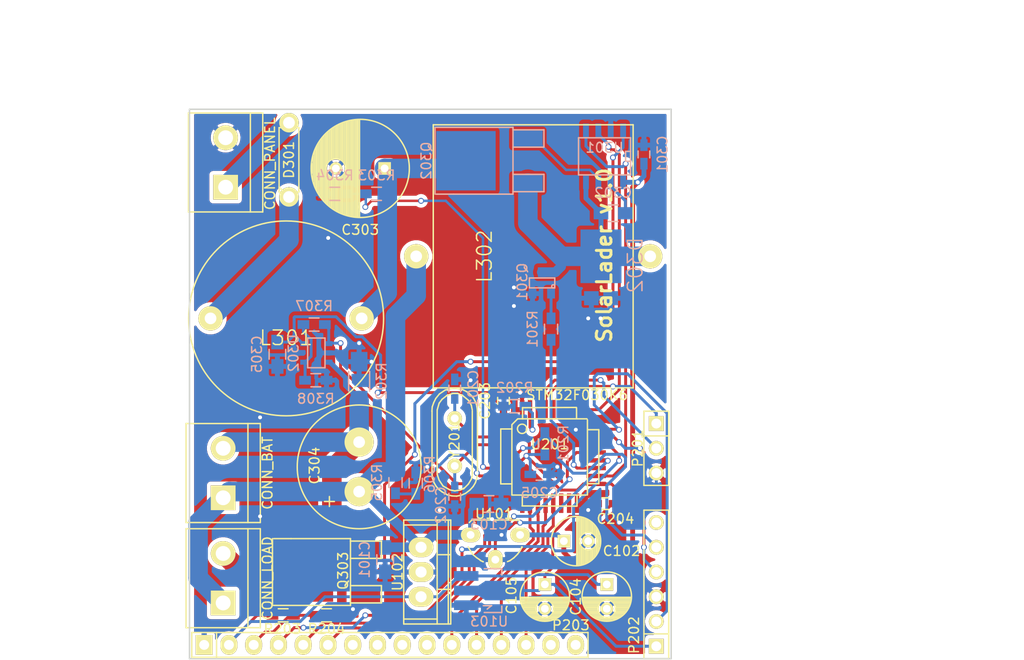
<source format=kicad_pcb>
(kicad_pcb (version 4) (host pcbnew 4.0.2-stable)

  (general
    (links 110)
    (no_connects 0)
    (area 18.720999 15.926999 68.274001 72.465001)
    (thickness 1.6)
    (drawings 9)
    (tracks 465)
    (zones 0)
    (modules 47)
    (nets 52)
  )

  (page A4)
  (layers
    (0 F.Cu signal)
    (31 B.Cu signal)
    (32 B.Adhes user)
    (33 F.Adhes user)
    (34 B.Paste user)
    (35 F.Paste user)
    (36 B.SilkS user)
    (37 F.SilkS user)
    (38 B.Mask user)
    (39 F.Mask user)
    (40 Dwgs.User user)
    (41 Cmts.User user)
    (42 Eco1.User user)
    (43 Eco2.User user)
    (44 Edge.Cuts user)
    (45 Margin user)
    (46 B.CrtYd user)
    (47 F.CrtYd user)
    (48 B.Fab user hide)
    (49 F.Fab user hide)
  )

  (setup
    (last_trace_width 1)
    (user_trace_width 0.5)
    (user_trace_width 1)
    (trace_clearance 0.2)
    (zone_clearance 0.4)
    (zone_45_only no)
    (trace_min 0.25)
    (segment_width 0.2)
    (edge_width 0.15)
    (via_size 0.6)
    (via_drill 0.4)
    (via_min_size 0.4)
    (via_min_drill 0.3)
    (uvia_size 0.3)
    (uvia_drill 0.1)
    (uvias_allowed no)
    (uvia_min_size 0.2)
    (uvia_min_drill 0.1)
    (pcb_text_width 0.3)
    (pcb_text_size 1.5 1.5)
    (mod_edge_width 0.15)
    (mod_text_size 1 1)
    (mod_text_width 0.15)
    (pad_size 2 2)
    (pad_drill 1.2)
    (pad_to_mask_clearance 0.2)
    (aux_axis_origin 0 0)
    (visible_elements FFFFFF7F)
    (pcbplotparams
      (layerselection 0x00030_80000001)
      (usegerberextensions false)
      (excludeedgelayer true)
      (linewidth 0.100000)
      (plotframeref false)
      (viasonmask false)
      (mode 1)
      (useauxorigin false)
      (hpglpennumber 1)
      (hpglpenspeed 20)
      (hpglpendiameter 15)
      (hpglpenoverlay 2)
      (psnegative false)
      (psa4output false)
      (plotreference true)
      (plotvalue true)
      (plotinvisibletext false)
      (padsonsilk false)
      (subtractmaskfromsilk false)
      (outputformat 1)
      (mirror false)
      (drillshape 1)
      (scaleselection 1)
      (outputdirectory ""))
  )

  (net 0 "")
  (net 1 +BATT)
  (net 2 GND)
  (net 3 +12V)
  (net 4 +5V)
  (net 5 +3V3)
  (net 6 "Net-(C201-Pad1)")
  (net 7 "Net-(C202-Pad1)")
  (net 8 "Net-(C302-Pad1)")
  (net 9 "Net-(C302-Pad2)")
  (net 10 "/Power Converter/VInDirect")
  (net 11 "/Power Converter/Bat-")
  (net 12 "Net-(D301-Pad1)")
  (net 13 "/Power Converter/Vpanel")
  (net 14 "/Power Converter/Load-")
  (net 15 /Mikrocontroller/UART_TX)
  (net 16 /Mikrocontroller/UART_RX)
  (net 17 /Mikrocontroller/SWCLK)
  (net 18 /Mikrocontroller/SWDIO)
  (net 19 /Mikrocontroller/RST_N)
  (net 20 "Net-(P202-Pad6)")
  (net 21 /Mikrocontroller/DISP_CONTRAST)
  (net 22 /Mikrocontroller/DISP_RS)
  (net 23 /Mikrocontroller/DISP_RW)
  (net 24 /Mikrocontroller/DISP_E)
  (net 25 "Net-(P203-Pad7)")
  (net 26 "Net-(P203-Pad8)")
  (net 27 "Net-(P203-Pad9)")
  (net 28 "Net-(P203-Pad10)")
  (net 29 /Mikrocontroller/DISP_D0)
  (net 30 /Mikrocontroller/DISP_D1)
  (net 31 /Mikrocontroller/DISP_D2)
  (net 32 /Mikrocontroller/DISP_D3)
  (net 33 "Net-(P203-Pad15)")
  (net 34 "Net-(P203-Pad16)")
  (net 35 "Net-(Q301-Pad1)")
  (net 36 "Net-(Q302-Pad1)")
  (net 37 "/Power Converter/LoadDrive")
  (net 38 "Net-(R202-Pad1)")
  (net 39 /Mikrocontroller/BootstrapPulse)
  (net 40 /Mikrocontroller/VInSense)
  (net 41 /Mikrocontroller/VOutSense)
  (net 42 /Mikrocontroller/CurrentSense)
  (net 43 "Net-(R307-Pad2)")
  (net 44 /Mikrocontroller/SW_on)
  (net 45 "Net-(U201-Pad28)")
  (net 46 "Net-(U201-Pad27)")
  (net 47 "Net-(U201-Pad26)")
  (net 48 /Mikrocontroller/LOAD_on)
  (net 49 "Net-(U201-Pad9)")
  (net 50 "Net-(U201-Pad14)")
  (net 51 "Net-(U201-Pad15)")

  (net_class Default "This is the default net class."
    (clearance 0.2)
    (trace_width 0.3)
    (via_dia 0.6)
    (via_drill 0.4)
    (uvia_dia 0.3)
    (uvia_drill 0.1)
    (add_net +12V)
    (add_net +3V3)
    (add_net +5V)
    (add_net /Mikrocontroller/BootstrapPulse)
    (add_net /Mikrocontroller/CurrentSense)
    (add_net /Mikrocontroller/DISP_CONTRAST)
    (add_net /Mikrocontroller/DISP_D0)
    (add_net /Mikrocontroller/DISP_D1)
    (add_net /Mikrocontroller/DISP_D2)
    (add_net /Mikrocontroller/DISP_D3)
    (add_net /Mikrocontroller/DISP_E)
    (add_net /Mikrocontroller/DISP_RS)
    (add_net /Mikrocontroller/DISP_RW)
    (add_net /Mikrocontroller/LOAD_on)
    (add_net /Mikrocontroller/RST_N)
    (add_net /Mikrocontroller/SWCLK)
    (add_net /Mikrocontroller/SWDIO)
    (add_net /Mikrocontroller/SW_on)
    (add_net /Mikrocontroller/UART_RX)
    (add_net /Mikrocontroller/UART_TX)
    (add_net /Mikrocontroller/VInSense)
    (add_net /Mikrocontroller/VOutSense)
    (add_net "/Power Converter/LoadDrive")
    (add_net GND)
    (add_net "Net-(C201-Pad1)")
    (add_net "Net-(C202-Pad1)")
    (add_net "Net-(C302-Pad1)")
    (add_net "Net-(P202-Pad6)")
    (add_net "Net-(P203-Pad10)")
    (add_net "Net-(P203-Pad15)")
    (add_net "Net-(P203-Pad16)")
    (add_net "Net-(P203-Pad7)")
    (add_net "Net-(P203-Pad8)")
    (add_net "Net-(P203-Pad9)")
    (add_net "Net-(Q301-Pad1)")
    (add_net "Net-(Q302-Pad1)")
    (add_net "Net-(R202-Pad1)")
    (add_net "Net-(R307-Pad2)")
    (add_net "Net-(U201-Pad14)")
    (add_net "Net-(U201-Pad15)")
    (add_net "Net-(U201-Pad26)")
    (add_net "Net-(U201-Pad27)")
    (add_net "Net-(U201-Pad28)")
    (add_net "Net-(U201-Pad9)")
  )

  (net_class Power ""
    (clearance 0.3)
    (trace_width 2)
    (via_dia 1)
    (via_drill 0.6)
    (uvia_dia 0.3)
    (uvia_drill 0.1)
    (add_net +BATT)
    (add_net "/Power Converter/Bat-")
    (add_net "/Power Converter/Load-")
    (add_net "/Power Converter/VInDirect")
    (add_net "/Power Converter/Vpanel")
    (add_net "Net-(C302-Pad2)")
    (add_net "Net-(D301-Pad1)")
  )

  (module Capacitors_SMD:C_0805_HandSoldering (layer B.Cu) (tedit 57743424) (tstamp 576C3E1E)
    (at 38.862 62.23 270)
    (descr "Capacitor SMD 0805, hand soldering")
    (tags "capacitor 0805")
    (path /575C889D)
    (attr smd)
    (fp_text reference C101 (at 0 2.1 270) (layer B.SilkS)
      (effects (font (size 1 1) (thickness 0.15)) (justify mirror))
    )
    (fp_text value 10u (at 0 -2.1 270) (layer B.SilkS) hide
      (effects (font (size 1 1) (thickness 0.15)) (justify mirror))
    )
    (fp_line (start -2.3 1) (end 2.3 1) (layer B.CrtYd) (width 0.05))
    (fp_line (start -2.3 -1) (end 2.3 -1) (layer B.CrtYd) (width 0.05))
    (fp_line (start -2.3 1) (end -2.3 -1) (layer B.CrtYd) (width 0.05))
    (fp_line (start 2.3 1) (end 2.3 -1) (layer B.CrtYd) (width 0.05))
    (fp_line (start 0.5 0.85) (end -0.5 0.85) (layer B.SilkS) (width 0.15))
    (fp_line (start -0.5 -0.85) (end 0.5 -0.85) (layer B.SilkS) (width 0.15))
    (pad 1 smd rect (at -1.25 0 270) (size 1.5 1.25) (layers B.Cu B.Paste B.Mask)
      (net 1 +BATT))
    (pad 2 smd rect (at 1.25 0 270) (size 1.5 1.25) (layers B.Cu B.Paste B.Mask)
      (net 2 GND))
    (model Capacitors_SMD/C_0805_HandSoldering.wrl
      (at (xyz 0 0 0))
      (scale (xyz 1 1 1))
      (rotate (xyz 0 0 0))
    )
  )

  (module Capacitors_SMD:C_0805_HandSoldering (layer B.Cu) (tedit 5774341A) (tstamp 576C3E2A)
    (at 49.51 56.515)
    (descr "Capacitor SMD 0805, hand soldering")
    (tags "capacitor 0805")
    (path /5761FA3A)
    (attr smd)
    (fp_text reference C103 (at 0 2.1) (layer B.SilkS)
      (effects (font (size 1 1) (thickness 0.15)) (justify mirror))
    )
    (fp_text value 10u (at 0 -2.1) (layer B.SilkS) hide
      (effects (font (size 1 1) (thickness 0.15)) (justify mirror))
    )
    (fp_line (start -2.3 1) (end 2.3 1) (layer B.CrtYd) (width 0.05))
    (fp_line (start -2.3 -1) (end 2.3 -1) (layer B.CrtYd) (width 0.05))
    (fp_line (start -2.3 1) (end -2.3 -1) (layer B.CrtYd) (width 0.05))
    (fp_line (start 2.3 1) (end 2.3 -1) (layer B.CrtYd) (width 0.05))
    (fp_line (start 0.5 0.85) (end -0.5 0.85) (layer B.SilkS) (width 0.15))
    (fp_line (start -0.5 -0.85) (end 0.5 -0.85) (layer B.SilkS) (width 0.15))
    (pad 1 smd rect (at -1.25 0) (size 1.5 1.25) (layers B.Cu B.Paste B.Mask)
      (net 1 +BATT))
    (pad 2 smd rect (at 1.25 0) (size 1.5 1.25) (layers B.Cu B.Paste B.Mask)
      (net 2 GND))
    (model Capacitors_SMD/C_0805_HandSoldering.wrl
      (at (xyz 0 0 0))
      (scale (xyz 1 1 1))
      (rotate (xyz 0 0 0))
    )
  )

  (module Capacitors_SMD:C_0603_HandSoldering (layer B.Cu) (tedit 577433F6) (tstamp 576C3E3C)
    (at 46 44.68 90)
    (descr "Capacitor SMD 0603, hand soldering")
    (tags "capacitor 0603")
    (path /5761A543/5761C5EC)
    (attr smd)
    (fp_text reference C201 (at 0 1.9 90) (layer B.SilkS)
      (effects (font (size 1 1) (thickness 0.15)) (justify mirror))
    )
    (fp_text value 22pF (at 0 -1.9 90) (layer B.SilkS) hide
      (effects (font (size 1 1) (thickness 0.15)) (justify mirror))
    )
    (fp_line (start -1.85 0.75) (end 1.85 0.75) (layer B.CrtYd) (width 0.05))
    (fp_line (start -1.85 -0.75) (end 1.85 -0.75) (layer B.CrtYd) (width 0.05))
    (fp_line (start -1.85 0.75) (end -1.85 -0.75) (layer B.CrtYd) (width 0.05))
    (fp_line (start 1.85 0.75) (end 1.85 -0.75) (layer B.CrtYd) (width 0.05))
    (fp_line (start -0.35 0.6) (end 0.35 0.6) (layer B.SilkS) (width 0.15))
    (fp_line (start 0.35 -0.6) (end -0.35 -0.6) (layer B.SilkS) (width 0.15))
    (pad 1 smd rect (at -0.95 0 90) (size 1.2 0.75) (layers B.Cu B.Paste B.Mask)
      (net 6 "Net-(C201-Pad1)"))
    (pad 2 smd rect (at 0.95 0 90) (size 1.2 0.75) (layers B.Cu B.Paste B.Mask)
      (net 2 GND))
    (model Capacitors_SMD/C_0603_HandSoldering.wrl
      (at (xyz 0 0 0))
      (scale (xyz 1 1 1))
      (rotate (xyz 0 0 0))
    )
  )

  (module Capacitors_SMD:C_0603_HandSoldering (layer B.Cu) (tedit 5774341F) (tstamp 576C3E42)
    (at 46 55.78 270)
    (descr "Capacitor SMD 0603, hand soldering")
    (tags "capacitor 0603")
    (path /5761A543/5761C689)
    (attr smd)
    (fp_text reference C202 (at 0.862 1.423 270) (layer B.SilkS)
      (effects (font (size 1 1) (thickness 0.15)) (justify mirror))
    )
    (fp_text value 22pF (at 0 -1.9 270) (layer B.SilkS) hide
      (effects (font (size 1 1) (thickness 0.15)) (justify mirror))
    )
    (fp_line (start -1.85 0.75) (end 1.85 0.75) (layer B.CrtYd) (width 0.05))
    (fp_line (start -1.85 -0.75) (end 1.85 -0.75) (layer B.CrtYd) (width 0.05))
    (fp_line (start -1.85 0.75) (end -1.85 -0.75) (layer B.CrtYd) (width 0.05))
    (fp_line (start 1.85 0.75) (end 1.85 -0.75) (layer B.CrtYd) (width 0.05))
    (fp_line (start -0.35 0.6) (end 0.35 0.6) (layer B.SilkS) (width 0.15))
    (fp_line (start 0.35 -0.6) (end -0.35 -0.6) (layer B.SilkS) (width 0.15))
    (pad 1 smd rect (at -0.95 0 270) (size 1.2 0.75) (layers B.Cu B.Paste B.Mask)
      (net 7 "Net-(C202-Pad1)"))
    (pad 2 smd rect (at 0.95 0 270) (size 1.2 0.75) (layers B.Cu B.Paste B.Mask)
      (net 2 GND))
    (model Capacitors_SMD/C_0603_HandSoldering.wrl
      (at (xyz 0 0 0))
      (scale (xyz 1 1 1))
      (rotate (xyz 0 0 0))
    )
  )

  (module Capacitors_SMD:C_0603_HandSoldering (layer F.Cu) (tedit 577432F4) (tstamp 576C3E48)
    (at 51 45.93 90)
    (descr "Capacitor SMD 0603, hand soldering")
    (tags "capacitor 0603")
    (path /5761A543/5761AD6C)
    (attr smd)
    (fp_text reference C203 (at 0 -1.9 90) (layer F.SilkS)
      (effects (font (size 1 1) (thickness 0.15)))
    )
    (fp_text value 100nF (at 3.385 -0.2 90) (layer F.SilkS) hide
      (effects (font (size 1 1) (thickness 0.15)))
    )
    (fp_line (start -1.85 -0.75) (end 1.85 -0.75) (layer F.CrtYd) (width 0.05))
    (fp_line (start -1.85 0.75) (end 1.85 0.75) (layer F.CrtYd) (width 0.05))
    (fp_line (start -1.85 -0.75) (end -1.85 0.75) (layer F.CrtYd) (width 0.05))
    (fp_line (start 1.85 -0.75) (end 1.85 0.75) (layer F.CrtYd) (width 0.05))
    (fp_line (start -0.35 -0.6) (end 0.35 -0.6) (layer F.SilkS) (width 0.15))
    (fp_line (start 0.35 0.6) (end -0.35 0.6) (layer F.SilkS) (width 0.15))
    (pad 1 smd rect (at -0.95 0 90) (size 1.2 0.75) (layers F.Cu F.Paste F.Mask)
      (net 5 +3V3))
    (pad 2 smd rect (at 0.95 0 90) (size 1.2 0.75) (layers F.Cu F.Paste F.Mask)
      (net 2 GND))
    (model Capacitors_SMD/C_0603_HandSoldering.wrl
      (at (xyz 0 0 0))
      (scale (xyz 1 1 1))
      (rotate (xyz 0 0 0))
    )
  )

  (module Capacitors_SMD:C_0603_HandSoldering (layer F.Cu) (tedit 57743344) (tstamp 576C3E4E)
    (at 61.45 56.48 180)
    (descr "Capacitor SMD 0603, hand soldering")
    (tags "capacitor 0603")
    (path /5761A543/5761ADD1)
    (attr smd)
    (fp_text reference C204 (at -1.034 -1.559 180) (layer F.SilkS)
      (effects (font (size 1 1) (thickness 0.15)))
    )
    (fp_text value 100nF (at 0 1.9 180) (layer F.SilkS) hide
      (effects (font (size 1 1) (thickness 0.15)))
    )
    (fp_line (start -1.85 -0.75) (end 1.85 -0.75) (layer F.CrtYd) (width 0.05))
    (fp_line (start -1.85 0.75) (end 1.85 0.75) (layer F.CrtYd) (width 0.05))
    (fp_line (start -1.85 -0.75) (end -1.85 0.75) (layer F.CrtYd) (width 0.05))
    (fp_line (start 1.85 -0.75) (end 1.85 0.75) (layer F.CrtYd) (width 0.05))
    (fp_line (start -0.35 -0.6) (end 0.35 -0.6) (layer F.SilkS) (width 0.15))
    (fp_line (start 0.35 0.6) (end -0.35 0.6) (layer F.SilkS) (width 0.15))
    (pad 1 smd rect (at -0.95 0 180) (size 1.2 0.75) (layers F.Cu F.Paste F.Mask)
      (net 5 +3V3))
    (pad 2 smd rect (at 0.95 0 180) (size 1.2 0.75) (layers F.Cu F.Paste F.Mask)
      (net 2 GND))
    (model Capacitors_SMD/C_0603_HandSoldering.wrl
      (at (xyz 0 0 0))
      (scale (xyz 1 1 1))
      (rotate (xyz 0 0 0))
    )
  )

  (module Capacitors_SMD:C_0603_HandSoldering (layer B.Cu) (tedit 57743416) (tstamp 576C3E54)
    (at 54.7 53.48)
    (descr "Capacitor SMD 0603, hand soldering")
    (tags "capacitor 0603")
    (path /5761A543/5761ADF4)
    (attr smd)
    (fp_text reference C205 (at 0 1.9) (layer B.SilkS)
      (effects (font (size 1 1) (thickness 0.15)) (justify mirror))
    )
    (fp_text value 100nF (at 0 -1.9) (layer B.SilkS) hide
      (effects (font (size 1 1) (thickness 0.15)) (justify mirror))
    )
    (fp_line (start -1.85 0.75) (end 1.85 0.75) (layer B.CrtYd) (width 0.05))
    (fp_line (start -1.85 -0.75) (end 1.85 -0.75) (layer B.CrtYd) (width 0.05))
    (fp_line (start -1.85 0.75) (end -1.85 -0.75) (layer B.CrtYd) (width 0.05))
    (fp_line (start 1.85 0.75) (end 1.85 -0.75) (layer B.CrtYd) (width 0.05))
    (fp_line (start -0.35 0.6) (end 0.35 0.6) (layer B.SilkS) (width 0.15))
    (fp_line (start 0.35 -0.6) (end -0.35 -0.6) (layer B.SilkS) (width 0.15))
    (pad 1 smd rect (at -0.95 0) (size 1.2 0.75) (layers B.Cu B.Paste B.Mask)
      (net 5 +3V3))
    (pad 2 smd rect (at 0.95 0) (size 1.2 0.75) (layers B.Cu B.Paste B.Mask)
      (net 2 GND))
    (model Capacitors_SMD/C_0603_HandSoldering.wrl
      (at (xyz 0 0 0))
      (scale (xyz 1 1 1))
      (rotate (xyz 0 0 0))
    )
  )

  (module Capacitors_SMD:C_0603_HandSoldering (layer B.Cu) (tedit 577433D8) (tstamp 576C3E5A)
    (at 65.405 20.635 90)
    (descr "Capacitor SMD 0603, hand soldering")
    (tags "capacitor 0603")
    (path /575B1260/575B423F)
    (attr smd)
    (fp_text reference C301 (at 0 1.9 90) (layer B.SilkS)
      (effects (font (size 1 1) (thickness 0.15)) (justify mirror))
    )
    (fp_text value 100nF (at 0 -1.9 90) (layer B.SilkS) hide
      (effects (font (size 1 1) (thickness 0.15)) (justify mirror))
    )
    (fp_line (start -1.85 0.75) (end 1.85 0.75) (layer B.CrtYd) (width 0.05))
    (fp_line (start -1.85 -0.75) (end 1.85 -0.75) (layer B.CrtYd) (width 0.05))
    (fp_line (start -1.85 0.75) (end -1.85 -0.75) (layer B.CrtYd) (width 0.05))
    (fp_line (start 1.85 0.75) (end 1.85 -0.75) (layer B.CrtYd) (width 0.05))
    (fp_line (start -0.35 0.6) (end 0.35 0.6) (layer B.SilkS) (width 0.15))
    (fp_line (start 0.35 -0.6) (end -0.35 -0.6) (layer B.SilkS) (width 0.15))
    (pad 1 smd rect (at -0.95 0 90) (size 1.2 0.75) (layers B.Cu B.Paste B.Mask)
      (net 3 +12V))
    (pad 2 smd rect (at 0.95 0 90) (size 1.2 0.75) (layers B.Cu B.Paste B.Mask)
      (net 2 GND))
    (model Capacitors_SMD/C_0603_HandSoldering.wrl
      (at (xyz 0 0 0))
      (scale (xyz 1 1 1))
      (rotate (xyz 0 0 0))
    )
  )

  (module Capacitors_SMD:C_0805_HandSoldering (layer B.Cu) (tedit 577433CB) (tstamp 576C3E60)
    (at 62.25 26.67 180)
    (descr "Capacitor SMD 0805, hand soldering")
    (tags "capacitor 0805")
    (path /575B1260/575B40E6)
    (attr smd)
    (fp_text reference C302 (at 0 2.1 180) (layer B.SilkS)
      (effects (font (size 1 1) (thickness 0.15)) (justify mirror))
    )
    (fp_text value 22uF (at 0 -2.1 180) (layer B.SilkS) hide
      (effects (font (size 1 1) (thickness 0.15)) (justify mirror))
    )
    (fp_line (start -2.3 1) (end 2.3 1) (layer B.CrtYd) (width 0.05))
    (fp_line (start -2.3 -1) (end 2.3 -1) (layer B.CrtYd) (width 0.05))
    (fp_line (start -2.3 1) (end -2.3 -1) (layer B.CrtYd) (width 0.05))
    (fp_line (start 2.3 1) (end 2.3 -1) (layer B.CrtYd) (width 0.05))
    (fp_line (start 0.5 0.85) (end -0.5 0.85) (layer B.SilkS) (width 0.15))
    (fp_line (start -0.5 -0.85) (end 0.5 -0.85) (layer B.SilkS) (width 0.15))
    (pad 1 smd rect (at -1.25 0 180) (size 1.5 1.25) (layers B.Cu B.Paste B.Mask)
      (net 8 "Net-(C302-Pad1)"))
    (pad 2 smd rect (at 1.25 0 180) (size 1.5 1.25) (layers B.Cu B.Paste B.Mask)
      (net 9 "Net-(C302-Pad2)"))
    (model Capacitors_SMD/C_0805_HandSoldering.wrl
      (at (xyz 0 0 0))
      (scale (xyz 1 1 1))
      (rotate (xyz 0 0 0))
    )
  )

  (module Capacitors_Elko_ThroughHole:Elko_vert_25x12.5mm_RM5 (layer F.Cu) (tedit 577432FE) (tstamp 576C3E6C)
    (at 36.195 55.245 90)
    (descr "Electrolytic Capacitor, vertical, diameter 12,5mm, RM 5mm")
    (tags "Electrolytic Capacitor, vertical, diameter 12,5mm, RM 5mm, Elko, Electrolytkondensator, Kondensator gepolt, Durchmesser 12,5mm")
    (path /575B1260/575B159B)
    (fp_text reference C304 (at 2.667 -4.572 90) (layer F.SilkS)
      (effects (font (size 1 1) (thickness 0.15)))
    )
    (fp_text value 470uF (at 2.54 7.62 90) (layer F.SilkS) hide
      (effects (font (size 1 1) (thickness 0.15)))
    )
    (fp_line (start -1.016 -3.556) (end -1.016 -2.54) (layer F.SilkS) (width 0.15))
    (fp_line (start -1.524 -3.048) (end -0.508 -3.048) (layer F.SilkS) (width 0.15))
    (fp_line (start -1.016 -3.556) (end -1.016 -2.54) (layer F.Cu) (width 0.15))
    (fp_line (start -1.524 -3.048) (end -0.508 -3.048) (layer F.Cu) (width 0.15))
    (fp_circle (center 2.54 0) (end 8.89 0) (layer F.SilkS) (width 0.15))
    (pad 2 thru_hole circle (at 5.08 0 90) (size 2.99974 2.99974) (drill 1.19888) (layers *.Cu *.Mask F.SilkS)
      (net 11 "/Power Converter/Bat-"))
    (pad 1 thru_hole circle (at 0 0 90) (size 2.99974 2.99974) (drill 1.19888) (layers *.Cu *.Mask F.SilkS)
      (net 1 +BATT))
    (model Capacitors_Elko_ThroughHole/Elko_vert_25x12.5mm_RM5.wrl
      (at (xyz 0 0 0))
      (scale (xyz 1 1 1))
      (rotate (xyz 0 0 0))
    )
  )

  (module TO-SMD:TO-277 (layer B.Cu) (tedit 576C373F) (tstamp 576C3E79)
    (at 61 32.494594 90)
    (path /575B1260/576C4566)
    (fp_text reference D302 (at 0.490594 3.516 90) (layer B.SilkS)
      (effects (font (size 1.5 1.5) (thickness 0.15)) (justify mirror))
    )
    (fp_text value SCH-TO-277 (at 0 3.81 90) (layer B.Fab)
      (effects (font (size 1.5 1.5) (thickness 0.15)) (justify mirror))
    )
    (pad 3 smd rect (at 1.4 0 90) (size 5.5 4.2) (layers B.Cu B.Paste B.Mask)
      (net 9 "Net-(C302-Pad2)"))
    (pad 1 smd rect (at -2.9 -0.985 90) (size 1.45 1.5) (layers B.Cu B.Paste B.Mask)
      (net 2 GND))
    (pad 2 smd rect (at -2.9 0.985 90) (size 1.45 1.5) (layers B.Cu B.Paste B.Mask)
      (net 2 GND))
  )

  (module PowerInductors:LPV2023-101KL (layer F.Cu) (tedit 576C3AC7) (tstamp 576C3E7F)
    (at 28.705 37.465)
    (path /575B1260/575B1760)
    (fp_text reference L301 (at 0 2) (layer F.SilkS)
      (effects (font (size 1.5 1.5) (thickness 0.15)))
    )
    (fp_text value 100uH (at 0 -3) (layer F.Fab)
      (effects (font (size 1.5 1.5) (thickness 0.15)))
    )
    (fp_circle (center 0 0) (end 10 0) (layer F.SilkS) (width 0.15))
    (pad 1 thru_hole circle (at 7.75 0) (size 2.5 2.5) (drill 1.2) (layers *.Cu *.Mask F.SilkS)
      (net 10 "/Power Converter/VInDirect"))
    (pad 2 thru_hole circle (at -7.75 0) (size 2.5 2.5) (drill 1.2) (layers *.Cu *.Mask F.SilkS)
      (net 12 "Net-(D301-Pad1)"))
  )

  (module PowerInductors:CustomCore_27x20.5mm (layer F.Cu) (tedit 576C3CF2) (tstamp 576C3E85)
    (at 54.048306 31.094594 90)
    (path /575B1260/575B1308)
    (fp_text reference L302 (at 0 -5 90) (layer F.SilkS)
      (effects (font (size 1.5 1.5) (thickness 0.15)))
    )
    (fp_text value 1mH (at 0 5 90) (layer F.Fab)
      (effects (font (size 1.5 1.5) (thickness 0.15)))
    )
    (fp_line (start -13.5 -10.25) (end -13.5 10.25) (layer F.SilkS) (width 0.15))
    (fp_line (start 13.5 -10.25) (end -13.5 -10.25) (layer F.SilkS) (width 0.15))
    (fp_line (start 13.5 10.25) (end 13.5 -10.25) (layer F.SilkS) (width 0.15))
    (fp_line (start -13.5 10.25) (end 13.5 10.25) (layer F.SilkS) (width 0.15))
    (pad 1 thru_hole circle (at 0 -12 90) (size 2.5 2.5) (drill 1.2) (layers *.Cu *.Mask F.SilkS)
      (net 1 +BATT))
    (pad 2 thru_hole circle (at 0 12 90) (size 2.5 2.5) (drill 1.2) (layers *.Cu *.Mask F.SilkS)
      (net 9 "Net-(C302-Pad2)"))
  )

  (module Connect:bornier2 (layer F.Cu) (tedit 57743221) (tstamp 576C3E8B)
    (at 22.5 21.46 90)
    (descr "Bornier d'alimentation 2 pins")
    (tags DEV)
    (path /5761A72F)
    (fp_text reference P101 (at 0 -5.08 90) (layer F.SilkS) hide
      (effects (font (size 1 1) (thickness 0.15)))
    )
    (fp_text value CONN_PANEL (at -0.13 4.551 90) (layer F.SilkS)
      (effects (font (size 1 1) (thickness 0.15)))
    )
    (fp_line (start 5.08 2.54) (end -5.08 2.54) (layer F.SilkS) (width 0.15))
    (fp_line (start 5.08 3.81) (end 5.08 -3.81) (layer F.SilkS) (width 0.15))
    (fp_line (start 5.08 -3.81) (end -5.08 -3.81) (layer F.SilkS) (width 0.15))
    (fp_line (start -5.08 -3.81) (end -5.08 3.81) (layer F.SilkS) (width 0.15))
    (fp_line (start -5.08 3.81) (end 5.08 3.81) (layer F.SilkS) (width 0.15))
    (pad 1 thru_hole rect (at -2.54 0 90) (size 2.54 2.54) (drill 1.524) (layers *.Cu *.Mask F.SilkS)
      (net 13 "/Power Converter/Vpanel"))
    (pad 2 thru_hole circle (at 2.54 0 90) (size 2.54 2.54) (drill 1.524) (layers *.Cu *.Mask F.SilkS)
      (net 2 GND))
    (model Connect/bornier2.wrl
      (at (xyz 0 0 0))
      (scale (xyz 1 1 1))
      (rotate (xyz 0 0 0))
    )
  )

  (module Connect:bornier2 (layer F.Cu) (tedit 57743230) (tstamp 576C3E91)
    (at 22.25 53.34 90)
    (descr "Bornier d'alimentation 2 pins")
    (tags DEV)
    (path /575C825E)
    (fp_text reference P102 (at 0 -5.08 90) (layer F.SilkS) hide
      (effects (font (size 1 1) (thickness 0.15)))
    )
    (fp_text value CONN_BAT (at 0 4.547 90) (layer F.SilkS)
      (effects (font (size 1 1) (thickness 0.15)))
    )
    (fp_line (start 5.08 2.54) (end -5.08 2.54) (layer F.SilkS) (width 0.15))
    (fp_line (start 5.08 3.81) (end 5.08 -3.81) (layer F.SilkS) (width 0.15))
    (fp_line (start 5.08 -3.81) (end -5.08 -3.81) (layer F.SilkS) (width 0.15))
    (fp_line (start -5.08 -3.81) (end -5.08 3.81) (layer F.SilkS) (width 0.15))
    (fp_line (start -5.08 3.81) (end 5.08 3.81) (layer F.SilkS) (width 0.15))
    (pad 1 thru_hole rect (at -2.54 0 90) (size 2.54 2.54) (drill 1.524) (layers *.Cu *.Mask F.SilkS)
      (net 1 +BATT))
    (pad 2 thru_hole circle (at 2.54 0 90) (size 2.54 2.54) (drill 1.524) (layers *.Cu *.Mask F.SilkS)
      (net 11 "/Power Converter/Bat-"))
    (model Connect/bornier2.wrl
      (at (xyz 0 0 0))
      (scale (xyz 1 1 1))
      (rotate (xyz 0 0 0))
    )
  )

  (module Connect:bornier2 (layer F.Cu) (tedit 57743234) (tstamp 576C3E97)
    (at 22.25 64.135 90)
    (descr "Bornier d'alimentation 2 pins")
    (tags DEV)
    (path /5769D6B5)
    (fp_text reference P103 (at 0 -5.08 90) (layer F.SilkS) hide
      (effects (font (size 1 1) (thickness 0.15)))
    )
    (fp_text value CONN_LOAD (at 0 4.547 90) (layer F.SilkS)
      (effects (font (size 1 1) (thickness 0.15)))
    )
    (fp_line (start 5.08 2.54) (end -5.08 2.54) (layer F.SilkS) (width 0.15))
    (fp_line (start 5.08 3.81) (end 5.08 -3.81) (layer F.SilkS) (width 0.15))
    (fp_line (start 5.08 -3.81) (end -5.08 -3.81) (layer F.SilkS) (width 0.15))
    (fp_line (start -5.08 -3.81) (end -5.08 3.81) (layer F.SilkS) (width 0.15))
    (fp_line (start -5.08 3.81) (end 5.08 3.81) (layer F.SilkS) (width 0.15))
    (pad 1 thru_hole rect (at -2.54 0 90) (size 2.54 2.54) (drill 1.524) (layers *.Cu *.Mask F.SilkS)
      (net 1 +BATT))
    (pad 2 thru_hole circle (at 2.54 0 90) (size 2.54 2.54) (drill 1.524) (layers *.Cu *.Mask F.SilkS)
      (net 14 "/Power Converter/Load-"))
    (model Connect/bornier2.wrl
      (at (xyz 0 0 0))
      (scale (xyz 1 1 1))
      (rotate (xyz 0 0 0))
    )
  )

  (module Pin_Arrays:pin_array_1x03 (layer F.Cu) (tedit 0) (tstamp 576C3E9E)
    (at 66.675 50.8 270)
    (descr "Connecteur 3 pins")
    (tags "CONN DEV")
    (path /5761A543/5761CA19)
    (fp_text reference P201 (at 0 1.905 270) (layer F.SilkS)
      (effects (font (size 1 1) (thickness 0.15)))
    )
    (fp_text value CONN_UART (at 0 -2.159 270) (layer F.SilkS) hide
      (effects (font (size 1 1) (thickness 0.15)))
    )
    (fp_line (start -3.81 1.27) (end -3.81 -1.27) (layer F.SilkS) (width 0.15))
    (fp_line (start -3.81 -1.27) (end 3.81 -1.27) (layer F.SilkS) (width 0.15))
    (fp_line (start 3.81 -1.27) (end 3.81 1.27) (layer F.SilkS) (width 0.15))
    (fp_line (start 3.81 1.27) (end -3.81 1.27) (layer F.SilkS) (width 0.15))
    (fp_line (start -1.27 -1.27) (end -1.27 1.27) (layer F.SilkS) (width 0.15))
    (pad 1 thru_hole rect (at -2.54 0 270) (size 1.524 1.524) (drill 1.016) (layers *.Cu *.Mask F.SilkS)
      (net 15 /Mikrocontroller/UART_TX))
    (pad 2 thru_hole circle (at 0 0 270) (size 1.524 1.524) (drill 1.016) (layers *.Cu *.Mask F.SilkS)
      (net 16 /Mikrocontroller/UART_RX))
    (pad 3 thru_hole circle (at 2.54 0 270) (size 1.524 1.524) (drill 1.016) (layers *.Cu *.Mask F.SilkS)
      (net 2 GND))
    (model Pin_Arrays/pin_array_1x03.wrl
      (at (xyz 0 0 0))
      (scale (xyz 1 1 1))
      (rotate (xyz 0 0 0))
    )
  )

  (module Pin_Arrays:pin_array_1x06 (layer F.Cu) (tedit 0) (tstamp 576C3EA8)
    (at 66.675 64.77 90)
    (descr "Connecteur 6 pins")
    (tags "CONN DEV")
    (path /5761A543/5761B5EA)
    (fp_text reference P202 (at -5.207 -2.286 90) (layer F.SilkS)
      (effects (font (size 1 1) (thickness 0.15)))
    )
    (fp_text value CONN_SWD (at 0 2.159 90) (layer F.SilkS) hide
      (effects (font (size 1 1) (thickness 0.15)))
    )
    (fp_line (start -7.62 1.27) (end -7.62 -1.27) (layer F.SilkS) (width 0.15))
    (fp_line (start -7.62 -1.27) (end 7.62 -1.27) (layer F.SilkS) (width 0.15))
    (fp_line (start 7.62 -1.27) (end 7.62 1.27) (layer F.SilkS) (width 0.15))
    (fp_line (start 7.62 1.27) (end -7.62 1.27) (layer F.SilkS) (width 0.15))
    (fp_line (start -5.08 1.27) (end -5.08 -1.27) (layer F.SilkS) (width 0.15))
    (pad 1 thru_hole rect (at -6.35 0 90) (size 1.524 1.524) (drill 1.016) (layers *.Cu *.Mask F.SilkS)
      (net 5 +3V3))
    (pad 2 thru_hole circle (at -3.81 0 90) (size 1.524 1.524) (drill 1.016) (layers *.Cu *.Mask F.SilkS)
      (net 17 /Mikrocontroller/SWCLK))
    (pad 3 thru_hole circle (at -1.27 0 90) (size 1.524 1.524) (drill 1.016) (layers *.Cu *.Mask F.SilkS)
      (net 2 GND))
    (pad 4 thru_hole circle (at 1.27 0 90) (size 1.524 1.524) (drill 1.016) (layers *.Cu *.Mask F.SilkS)
      (net 18 /Mikrocontroller/SWDIO))
    (pad 5 thru_hole circle (at 3.81 0 90) (size 1.524 1.524) (drill 1.016) (layers *.Cu *.Mask F.SilkS)
      (net 19 /Mikrocontroller/RST_N))
    (pad 6 thru_hole circle (at 6.35 0 90) (size 1.524 1.524) (drill 1.016) (layers *.Cu *.Mask F.SilkS)
      (net 20 "Net-(P202-Pad6)"))
    (model Pin_Arrays/pin_array_1x06.wrl
      (at (xyz 0 0 0))
      (scale (xyz 1 1 1))
      (rotate (xyz 0 0 0))
    )
  )

  (module Pin_Headers:Pin_Header_Straight_1x16 (layer F.Cu) (tedit 0) (tstamp 576C3EBC)
    (at 39.35 70.98)
    (descr "Through hole pin header")
    (tags "pin header")
    (path /5761A543/5769C283)
    (fp_text reference P203 (at 18.562 -2.019) (layer F.SilkS)
      (effects (font (size 1 1) (thickness 0.15)))
    )
    (fp_text value CONN_DISP (at 0 0) (layer F.SilkS) hide
      (effects (font (size 1 1) (thickness 0.15)))
    )
    (fp_line (start -17.78 1.27) (end 20.32 1.27) (layer F.SilkS) (width 0.15))
    (fp_line (start 20.32 1.27) (end 20.32 -1.27) (layer F.SilkS) (width 0.15))
    (fp_line (start 20.32 -1.27) (end -17.78 -1.27) (layer F.SilkS) (width 0.15))
    (fp_line (start -20.32 -1.27) (end -17.78 -1.27) (layer F.SilkS) (width 0.15))
    (fp_line (start -17.78 -1.27) (end -17.78 1.27) (layer F.SilkS) (width 0.15))
    (fp_line (start -20.32 -1.27) (end -20.32 1.27) (layer F.SilkS) (width 0.15))
    (fp_line (start -20.32 1.27) (end -17.78 1.27) (layer F.SilkS) (width 0.15))
    (pad 1 thru_hole rect (at -19.05 0) (size 1.7272 2.032) (drill 1.016) (layers *.Cu *.Mask F.SilkS)
      (net 2 GND))
    (pad 2 thru_hole oval (at -16.51 0) (size 1.7272 2.032) (drill 1.016) (layers *.Cu *.Mask F.SilkS)
      (net 4 +5V))
    (pad 3 thru_hole oval (at -13.97 0) (size 1.7272 2.032) (drill 1.016) (layers *.Cu *.Mask F.SilkS)
      (net 21 /Mikrocontroller/DISP_CONTRAST))
    (pad 4 thru_hole oval (at -11.43 0) (size 1.7272 2.032) (drill 1.016) (layers *.Cu *.Mask F.SilkS)
      (net 22 /Mikrocontroller/DISP_RS))
    (pad 5 thru_hole oval (at -8.89 0) (size 1.7272 2.032) (drill 1.016) (layers *.Cu *.Mask F.SilkS)
      (net 23 /Mikrocontroller/DISP_RW))
    (pad 6 thru_hole oval (at -6.35 0) (size 1.7272 2.032) (drill 1.016) (layers *.Cu *.Mask F.SilkS)
      (net 24 /Mikrocontroller/DISP_E))
    (pad 7 thru_hole oval (at -3.81 0) (size 1.7272 2.032) (drill 1.016) (layers *.Cu *.Mask F.SilkS)
      (net 25 "Net-(P203-Pad7)"))
    (pad 8 thru_hole oval (at -1.27 0) (size 1.7272 2.032) (drill 1.016) (layers *.Cu *.Mask F.SilkS)
      (net 26 "Net-(P203-Pad8)"))
    (pad 9 thru_hole oval (at 1.27 0) (size 1.7272 2.032) (drill 1.016) (layers *.Cu *.Mask F.SilkS)
      (net 27 "Net-(P203-Pad9)"))
    (pad 10 thru_hole oval (at 3.81 0) (size 1.7272 2.032) (drill 1.016) (layers *.Cu *.Mask F.SilkS)
      (net 28 "Net-(P203-Pad10)"))
    (pad 11 thru_hole oval (at 6.35 0) (size 1.7272 2.032) (drill 1.016) (layers *.Cu *.Mask F.SilkS)
      (net 29 /Mikrocontroller/DISP_D0))
    (pad 12 thru_hole oval (at 8.89 0) (size 1.7272 2.032) (drill 1.016) (layers *.Cu *.Mask F.SilkS)
      (net 30 /Mikrocontroller/DISP_D1))
    (pad 13 thru_hole oval (at 11.43 0) (size 1.7272 2.032) (drill 1.016) (layers *.Cu *.Mask F.SilkS)
      (net 31 /Mikrocontroller/DISP_D2))
    (pad 14 thru_hole oval (at 13.97 0) (size 1.7272 2.032) (drill 1.016) (layers *.Cu *.Mask F.SilkS)
      (net 32 /Mikrocontroller/DISP_D3))
    (pad 15 thru_hole oval (at 16.51 0) (size 1.7272 2.032) (drill 1.016) (layers *.Cu *.Mask F.SilkS)
      (net 33 "Net-(P203-Pad15)"))
    (pad 16 thru_hole oval (at 19.05 0) (size 1.7272 2.032) (drill 1.016) (layers *.Cu *.Mask F.SilkS)
      (net 34 "Net-(P203-Pad16)"))
    (model Pin_Headers/Pin_Header_Straight_1x16.wrl
      (at (xyz 0 0 0))
      (scale (xyz 1 1 1))
      (rotate (xyz 0 0 0))
    )
  )

  (module SMD_Packages:SOT-23 (layer B.Cu) (tedit 577433FF) (tstamp 576C3EC3)
    (at 54.9275 33.82518 180)
    (tags SOT23)
    (path /575B1260/576AFC6F)
    (fp_text reference Q301 (at 1.99898 0.09906 450) (layer B.SilkS)
      (effects (font (size 1 1) (thickness 0.15)) (justify mirror))
    )
    (fp_text value Q_NPN_BEC (at 0.0635 0 180) (layer B.SilkS) hide
      (effects (font (size 1 1) (thickness 0.15)) (justify mirror))
    )
    (fp_circle (center -1.17602 -0.35052) (end -1.30048 -0.44958) (layer B.SilkS) (width 0.15))
    (fp_line (start 1.27 0.508) (end 1.27 -0.508) (layer B.SilkS) (width 0.15))
    (fp_line (start -1.3335 0.508) (end -1.3335 -0.508) (layer B.SilkS) (width 0.15))
    (fp_line (start 1.27 -0.508) (end -1.3335 -0.508) (layer B.SilkS) (width 0.15))
    (fp_line (start -1.3335 0.508) (end 1.27 0.508) (layer B.SilkS) (width 0.15))
    (pad 3 smd rect (at 0 1.09982 180) (size 0.8001 1.00076) (layers B.Cu B.Paste B.Mask)
      (net 9 "Net-(C302-Pad2)"))
    (pad 2 smd rect (at 0.9525 -1.09982 180) (size 0.8001 1.00076) (layers B.Cu B.Paste B.Mask)
      (net 2 GND))
    (pad 1 smd rect (at -0.9525 -1.09982 180) (size 0.8001 1.00076) (layers B.Cu B.Paste B.Mask)
      (net 35 "Net-(Q301-Pad1)"))
    (model SMD_Packages/SOT-23.wrl
      (at (xyz 0 0 0))
      (scale (xyz 0.4 0.4 0.4))
      (rotate (xyz 0 0 180))
    )
  )

  (module SMD_Packages:DPAK-2 (layer B.Cu) (tedit 577433BD) (tstamp 576C3ECA)
    (at 53.5 21.286 270)
    (descr "MOS boitier DPACK G-D-S")
    (tags "CMD DPACK")
    (path /575B1260/575B16B6)
    (attr smd)
    (fp_text reference Q302 (at 0 10.414 270) (layer B.SilkS)
      (effects (font (size 1 1) (thickness 0.15)) (justify mirror))
    )
    (fp_text value Q_NMOS_GDS (at 0 2.413 270) (layer B.SilkS) hide
      (effects (font (size 1 1) (thickness 0.15)) (justify mirror))
    )
    (fp_line (start 1.397 1.524) (end 1.397 -1.651) (layer B.SilkS) (width 0.15))
    (fp_line (start 1.397 -1.651) (end 3.175 -1.651) (layer B.SilkS) (width 0.15))
    (fp_line (start 3.175 -1.651) (end 3.175 1.524) (layer B.SilkS) (width 0.15))
    (fp_line (start -3.175 1.524) (end -3.175 -1.651) (layer B.SilkS) (width 0.15))
    (fp_line (start -3.175 -1.651) (end -1.397 -1.651) (layer B.SilkS) (width 0.15))
    (fp_line (start -1.397 -1.651) (end -1.397 1.524) (layer B.SilkS) (width 0.15))
    (fp_line (start 3.429 7.62) (end 3.429 1.524) (layer B.SilkS) (width 0.15))
    (fp_line (start 3.429 1.524) (end -3.429 1.524) (layer B.SilkS) (width 0.15))
    (fp_line (start -3.429 1.524) (end -3.429 9.398) (layer B.SilkS) (width 0.15))
    (fp_line (start -3.429 9.525) (end 3.429 9.525) (layer B.SilkS) (width 0.15))
    (fp_line (start 3.429 9.398) (end 3.429 7.62) (layer B.SilkS) (width 0.15))
    (pad 1 smd rect (at -2.286 0 270) (size 1.651 3.048) (layers B.Cu B.Paste B.Mask)
      (net 36 "Net-(Q302-Pad1)"))
    (pad 2 smd rect (at 0 6.35 270) (size 6.096 6.096) (layers B.Cu B.Paste B.Mask)
      (net 10 "/Power Converter/VInDirect"))
    (pad 3 smd rect (at 2.286 0 270) (size 1.651 3.048) (layers B.Cu B.Paste B.Mask)
      (net 9 "Net-(C302-Pad2)"))
    (model SMD_Packages/DPAK-2.wrl
      (at (xyz 0 0 0))
      (scale (xyz 1 1 1))
      (rotate (xyz 0 0 0))
    )
  )

  (module SMD_Packages:DPAK-2 (layer F.Cu) (tedit 5774326C) (tstamp 576C3ED1)
    (at 36.83 63.5 90)
    (descr "MOS boitier DPACK G-D-S")
    (tags "CMD DPACK")
    (path /575B1260/5769CC83)
    (attr smd)
    (fp_text reference Q303 (at 0.127 -2.286 90) (layer F.SilkS)
      (effects (font (size 1 1) (thickness 0.15)))
    )
    (fp_text value Q_NMOS_GDS (at 0 -2.413 90) (layer F.SilkS) hide
      (effects (font (size 1 1) (thickness 0.15)))
    )
    (fp_line (start 1.397 -1.524) (end 1.397 1.651) (layer F.SilkS) (width 0.15))
    (fp_line (start 1.397 1.651) (end 3.175 1.651) (layer F.SilkS) (width 0.15))
    (fp_line (start 3.175 1.651) (end 3.175 -1.524) (layer F.SilkS) (width 0.15))
    (fp_line (start -3.175 -1.524) (end -3.175 1.651) (layer F.SilkS) (width 0.15))
    (fp_line (start -3.175 1.651) (end -1.397 1.651) (layer F.SilkS) (width 0.15))
    (fp_line (start -1.397 1.651) (end -1.397 -1.524) (layer F.SilkS) (width 0.15))
    (fp_line (start 3.429 -7.62) (end 3.429 -1.524) (layer F.SilkS) (width 0.15))
    (fp_line (start 3.429 -1.524) (end -3.429 -1.524) (layer F.SilkS) (width 0.15))
    (fp_line (start -3.429 -1.524) (end -3.429 -9.398) (layer F.SilkS) (width 0.15))
    (fp_line (start -3.429 -9.525) (end 3.429 -9.525) (layer F.SilkS) (width 0.15))
    (fp_line (start 3.429 -9.398) (end 3.429 -7.62) (layer F.SilkS) (width 0.15))
    (pad 1 smd rect (at -2.286 0 90) (size 1.651 3.048) (layers F.Cu F.Paste F.Mask)
      (net 37 "/Power Converter/LoadDrive"))
    (pad 2 smd rect (at 0 -6.35 90) (size 6.096 6.096) (layers F.Cu F.Paste F.Mask)
      (net 14 "/Power Converter/Load-"))
    (pad 3 smd rect (at 2.286 0 90) (size 1.651 3.048) (layers F.Cu F.Paste F.Mask)
      (net 11 "/Power Converter/Bat-"))
    (model SMD_Packages/DPAK-2.wrl
      (at (xyz 0 0 0))
      (scale (xyz 1 1 1))
      (rotate (xyz 0 0 0))
    )
  )

  (module Resistors_SMD:R_0603_HandSoldering (layer B.Cu) (tedit 5774340D) (tstamp 576C3ED7)
    (at 55.245 50.335 90)
    (descr "Resistor SMD 0603, hand soldering")
    (tags "resistor 0603")
    (path /5761A543/5761B9EF)
    (attr smd)
    (fp_text reference R201 (at 0 1.9 90) (layer B.SilkS)
      (effects (font (size 1 1) (thickness 0.15)) (justify mirror))
    )
    (fp_text value 10k (at 0 -1.9 90) (layer B.SilkS) hide
      (effects (font (size 1 1) (thickness 0.15)) (justify mirror))
    )
    (fp_line (start -2 0.8) (end 2 0.8) (layer B.CrtYd) (width 0.05))
    (fp_line (start -2 -0.8) (end 2 -0.8) (layer B.CrtYd) (width 0.05))
    (fp_line (start -2 0.8) (end -2 -0.8) (layer B.CrtYd) (width 0.05))
    (fp_line (start 2 0.8) (end 2 -0.8) (layer B.CrtYd) (width 0.05))
    (fp_line (start 0.5 -0.675) (end -0.5 -0.675) (layer B.SilkS) (width 0.15))
    (fp_line (start -0.5 0.675) (end 0.5 0.675) (layer B.SilkS) (width 0.15))
    (pad 1 smd rect (at -1.1 0 90) (size 1.2 0.9) (layers B.Cu B.Paste B.Mask)
      (net 5 +3V3))
    (pad 2 smd rect (at 1.1 0 90) (size 1.2 0.9) (layers B.Cu B.Paste B.Mask)
      (net 19 /Mikrocontroller/RST_N))
    (model Resistors_SMD/R_0603_HandSoldering.wrl
      (at (xyz 0 0 0))
      (scale (xyz 1 1 1))
      (rotate (xyz 0 0 0))
    )
  )

  (module Resistors_SMD:R_0603_HandSoldering (layer B.Cu) (tedit 57743409) (tstamp 576C3EDD)
    (at 52.15 46.48 180)
    (descr "Resistor SMD 0603, hand soldering")
    (tags "resistor 0603")
    (path /5761A543/5761C479)
    (attr smd)
    (fp_text reference R202 (at 0 1.9 180) (layer B.SilkS)
      (effects (font (size 1 1) (thickness 0.15)) (justify mirror))
    )
    (fp_text value 10k (at 0 -1.9 180) (layer B.SilkS) hide
      (effects (font (size 1 1) (thickness 0.15)) (justify mirror))
    )
    (fp_line (start -2 0.8) (end 2 0.8) (layer B.CrtYd) (width 0.05))
    (fp_line (start -2 -0.8) (end 2 -0.8) (layer B.CrtYd) (width 0.05))
    (fp_line (start -2 0.8) (end -2 -0.8) (layer B.CrtYd) (width 0.05))
    (fp_line (start 2 0.8) (end 2 -0.8) (layer B.CrtYd) (width 0.05))
    (fp_line (start 0.5 -0.675) (end -0.5 -0.675) (layer B.SilkS) (width 0.15))
    (fp_line (start -0.5 0.675) (end 0.5 0.675) (layer B.SilkS) (width 0.15))
    (pad 1 smd rect (at -1.1 0 180) (size 1.2 0.9) (layers B.Cu B.Paste B.Mask)
      (net 38 "Net-(R202-Pad1)"))
    (pad 2 smd rect (at 1.1 0 180) (size 1.2 0.9) (layers B.Cu B.Paste B.Mask)
      (net 2 GND))
    (model Resistors_SMD/R_0603_HandSoldering.wrl
      (at (xyz 0 0 0))
      (scale (xyz 1 1 1))
      (rotate (xyz 0 0 0))
    )
  )

  (module Resistors_SMD:R_0603_HandSoldering (layer F.Cu) (tedit 57743341) (tstamp 576C3EE3)
    (at 28.405 67.945 180)
    (descr "Resistor SMD 0603, hand soldering")
    (tags "resistor 0603")
    (path /5761A543/5769B472)
    (attr smd)
    (fp_text reference R203 (at 0.084 -1.397 180) (layer F.SilkS)
      (effects (font (size 1 1) (thickness 0.15)))
    )
    (fp_text value N.B. (at -0.17 1.524 180) (layer F.SilkS) hide
      (effects (font (size 1 1) (thickness 0.15)))
    )
    (fp_line (start -2 -0.8) (end 2 -0.8) (layer F.CrtYd) (width 0.05))
    (fp_line (start -2 0.8) (end 2 0.8) (layer F.CrtYd) (width 0.05))
    (fp_line (start -2 -0.8) (end -2 0.8) (layer F.CrtYd) (width 0.05))
    (fp_line (start 2 -0.8) (end 2 0.8) (layer F.CrtYd) (width 0.05))
    (fp_line (start 0.5 0.675) (end -0.5 0.675) (layer F.SilkS) (width 0.15))
    (fp_line (start -0.5 -0.675) (end 0.5 -0.675) (layer F.SilkS) (width 0.15))
    (pad 1 smd rect (at -1.1 0 180) (size 1.2 0.9) (layers F.Cu F.Paste F.Mask)
      (net 21 /Mikrocontroller/DISP_CONTRAST))
    (pad 2 smd rect (at 1.1 0 180) (size 1.2 0.9) (layers F.Cu F.Paste F.Mask)
      (net 4 +5V))
    (model Resistors_SMD/R_0603_HandSoldering.wrl
      (at (xyz 0 0 0))
      (scale (xyz 1 1 1))
      (rotate (xyz 0 0 0))
    )
  )

  (module Resistors_SMD:R_0603_HandSoldering (layer F.Cu) (tedit 57743335) (tstamp 576C3EE9)
    (at 32.85 67.945 180)
    (descr "Resistor SMD 0603, hand soldering")
    (tags "resistor 0603")
    (path /5761A543/5769B5EC)
    (attr smd)
    (fp_text reference R204 (at 0 -1.397 180) (layer F.SilkS)
      (effects (font (size 1 1) (thickness 0.15)))
    )
    (fp_text value 470 (at 0 1.9 180) (layer F.SilkS) hide
      (effects (font (size 1 1) (thickness 0.15)))
    )
    (fp_line (start -2 -0.8) (end 2 -0.8) (layer F.CrtYd) (width 0.05))
    (fp_line (start -2 0.8) (end 2 0.8) (layer F.CrtYd) (width 0.05))
    (fp_line (start -2 -0.8) (end -2 0.8) (layer F.CrtYd) (width 0.05))
    (fp_line (start 2 -0.8) (end 2 0.8) (layer F.CrtYd) (width 0.05))
    (fp_line (start 0.5 0.675) (end -0.5 0.675) (layer F.SilkS) (width 0.15))
    (fp_line (start -0.5 -0.675) (end 0.5 -0.675) (layer F.SilkS) (width 0.15))
    (pad 1 smd rect (at -1.1 0 180) (size 1.2 0.9) (layers F.Cu F.Paste F.Mask)
      (net 2 GND))
    (pad 2 smd rect (at 1.1 0 180) (size 1.2 0.9) (layers F.Cu F.Paste F.Mask)
      (net 21 /Mikrocontroller/DISP_CONTRAST))
    (model Resistors_SMD/R_0603_HandSoldering.wrl
      (at (xyz 0 0 0))
      (scale (xyz 1 1 1))
      (rotate (xyz 0 0 0))
    )
  )

  (module Resistors_SMD:R_0603_HandSoldering (layer B.Cu) (tedit 57743403) (tstamp 576C3EEF)
    (at 55.88 38.565 270)
    (descr "Resistor SMD 0603, hand soldering")
    (tags "resistor 0603")
    (path /575B1260/575DD02D)
    (attr smd)
    (fp_text reference R301 (at 0 1.9 270) (layer B.SilkS)
      (effects (font (size 1 1) (thickness 0.15)) (justify mirror))
    )
    (fp_text value 1k (at 0 -1.9 270) (layer B.SilkS) hide
      (effects (font (size 1 1) (thickness 0.15)) (justify mirror))
    )
    (fp_line (start -2 0.8) (end 2 0.8) (layer B.CrtYd) (width 0.05))
    (fp_line (start -2 -0.8) (end 2 -0.8) (layer B.CrtYd) (width 0.05))
    (fp_line (start -2 0.8) (end -2 -0.8) (layer B.CrtYd) (width 0.05))
    (fp_line (start 2 0.8) (end 2 -0.8) (layer B.CrtYd) (width 0.05))
    (fp_line (start 0.5 -0.675) (end -0.5 -0.675) (layer B.SilkS) (width 0.15))
    (fp_line (start -0.5 0.675) (end 0.5 0.675) (layer B.SilkS) (width 0.15))
    (pad 1 smd rect (at -1.1 0 270) (size 1.2 0.9) (layers B.Cu B.Paste B.Mask)
      (net 35 "Net-(Q301-Pad1)"))
    (pad 2 smd rect (at 1.1 0 270) (size 1.2 0.9) (layers B.Cu B.Paste B.Mask)
      (net 39 /Mikrocontroller/BootstrapPulse))
    (model Resistors_SMD/R_0603_HandSoldering.wrl
      (at (xyz 0 0 0))
      (scale (xyz 1 1 1))
      (rotate (xyz 0 0 0))
    )
  )

  (module Resistors_SMD:R_1206_HandSoldering (layer B.Cu) (tedit 577433F3) (tstamp 576C3EF5)
    (at 36.195 43.91 90)
    (descr "Resistor SMD 1206, hand soldering")
    (tags "resistor 1206")
    (path /575B1260/575B14F1)
    (attr smd)
    (fp_text reference R302 (at 0 2.3 90) (layer B.SilkS)
      (effects (font (size 1 1) (thickness 0.15)) (justify mirror))
    )
    (fp_text value R010 (at 0 -2.3 90) (layer B.SilkS) hide
      (effects (font (size 1 1) (thickness 0.15)) (justify mirror))
    )
    (fp_line (start -3.3 1.2) (end 3.3 1.2) (layer B.CrtYd) (width 0.05))
    (fp_line (start -3.3 -1.2) (end 3.3 -1.2) (layer B.CrtYd) (width 0.05))
    (fp_line (start -3.3 1.2) (end -3.3 -1.2) (layer B.CrtYd) (width 0.05))
    (fp_line (start 3.3 1.2) (end 3.3 -1.2) (layer B.CrtYd) (width 0.05))
    (fp_line (start 1 -1.075) (end -1 -1.075) (layer B.SilkS) (width 0.15))
    (fp_line (start -1 1.075) (end 1 1.075) (layer B.SilkS) (width 0.15))
    (pad 1 smd rect (at -2 0 90) (size 2 1.7) (layers B.Cu B.Paste B.Mask)
      (net 11 "/Power Converter/Bat-"))
    (pad 2 smd rect (at 2 0 90) (size 2 1.7) (layers B.Cu B.Paste B.Mask)
      (net 2 GND))
    (model Resistors_SMD/R_1206_HandSoldering.wrl
      (at (xyz 0 0 0))
      (scale (xyz 1 1 1))
      (rotate (xyz 0 0 0))
    )
  )

  (module Resistors_SMD:R_0603_HandSoldering (layer B.Cu) (tedit 577433C0) (tstamp 576C3EFB)
    (at 37.979466 24.681678 180)
    (descr "Resistor SMD 0603, hand soldering")
    (tags "resistor 0603")
    (path /575B1260/575B25FD)
    (attr smd)
    (fp_text reference R303 (at 0 1.9 180) (layer B.SilkS)
      (effects (font (size 1 1) (thickness 0.15)) (justify mirror))
    )
    (fp_text value 100k (at 0 -1.9 180) (layer B.SilkS) hide
      (effects (font (size 1 1) (thickness 0.15)) (justify mirror))
    )
    (fp_line (start -2 0.8) (end 2 0.8) (layer B.CrtYd) (width 0.05))
    (fp_line (start -2 -0.8) (end 2 -0.8) (layer B.CrtYd) (width 0.05))
    (fp_line (start -2 0.8) (end -2 -0.8) (layer B.CrtYd) (width 0.05))
    (fp_line (start 2 0.8) (end 2 -0.8) (layer B.CrtYd) (width 0.05))
    (fp_line (start 0.5 -0.675) (end -0.5 -0.675) (layer B.SilkS) (width 0.15))
    (fp_line (start -0.5 0.675) (end 0.5 0.675) (layer B.SilkS) (width 0.15))
    (pad 1 smd rect (at -1.1 0 180) (size 1.2 0.9) (layers B.Cu B.Paste B.Mask)
      (net 10 "/Power Converter/VInDirect"))
    (pad 2 smd rect (at 1.1 0 180) (size 1.2 0.9) (layers B.Cu B.Paste B.Mask)
      (net 40 /Mikrocontroller/VInSense))
    (model Resistors_SMD/R_0603_HandSoldering.wrl
      (at (xyz 0 0 0))
      (scale (xyz 1 1 1))
      (rotate (xyz 0 0 0))
    )
  )

  (module Resistors_SMD:R_0603_HandSoldering (layer B.Cu) (tedit 577433C3) (tstamp 576C3F01)
    (at 33.704466 24.681678 180)
    (descr "Resistor SMD 0603, hand soldering")
    (tags "resistor 0603")
    (path /575B1260/575B26C0)
    (attr smd)
    (fp_text reference R304 (at 0 1.9 180) (layer B.SilkS)
      (effects (font (size 1 1) (thickness 0.15)) (justify mirror))
    )
    (fp_text value 10k (at 0 -1.9 180) (layer B.SilkS) hide
      (effects (font (size 1 1) (thickness 0.15)) (justify mirror))
    )
    (fp_line (start -2 0.8) (end 2 0.8) (layer B.CrtYd) (width 0.05))
    (fp_line (start -2 -0.8) (end 2 -0.8) (layer B.CrtYd) (width 0.05))
    (fp_line (start -2 0.8) (end -2 -0.8) (layer B.CrtYd) (width 0.05))
    (fp_line (start 2 0.8) (end 2 -0.8) (layer B.CrtYd) (width 0.05))
    (fp_line (start 0.5 -0.675) (end -0.5 -0.675) (layer B.SilkS) (width 0.15))
    (fp_line (start -0.5 0.675) (end 0.5 0.675) (layer B.SilkS) (width 0.15))
    (pad 1 smd rect (at -1.1 0 180) (size 1.2 0.9) (layers B.Cu B.Paste B.Mask)
      (net 40 /Mikrocontroller/VInSense))
    (pad 2 smd rect (at 1.1 0 180) (size 1.2 0.9) (layers B.Cu B.Paste B.Mask)
      (net 2 GND))
    (model Resistors_SMD/R_0603_HandSoldering.wrl
      (at (xyz 0 0 0))
      (scale (xyz 1 1 1))
      (rotate (xyz 0 0 0))
    )
  )

  (module Resistors_SMD:R_0603_HandSoldering (layer B.Cu) (tedit 57743428) (tstamp 576C3F07)
    (at 39.924664 54.315222 270)
    (descr "Resistor SMD 0603, hand soldering")
    (tags "resistor 0603")
    (path /575B1260/575B31F0)
    (attr smd)
    (fp_text reference R305 (at 0 1.9 270) (layer B.SilkS)
      (effects (font (size 1 1) (thickness 0.15)) (justify mirror))
    )
    (fp_text value 100k (at 0 -1.9 270) (layer B.SilkS) hide
      (effects (font (size 1 1) (thickness 0.15)) (justify mirror))
    )
    (fp_line (start -2 0.8) (end 2 0.8) (layer B.CrtYd) (width 0.05))
    (fp_line (start -2 -0.8) (end 2 -0.8) (layer B.CrtYd) (width 0.05))
    (fp_line (start -2 0.8) (end -2 -0.8) (layer B.CrtYd) (width 0.05))
    (fp_line (start 2 0.8) (end 2 -0.8) (layer B.CrtYd) (width 0.05))
    (fp_line (start 0.5 -0.675) (end -0.5 -0.675) (layer B.SilkS) (width 0.15))
    (fp_line (start -0.5 0.675) (end 0.5 0.675) (layer B.SilkS) (width 0.15))
    (pad 1 smd rect (at -1.1 0 270) (size 1.2 0.9) (layers B.Cu B.Paste B.Mask)
      (net 1 +BATT))
    (pad 2 smd rect (at 1.1 0 270) (size 1.2 0.9) (layers B.Cu B.Paste B.Mask)
      (net 41 /Mikrocontroller/VOutSense))
    (model Resistors_SMD/R_0603_HandSoldering.wrl
      (at (xyz 0 0 0))
      (scale (xyz 1 1 1))
      (rotate (xyz 0 0 0))
    )
  )

  (module Resistors_SMD:R_0603_HandSoldering (layer B.Cu) (tedit 5774342B) (tstamp 576C3F0D)
    (at 42 54.38 90)
    (descr "Resistor SMD 0603, hand soldering")
    (tags "resistor 0603")
    (path /575B1260/575B318A)
    (attr smd)
    (fp_text reference R306 (at 0.913 1.434 90) (layer B.SilkS)
      (effects (font (size 1 1) (thickness 0.15)) (justify mirror))
    )
    (fp_text value 12k (at 0 -1.9 90) (layer B.SilkS) hide
      (effects (font (size 1 1) (thickness 0.15)) (justify mirror))
    )
    (fp_line (start -2 0.8) (end 2 0.8) (layer B.CrtYd) (width 0.05))
    (fp_line (start -2 -0.8) (end 2 -0.8) (layer B.CrtYd) (width 0.05))
    (fp_line (start -2 0.8) (end -2 -0.8) (layer B.CrtYd) (width 0.05))
    (fp_line (start 2 0.8) (end 2 -0.8) (layer B.CrtYd) (width 0.05))
    (fp_line (start 0.5 -0.675) (end -0.5 -0.675) (layer B.SilkS) (width 0.15))
    (fp_line (start -0.5 0.675) (end 0.5 0.675) (layer B.SilkS) (width 0.15))
    (pad 1 smd rect (at -1.1 0 90) (size 1.2 0.9) (layers B.Cu B.Paste B.Mask)
      (net 41 /Mikrocontroller/VOutSense))
    (pad 2 smd rect (at 1.1 0 90) (size 1.2 0.9) (layers B.Cu B.Paste B.Mask)
      (net 2 GND))
    (model Resistors_SMD/R_0603_HandSoldering.wrl
      (at (xyz 0 0 0))
      (scale (xyz 1 1 1))
      (rotate (xyz 0 0 0))
    )
  )

  (module Resistors_SMD:R_0603_HandSoldering (layer B.Cu) (tedit 577433EA) (tstamp 576C3F13)
    (at 31.58 38.1 180)
    (descr "Resistor SMD 0603, hand soldering")
    (tags "resistor 0603")
    (path /575B1260/575B5038)
    (attr smd)
    (fp_text reference R307 (at 0 1.9 180) (layer B.SilkS)
      (effects (font (size 1 1) (thickness 0.15)) (justify mirror))
    )
    (fp_text value 33k (at 0 -1.9 180) (layer B.SilkS) hide
      (effects (font (size 1 1) (thickness 0.15)) (justify mirror))
    )
    (fp_line (start -2 0.8) (end 2 0.8) (layer B.CrtYd) (width 0.05))
    (fp_line (start -2 -0.8) (end 2 -0.8) (layer B.CrtYd) (width 0.05))
    (fp_line (start -2 0.8) (end -2 -0.8) (layer B.CrtYd) (width 0.05))
    (fp_line (start 2 0.8) (end 2 -0.8) (layer B.CrtYd) (width 0.05))
    (fp_line (start 0.5 -0.675) (end -0.5 -0.675) (layer B.SilkS) (width 0.15))
    (fp_line (start -0.5 0.675) (end 0.5 0.675) (layer B.SilkS) (width 0.15))
    (pad 1 smd rect (at -1.1 0 180) (size 1.2 0.9) (layers B.Cu B.Paste B.Mask)
      (net 42 /Mikrocontroller/CurrentSense))
    (pad 2 smd rect (at 1.1 0 180) (size 1.2 0.9) (layers B.Cu B.Paste B.Mask)
      (net 43 "Net-(R307-Pad2)"))
    (model Resistors_SMD/R_0603_HandSoldering.wrl
      (at (xyz 0 0 0))
      (scale (xyz 1 1 1))
      (rotate (xyz 0 0 0))
    )
  )

  (module Resistors_SMD:R_0603_HandSoldering (layer B.Cu) (tedit 577433ED) (tstamp 576C3F19)
    (at 31.75 43.815)
    (descr "Resistor SMD 0603, hand soldering")
    (tags "resistor 0603")
    (path /575B1260/575B50AB)
    (attr smd)
    (fp_text reference R308 (at 0 1.9) (layer B.SilkS)
      (effects (font (size 1 1) (thickness 0.15)) (justify mirror))
    )
    (fp_text value 1k (at 0 -1.9) (layer B.SilkS) hide
      (effects (font (size 1 1) (thickness 0.15)) (justify mirror))
    )
    (fp_line (start -2 0.8) (end 2 0.8) (layer B.CrtYd) (width 0.05))
    (fp_line (start -2 -0.8) (end 2 -0.8) (layer B.CrtYd) (width 0.05))
    (fp_line (start -2 0.8) (end -2 -0.8) (layer B.CrtYd) (width 0.05))
    (fp_line (start 2 0.8) (end 2 -0.8) (layer B.CrtYd) (width 0.05))
    (fp_line (start 0.5 -0.675) (end -0.5 -0.675) (layer B.SilkS) (width 0.15))
    (fp_line (start -0.5 0.675) (end 0.5 0.675) (layer B.SilkS) (width 0.15))
    (pad 1 smd rect (at -1.1 0) (size 1.2 0.9) (layers B.Cu B.Paste B.Mask)
      (net 43 "Net-(R307-Pad2)"))
    (pad 2 smd rect (at 1.1 0) (size 1.2 0.9) (layers B.Cu B.Paste B.Mask)
      (net 2 GND))
    (model Resistors_SMD/R_0603_HandSoldering.wrl
      (at (xyz 0 0 0))
      (scale (xyz 1 1 1))
      (rotate (xyz 0 0 0))
    )
  )

  (module Housings_TO-92:TO-92-Free-molded-wide-oval (layer F.Cu) (tedit 57743374) (tstamp 576C3F20)
    (at 50.165 59.69 270)
    (descr "TO-92 allgemein free molded wide oval drill 0,8mm")
    (tags "TO-92 allgemein free molded wide oval drill 0,8mm")
    (path /575C88BC)
    (fp_text reference U101 (at -2.159 0.127 360) (layer F.SilkS)
      (effects (font (size 1 1) (thickness 0.15)))
    )
    (fp_text value LM78L12ACZ (at 2.032 4.191 270) (layer F.SilkS) hide
      (effects (font (size 1 1) (thickness 0.15)))
    )
    (fp_line (start -1.524 2.413) (end -1.27 2.667) (layer F.SilkS) (width 0.15))
    (fp_line (start 1.3589 2.7178) (end 1.2319 2.7813) (layer F.SilkS) (width 0.15))
    (fp_line (start 1.4986 -2.6035) (end 1.2446 -2.7432) (layer F.SilkS) (width 0.15))
    (fp_line (start 1.2446 -2.7432) (end 1.2446 -2.6924) (layer F.SilkS) (width 0.15))
    (fp_line (start 2.6289 1.5367) (end 2.7305 1.3081) (layer F.SilkS) (width 0.15))
    (fp_line (start 2.7305 1.3081) (end 2.7559 1.2319) (layer F.SilkS) (width 0.15))
    (fp_line (start 2.6543 -1.4605) (end 2.7432 -1.2446) (layer F.SilkS) (width 0.15))
    (fp_line (start 2.6035 1.524) (end 2.3495 1.905) (layer F.SilkS) (width 0.15))
    (fp_line (start 2.3495 1.905) (end 2.032 2.286) (layer F.SilkS) (width 0.15))
    (fp_line (start 2.032 2.286) (end 1.651 2.54) (layer F.SilkS) (width 0.15))
    (fp_line (start 1.651 2.54) (end 1.3335 2.7305) (layer F.SilkS) (width 0.15))
    (fp_line (start -1.524 -2.413) (end -1.2065 -2.6035) (layer F.SilkS) (width 0.15))
    (fp_line (start 1.524 -2.6035) (end 1.7145 -2.4765) (layer F.SilkS) (width 0.15))
    (fp_line (start 1.7145 -2.4765) (end 1.9685 -2.286) (layer F.SilkS) (width 0.15))
    (fp_line (start 1.9685 -2.286) (end 2.3495 -1.905) (layer F.SilkS) (width 0.15))
    (fp_line (start 2.3495 -1.905) (end 2.667 -1.4605) (layer F.SilkS) (width 0.15))
    (fp_line (start -1.524 0) (end -1.524 2.413) (layer F.SilkS) (width 0.15))
    (fp_line (start -1.524 0) (end -1.524 -2.413) (layer F.SilkS) (width 0.15))
    (pad 2 thru_hole oval (at 2.54 0 270) (size 1.99898 1.50114) (drill 0.8001) (layers *.Cu *.Mask F.SilkS)
      (net 2 GND))
    (pad 1 thru_hole oval (at 0 -2.54 270) (size 1.50114 1.99898) (drill 0.8001) (layers *.Cu *.Mask F.SilkS)
      (net 3 +12V))
    (pad 3 thru_hole oval (at 0 2.54 270) (size 1.50114 1.99898) (drill 0.8001) (layers *.Cu *.Mask F.SilkS)
      (net 1 +BATT))
  )

  (module Power_Integrations:TO-220 (layer F.Cu) (tedit 0) (tstamp 576C3F27)
    (at 42.545 63.5 270)
    (descr "Non Isolated JEDEC TO-220 Package")
    (tags "Power Integration YN Package")
    (path /5761F664)
    (fp_text reference U102 (at 0 2.413 270) (layer F.SilkS)
      (effects (font (size 1 1) (thickness 0.15)))
    )
    (fp_text value LM7805CT (at 0 -4.318 270) (layer F.SilkS) hide
      (effects (font (size 1 1) (thickness 0.15)))
    )
    (fp_line (start 4.826 -1.651) (end 4.826 1.778) (layer F.SilkS) (width 0.15))
    (fp_line (start -4.826 -1.651) (end -4.826 1.778) (layer F.SilkS) (width 0.15))
    (fp_line (start 5.334 -2.794) (end -5.334 -2.794) (layer F.SilkS) (width 0.15))
    (fp_line (start 1.778 -1.778) (end 1.778 -3.048) (layer F.SilkS) (width 0.15))
    (fp_line (start -1.778 -1.778) (end -1.778 -3.048) (layer F.SilkS) (width 0.15))
    (fp_line (start -5.334 -1.651) (end 5.334 -1.651) (layer F.SilkS) (width 0.15))
    (fp_line (start 5.334 1.778) (end -5.334 1.778) (layer F.SilkS) (width 0.15))
    (fp_line (start -5.334 -3.048) (end -5.334 1.778) (layer F.SilkS) (width 0.15))
    (fp_line (start 5.334 -3.048) (end 5.334 1.778) (layer F.SilkS) (width 0.15))
    (fp_line (start 5.334 -3.048) (end -5.334 -3.048) (layer F.SilkS) (width 0.15))
    (pad 2 thru_hole oval (at 0 0 270) (size 2.032 2.54) (drill 1.143) (layers *.Cu *.Mask F.SilkS)
      (net 2 GND))
    (pad 3 thru_hole oval (at 2.54 0 270) (size 2.032 2.54) (drill 1.143) (layers *.Cu *.Mask F.SilkS)
      (net 4 +5V))
    (pad 1 thru_hole oval (at -2.54 0 270) (size 2.032 2.54) (drill 1.143) (layers *.Cu *.Mask F.SilkS)
      (net 1 +BATT))
  )

  (module SMD_Packages:TQFP-32 (layer F.Cu) (tedit 0) (tstamp 576C3F53)
    (at 55.7502 51.6618)
    (path /5761A543/5761A64E)
    (fp_text reference U201 (at 0 -1.27) (layer F.SilkS)
      (effects (font (size 1 1) (thickness 0.15)))
    )
    (fp_text value STM32F030K6 (at 2.7968 -6.3228) (layer F.SilkS)
      (effects (font (size 1 1) (thickness 0.15)))
    )
    (fp_line (start 5.0292 2.7686) (end 3.8862 2.7686) (layer F.SilkS) (width 0.15))
    (fp_line (start 5.0292 -2.7686) (end 3.9116 -2.7686) (layer F.SilkS) (width 0.15))
    (fp_line (start 5.0292 2.7686) (end 5.0292 -2.7686) (layer F.SilkS) (width 0.15))
    (fp_line (start 2.794 3.9624) (end 2.794 5.0546) (layer F.SilkS) (width 0.15))
    (fp_line (start -2.8194 3.9878) (end -2.8194 5.0546) (layer F.SilkS) (width 0.15))
    (fp_line (start -2.8448 5.0546) (end 2.794 5.08) (layer F.SilkS) (width 0.15))
    (fp_line (start -2.794 -5.0292) (end 2.7178 -5.0546) (layer F.SilkS) (width 0.15))
    (fp_line (start -3.8862 -3.2766) (end -3.8862 3.9116) (layer F.SilkS) (width 0.15))
    (fp_line (start 2.7432 -5.0292) (end 2.7432 -3.9878) (layer F.SilkS) (width 0.15))
    (fp_line (start -3.2512 -3.8862) (end 3.81 -3.8862) (layer F.SilkS) (width 0.15))
    (fp_line (start 3.8608 3.937) (end 3.8608 -3.7846) (layer F.SilkS) (width 0.15))
    (fp_line (start -3.8862 3.937) (end 3.7338 3.937) (layer F.SilkS) (width 0.15))
    (fp_line (start -5.0292 -2.8448) (end -5.0292 2.794) (layer F.SilkS) (width 0.15))
    (fp_line (start -5.0292 2.794) (end -3.8862 2.794) (layer F.SilkS) (width 0.15))
    (fp_line (start -3.87604 -3.302) (end -3.29184 -3.8862) (layer F.SilkS) (width 0.15))
    (fp_line (start -5.02412 -2.8448) (end -3.87604 -2.8448) (layer F.SilkS) (width 0.15))
    (fp_line (start -2.794 -3.8862) (end -2.794 -5.03428) (layer F.SilkS) (width 0.15))
    (fp_circle (center -2.83972 -2.86004) (end -2.43332 -2.60604) (layer F.SilkS) (width 0.15))
    (pad 8 smd rect (at -4.81584 2.77622) (size 1.99898 0.44958) (layers F.Cu F.Paste F.Mask)
      (net 42 /Mikrocontroller/CurrentSense))
    (pad 7 smd rect (at -4.81584 1.97612) (size 1.99898 0.44958) (layers F.Cu F.Paste F.Mask)
      (net 41 /Mikrocontroller/VOutSense))
    (pad 6 smd rect (at -4.81584 1.17602) (size 1.99898 0.44958) (layers F.Cu F.Paste F.Mask)
      (net 40 /Mikrocontroller/VInSense))
    (pad 5 smd rect (at -4.81584 0.37592) (size 1.99898 0.44958) (layers F.Cu F.Paste F.Mask)
      (net 5 +3V3))
    (pad 4 smd rect (at -4.81584 -0.42418) (size 1.99898 0.44958) (layers F.Cu F.Paste F.Mask)
      (net 19 /Mikrocontroller/RST_N))
    (pad 3 smd rect (at -4.81584 -1.22428) (size 1.99898 0.44958) (layers F.Cu F.Paste F.Mask)
      (net 7 "Net-(C202-Pad1)"))
    (pad 2 smd rect (at -4.81584 -2.02438) (size 1.99898 0.44958) (layers F.Cu F.Paste F.Mask)
      (net 6 "Net-(C201-Pad1)"))
    (pad 1 smd rect (at -4.81584 -2.82448) (size 1.99898 0.44958) (layers F.Cu F.Paste F.Mask)
      (net 5 +3V3))
    (pad 24 smd rect (at 4.7498 -2.8194) (size 1.99898 0.44958) (layers F.Cu F.Paste F.Mask)
      (net 17 /Mikrocontroller/SWCLK))
    (pad 17 smd rect (at 4.7498 2.794) (size 1.99898 0.44958) (layers F.Cu F.Paste F.Mask)
      (net 5 +3V3))
    (pad 18 smd rect (at 4.7498 1.9812) (size 1.99898 0.44958) (layers F.Cu F.Paste F.Mask)
      (net 44 /Mikrocontroller/SW_on))
    (pad 19 smd rect (at 4.7498 1.1684) (size 1.99898 0.44958) (layers F.Cu F.Paste F.Mask)
      (net 39 /Mikrocontroller/BootstrapPulse))
    (pad 20 smd rect (at 4.7498 0.381) (size 1.99898 0.44958) (layers F.Cu F.Paste F.Mask)
      (net 24 /Mikrocontroller/DISP_E))
    (pad 21 smd rect (at 4.7498 -0.4318) (size 1.99898 0.44958) (layers F.Cu F.Paste F.Mask)
      (net 23 /Mikrocontroller/DISP_RW))
    (pad 22 smd rect (at 4.7498 -1.2192) (size 1.99898 0.44958) (layers F.Cu F.Paste F.Mask)
      (net 22 /Mikrocontroller/DISP_RS))
    (pad 23 smd rect (at 4.7498 -2.032) (size 1.99898 0.44958) (layers F.Cu F.Paste F.Mask)
      (net 18 /Mikrocontroller/SWDIO))
    (pad 32 smd rect (at -2.82448 -4.826) (size 0.44958 1.99898) (layers F.Cu F.Paste F.Mask)
      (net 2 GND))
    (pad 31 smd rect (at -2.02692 -4.826) (size 0.44958 1.99898) (layers F.Cu F.Paste F.Mask)
      (net 38 "Net-(R202-Pad1)"))
    (pad 30 smd rect (at -1.22428 -4.826) (size 0.44958 1.99898) (layers F.Cu F.Paste F.Mask)
      (net 16 /Mikrocontroller/UART_RX))
    (pad 29 smd rect (at -0.42672 -4.826) (size 0.44958 1.99898) (layers F.Cu F.Paste F.Mask)
      (net 15 /Mikrocontroller/UART_TX))
    (pad 28 smd rect (at 0.37592 -4.826) (size 0.44958 1.99898) (layers F.Cu F.Paste F.Mask)
      (net 45 "Net-(U201-Pad28)"))
    (pad 27 smd rect (at 1.17348 -4.826) (size 0.44958 1.99898) (layers F.Cu F.Paste F.Mask)
      (net 46 "Net-(U201-Pad27)"))
    (pad 26 smd rect (at 1.97612 -4.826) (size 0.44958 1.99898) (layers F.Cu F.Paste F.Mask)
      (net 47 "Net-(U201-Pad26)"))
    (pad 25 smd rect (at 2.77368 -4.826) (size 0.44958 1.99898) (layers F.Cu F.Paste F.Mask)
      (net 48 /Mikrocontroller/LOAD_on))
    (pad 9 smd rect (at -2.8194 4.7752) (size 0.44958 1.99898) (layers F.Cu F.Paste F.Mask)
      (net 49 "Net-(U201-Pad9)"))
    (pad 10 smd rect (at -2.032 4.7752) (size 0.44958 1.99898) (layers F.Cu F.Paste F.Mask)
      (net 29 /Mikrocontroller/DISP_D0))
    (pad 11 smd rect (at -1.2192 4.7752) (size 0.44958 1.99898) (layers F.Cu F.Paste F.Mask)
      (net 30 /Mikrocontroller/DISP_D1))
    (pad 12 smd rect (at -0.4318 4.7752) (size 0.44958 1.99898) (layers F.Cu F.Paste F.Mask)
      (net 31 /Mikrocontroller/DISP_D2))
    (pad 13 smd rect (at 0.3556 4.7752) (size 0.44958 1.99898) (layers F.Cu F.Paste F.Mask)
      (net 32 /Mikrocontroller/DISP_D3))
    (pad 14 smd rect (at 1.1684 4.7752) (size 0.44958 1.99898) (layers F.Cu F.Paste F.Mask)
      (net 50 "Net-(U201-Pad14)"))
    (pad 15 smd rect (at 1.9812 4.7752) (size 0.44958 1.99898) (layers F.Cu F.Paste F.Mask)
      (net 51 "Net-(U201-Pad15)"))
    (pad 16 smd rect (at 2.794 4.7752) (size 0.44958 1.99898) (layers F.Cu F.Paste F.Mask)
      (net 2 GND))
    (model SMD_Packages/TQFP-32.wrl
      (at (xyz 0 0 0))
      (scale (xyz 1 1 1))
      (rotate (xyz 0 0 0))
    )
  )

  (module SMD_Packages:SOIC-8-W (layer B.Cu) (tedit 577433D3) (tstamp 576C3F5F)
    (at 61.365 20.833 180)
    (descr "module SMD SOIC SOJ 8 pins etroit")
    (tags "CMS SOJ")
    (path /575B1260/575B3D7F)
    (attr smd)
    (fp_text reference U301 (at 0 0.889 180) (layer B.SilkS)
      (effects (font (size 1 1) (thickness 0.15)) (justify mirror))
    )
    (fp_text value MIC4604YM (at 0 -1.016 180) (layer B.SilkS) hide
      (effects (font (size 1 1) (thickness 0.15)) (justify mirror))
    )
    (fp_line (start -2.667 -1.778) (end -2.667 -1.905) (layer B.SilkS) (width 0.15))
    (fp_line (start -2.667 -1.905) (end 2.667 -1.905) (layer B.SilkS) (width 0.15))
    (fp_line (start 2.667 1.905) (end -2.667 1.905) (layer B.SilkS) (width 0.15))
    (fp_line (start -2.667 1.905) (end -2.667 -1.778) (layer B.SilkS) (width 0.15))
    (fp_line (start -2.667 0.508) (end -2.159 0.508) (layer B.SilkS) (width 0.15))
    (fp_line (start -2.159 0.508) (end -2.159 -0.508) (layer B.SilkS) (width 0.15))
    (fp_line (start -2.159 -0.508) (end -2.667 -0.508) (layer B.SilkS) (width 0.15))
    (fp_line (start 2.667 1.905) (end 2.667 -1.905) (layer B.SilkS) (width 0.15))
    (pad 8 smd rect (at -1.905 2.667 180) (size 0.59944 1.39954) (layers B.Cu B.Paste B.Mask)
      (net 37 "/Power Converter/LoadDrive"))
    (pad 1 smd rect (at -1.905 -2.667 180) (size 0.59944 1.39954) (layers B.Cu B.Paste B.Mask)
      (net 3 +12V))
    (pad 7 smd rect (at -0.635 2.667 180) (size 0.59944 1.39954) (layers B.Cu B.Paste B.Mask)
      (net 2 GND))
    (pad 6 smd rect (at 0.635 2.667 180) (size 0.59944 1.39954) (layers B.Cu B.Paste B.Mask)
      (net 48 /Mikrocontroller/LOAD_on))
    (pad 5 smd rect (at 1.905 2.667 180) (size 0.59944 1.39954) (layers B.Cu B.Paste B.Mask)
      (net 44 /Mikrocontroller/SW_on))
    (pad 2 smd rect (at -0.635 -2.667 180) (size 0.59944 1.39954) (layers B.Cu B.Paste B.Mask)
      (net 8 "Net-(C302-Pad1)"))
    (pad 3 smd rect (at 0.635 -2.667 180) (size 0.59944 1.39954) (layers B.Cu B.Paste B.Mask)
      (net 36 "Net-(Q302-Pad1)"))
    (pad 4 smd rect (at 1.905 -2.667 180) (size 0.59944 1.39954) (layers B.Cu B.Paste B.Mask)
      (net 9 "Net-(C302-Pad2)"))
    (model SMD_Packages/SOIC-8-W.wrl
      (at (xyz 0 0 0))
      (scale (xyz 0.5 0.32 0.5))
      (rotate (xyz 0 0 0))
    )
  )

  (module SMD_Packages:SOT-23-5 (layer B.Cu) (tedit 577433E6) (tstamp 576C3F68)
    (at 31.805 41.0075 270)
    (path /575B1260/575B4C3B)
    (attr smd)
    (fp_text reference U302 (at 0.0135 2.341 270) (layer B.SilkS)
      (effects (font (size 1 1) (thickness 0.15)) (justify mirror))
    )
    (fp_text value MCP6001 (at -0.8755 -6.93 270) (layer B.SilkS) hide
      (effects (font (size 1 1) (thickness 0.15)) (justify mirror))
    )
    (fp_line (start 1.524 0.889) (end 1.524 -0.889) (layer B.SilkS) (width 0.15))
    (fp_line (start 1.524 -0.889) (end -1.524 -0.889) (layer B.SilkS) (width 0.15))
    (fp_line (start -1.524 -0.889) (end -1.524 0.889) (layer B.SilkS) (width 0.15))
    (fp_line (start -1.524 0.889) (end 1.524 0.889) (layer B.SilkS) (width 0.15))
    (pad 1 smd rect (at -0.9525 -1.27 270) (size 0.508 0.762) (layers B.Cu B.Paste B.Mask)
      (net 42 /Mikrocontroller/CurrentSense))
    (pad 3 smd rect (at 0.9525 -1.27 270) (size 0.508 0.762) (layers B.Cu B.Paste B.Mask)
      (net 11 "/Power Converter/Bat-"))
    (pad 5 smd rect (at -0.9525 1.27 270) (size 0.508 0.762) (layers B.Cu B.Paste B.Mask)
      (net 5 +3V3))
    (pad 2 smd rect (at 0 -1.27 270) (size 0.508 0.762) (layers B.Cu B.Paste B.Mask)
      (net 2 GND))
    (pad 4 smd rect (at 0.9525 1.27 270) (size 0.508 0.762) (layers B.Cu B.Paste B.Mask)
      (net 43 "Net-(R307-Pad2)"))
    (model SMD_Packages/SOT-23-5.wrl
      (at (xyz 0 0 0))
      (scale (xyz 0.1 0.1 0.1))
      (rotate (xyz 0 0 0))
    )
  )

  (module Crystals:Crystal_HC49-U_Vertical (layer F.Cu) (tedit 0) (tstamp 576C3F6E)
    (at 46 50.17094 270)
    (descr "Crystal, Quarz, HC49/U, vertical, stehend,")
    (tags "Crystal, Quarz, HC49/U, vertical, stehend,")
    (path /5761A543/5761C583)
    (fp_text reference Y201 (at -0.13294 0.026 270) (layer F.SilkS)
      (effects (font (size 1 1) (thickness 0.15)))
    )
    (fp_text value 8MHz (at 0 3.81 270) (layer F.SilkS) hide
      (effects (font (size 1 1) (thickness 0.15)))
    )
    (fp_line (start 4.699 -1.00076) (end 4.89966 -0.59944) (layer F.SilkS) (width 0.15))
    (fp_line (start 4.89966 -0.59944) (end 5.00126 0) (layer F.SilkS) (width 0.15))
    (fp_line (start 5.00126 0) (end 4.89966 0.50038) (layer F.SilkS) (width 0.15))
    (fp_line (start 4.89966 0.50038) (end 4.50088 1.19888) (layer F.SilkS) (width 0.15))
    (fp_line (start 4.50088 1.19888) (end 3.8989 1.6002) (layer F.SilkS) (width 0.15))
    (fp_line (start 3.8989 1.6002) (end 3.29946 1.80086) (layer F.SilkS) (width 0.15))
    (fp_line (start 3.29946 1.80086) (end -3.29946 1.80086) (layer F.SilkS) (width 0.15))
    (fp_line (start -3.29946 1.80086) (end -4.0005 1.6002) (layer F.SilkS) (width 0.15))
    (fp_line (start -4.0005 1.6002) (end -4.39928 1.30048) (layer F.SilkS) (width 0.15))
    (fp_line (start -4.39928 1.30048) (end -4.8006 0.8001) (layer F.SilkS) (width 0.15))
    (fp_line (start -4.8006 0.8001) (end -5.00126 0.20066) (layer F.SilkS) (width 0.15))
    (fp_line (start -5.00126 0.20066) (end -5.00126 -0.29972) (layer F.SilkS) (width 0.15))
    (fp_line (start -5.00126 -0.29972) (end -4.8006 -0.8001) (layer F.SilkS) (width 0.15))
    (fp_line (start -4.8006 -0.8001) (end -4.30022 -1.39954) (layer F.SilkS) (width 0.15))
    (fp_line (start -4.30022 -1.39954) (end -3.79984 -1.69926) (layer F.SilkS) (width 0.15))
    (fp_line (start -3.79984 -1.69926) (end -3.29946 -1.80086) (layer F.SilkS) (width 0.15))
    (fp_line (start -3.2004 -1.80086) (end 3.40106 -1.80086) (layer F.SilkS) (width 0.15))
    (fp_line (start 3.40106 -1.80086) (end 3.79984 -1.69926) (layer F.SilkS) (width 0.15))
    (fp_line (start 3.79984 -1.69926) (end 4.30022 -1.39954) (layer F.SilkS) (width 0.15))
    (fp_line (start 4.30022 -1.39954) (end 4.8006 -0.89916) (layer F.SilkS) (width 0.15))
    (fp_line (start -3.19024 -2.32918) (end -3.64998 -2.28092) (layer F.SilkS) (width 0.15))
    (fp_line (start -3.64998 -2.28092) (end -4.04876 -2.16916) (layer F.SilkS) (width 0.15))
    (fp_line (start -4.04876 -2.16916) (end -4.48056 -1.95072) (layer F.SilkS) (width 0.15))
    (fp_line (start -4.48056 -1.95072) (end -4.77012 -1.71958) (layer F.SilkS) (width 0.15))
    (fp_line (start -4.77012 -1.71958) (end -5.10032 -1.36906) (layer F.SilkS) (width 0.15))
    (fp_line (start -5.10032 -1.36906) (end -5.38988 -0.83058) (layer F.SilkS) (width 0.15))
    (fp_line (start -5.38988 -0.83058) (end -5.51942 -0.23114) (layer F.SilkS) (width 0.15))
    (fp_line (start -5.51942 -0.23114) (end -5.51942 0.2794) (layer F.SilkS) (width 0.15))
    (fp_line (start -5.51942 0.2794) (end -5.34924 0.98044) (layer F.SilkS) (width 0.15))
    (fp_line (start -5.34924 0.98044) (end -4.95046 1.56972) (layer F.SilkS) (width 0.15))
    (fp_line (start -4.95046 1.56972) (end -4.49072 1.94056) (layer F.SilkS) (width 0.15))
    (fp_line (start -4.49072 1.94056) (end -4.06908 2.14884) (layer F.SilkS) (width 0.15))
    (fp_line (start -4.06908 2.14884) (end -3.6195 2.30886) (layer F.SilkS) (width 0.15))
    (fp_line (start -3.6195 2.30886) (end -3.18008 2.33934) (layer F.SilkS) (width 0.15))
    (fp_line (start 4.16052 2.1209) (end 4.53898 1.89992) (layer F.SilkS) (width 0.15))
    (fp_line (start 4.53898 1.89992) (end 4.85902 1.62052) (layer F.SilkS) (width 0.15))
    (fp_line (start 4.85902 1.62052) (end 5.11048 1.29032) (layer F.SilkS) (width 0.15))
    (fp_line (start 5.11048 1.29032) (end 5.4102 0.73914) (layer F.SilkS) (width 0.15))
    (fp_line (start 5.4102 0.73914) (end 5.51942 0.26924) (layer F.SilkS) (width 0.15))
    (fp_line (start 5.51942 0.26924) (end 5.53974 -0.1905) (layer F.SilkS) (width 0.15))
    (fp_line (start 5.53974 -0.1905) (end 5.45084 -0.65024) (layer F.SilkS) (width 0.15))
    (fp_line (start 5.45084 -0.65024) (end 5.26034 -1.09982) (layer F.SilkS) (width 0.15))
    (fp_line (start 5.26034 -1.09982) (end 4.89966 -1.56972) (layer F.SilkS) (width 0.15))
    (fp_line (start 4.89966 -1.56972) (end 4.54914 -1.88976) (layer F.SilkS) (width 0.15))
    (fp_line (start 4.54914 -1.88976) (end 4.16052 -2.1209) (layer F.SilkS) (width 0.15))
    (fp_line (start 4.16052 -2.1209) (end 3.73126 -2.2606) (layer F.SilkS) (width 0.15))
    (fp_line (start 3.73126 -2.2606) (end 3.2893 -2.32918) (layer F.SilkS) (width 0.15))
    (fp_line (start -3.2004 2.32918) (end 3.2512 2.32918) (layer F.SilkS) (width 0.15))
    (fp_line (start 3.2512 2.32918) (end 3.6703 2.29108) (layer F.SilkS) (width 0.15))
    (fp_line (start 3.6703 2.29108) (end 4.16052 2.1209) (layer F.SilkS) (width 0.15))
    (fp_line (start -3.2004 -2.32918) (end 3.2512 -2.32918) (layer F.SilkS) (width 0.15))
    (pad 1 thru_hole circle (at -2.44094 0 270) (size 1.50114 1.50114) (drill 0.8001) (layers *.Cu *.Mask F.SilkS)
      (net 6 "Net-(C201-Pad1)"))
    (pad 2 thru_hole circle (at 2.44094 0 270) (size 1.50114 1.50114) (drill 0.8001) (layers *.Cu *.Mask F.SilkS)
      (net 7 "Net-(C202-Pad1)"))
  )

  (module Capacitors_ThroughHole:C_Radial_D5_L11_P2.5 (layer F.Cu) (tedit 0) (tstamp 576ED8D9)
    (at 57.19 60.325)
    (descr "Radial Electrolytic Capacitor Diameter 5mm x Length 11mm, Pitch 2.5mm")
    (tags "Electrolytic Capacitor")
    (path /575C88A3)
    (fp_text reference C102 (at 5.929 1.016) (layer F.SilkS)
      (effects (font (size 1 1) (thickness 0.15)))
    )
    (fp_text value 100u (at 1.25 3.8) (layer F.Fab)
      (effects (font (size 1 1) (thickness 0.15)))
    )
    (fp_line (start 1.325 -2.499) (end 1.325 2.499) (layer F.SilkS) (width 0.15))
    (fp_line (start 1.465 -2.491) (end 1.465 2.491) (layer F.SilkS) (width 0.15))
    (fp_line (start 1.605 -2.475) (end 1.605 -0.095) (layer F.SilkS) (width 0.15))
    (fp_line (start 1.605 0.095) (end 1.605 2.475) (layer F.SilkS) (width 0.15))
    (fp_line (start 1.745 -2.451) (end 1.745 -0.49) (layer F.SilkS) (width 0.15))
    (fp_line (start 1.745 0.49) (end 1.745 2.451) (layer F.SilkS) (width 0.15))
    (fp_line (start 1.885 -2.418) (end 1.885 -0.657) (layer F.SilkS) (width 0.15))
    (fp_line (start 1.885 0.657) (end 1.885 2.418) (layer F.SilkS) (width 0.15))
    (fp_line (start 2.025 -2.377) (end 2.025 -0.764) (layer F.SilkS) (width 0.15))
    (fp_line (start 2.025 0.764) (end 2.025 2.377) (layer F.SilkS) (width 0.15))
    (fp_line (start 2.165 -2.327) (end 2.165 -0.835) (layer F.SilkS) (width 0.15))
    (fp_line (start 2.165 0.835) (end 2.165 2.327) (layer F.SilkS) (width 0.15))
    (fp_line (start 2.305 -2.266) (end 2.305 -0.879) (layer F.SilkS) (width 0.15))
    (fp_line (start 2.305 0.879) (end 2.305 2.266) (layer F.SilkS) (width 0.15))
    (fp_line (start 2.445 -2.196) (end 2.445 -0.898) (layer F.SilkS) (width 0.15))
    (fp_line (start 2.445 0.898) (end 2.445 2.196) (layer F.SilkS) (width 0.15))
    (fp_line (start 2.585 -2.114) (end 2.585 -0.896) (layer F.SilkS) (width 0.15))
    (fp_line (start 2.585 0.896) (end 2.585 2.114) (layer F.SilkS) (width 0.15))
    (fp_line (start 2.725 -2.019) (end 2.725 -0.871) (layer F.SilkS) (width 0.15))
    (fp_line (start 2.725 0.871) (end 2.725 2.019) (layer F.SilkS) (width 0.15))
    (fp_line (start 2.865 -1.908) (end 2.865 -0.823) (layer F.SilkS) (width 0.15))
    (fp_line (start 2.865 0.823) (end 2.865 1.908) (layer F.SilkS) (width 0.15))
    (fp_line (start 3.005 -1.78) (end 3.005 -0.745) (layer F.SilkS) (width 0.15))
    (fp_line (start 3.005 0.745) (end 3.005 1.78) (layer F.SilkS) (width 0.15))
    (fp_line (start 3.145 -1.631) (end 3.145 -0.628) (layer F.SilkS) (width 0.15))
    (fp_line (start 3.145 0.628) (end 3.145 1.631) (layer F.SilkS) (width 0.15))
    (fp_line (start 3.285 -1.452) (end 3.285 -0.44) (layer F.SilkS) (width 0.15))
    (fp_line (start 3.285 0.44) (end 3.285 1.452) (layer F.SilkS) (width 0.15))
    (fp_line (start 3.425 -1.233) (end 3.425 1.233) (layer F.SilkS) (width 0.15))
    (fp_line (start 3.565 -0.944) (end 3.565 0.944) (layer F.SilkS) (width 0.15))
    (fp_line (start 3.705 -0.472) (end 3.705 0.472) (layer F.SilkS) (width 0.15))
    (fp_circle (center 2.5 0) (end 2.5 -0.9) (layer F.SilkS) (width 0.15))
    (fp_circle (center 1.25 0) (end 1.25 -2.5375) (layer F.SilkS) (width 0.15))
    (fp_circle (center 1.25 0) (end 1.25 -2.8) (layer F.CrtYd) (width 0.05))
    (pad 1 thru_hole rect (at 0 0) (size 1.3 1.3) (drill 0.8) (layers *.Cu *.Mask F.SilkS)
      (net 3 +12V))
    (pad 2 thru_hole circle (at 2.5 0) (size 1.3 1.3) (drill 0.8) (layers *.Cu *.Mask F.SilkS)
      (net 2 GND))
    (model Capacitors_ThroughHole.3dshapes/C_Radial_D5_L11_P2.5.wrl
      (at (xyz 0.049213 0 0))
      (scale (xyz 1 1 1))
      (rotate (xyz 0 0 90))
    )
  )

  (module Capacitors_ThroughHole:C_Radial_D5_L11_P2.5 (layer F.Cu) (tedit 0) (tstamp 576ED8DE)
    (at 61.595 64.77 270)
    (descr "Radial Electrolytic Capacitor Diameter 5mm x Length 11mm, Pitch 2.5mm")
    (tags "Electrolytic Capacitor")
    (path /5761FB5A)
    (fp_text reference C104 (at 1.27 3.175 270) (layer F.SilkS)
      (effects (font (size 1 1) (thickness 0.15)))
    )
    (fp_text value 100u (at 1.25 3.8 270) (layer F.Fab)
      (effects (font (size 1 1) (thickness 0.15)))
    )
    (fp_line (start 1.325 -2.499) (end 1.325 2.499) (layer F.SilkS) (width 0.15))
    (fp_line (start 1.465 -2.491) (end 1.465 2.491) (layer F.SilkS) (width 0.15))
    (fp_line (start 1.605 -2.475) (end 1.605 -0.095) (layer F.SilkS) (width 0.15))
    (fp_line (start 1.605 0.095) (end 1.605 2.475) (layer F.SilkS) (width 0.15))
    (fp_line (start 1.745 -2.451) (end 1.745 -0.49) (layer F.SilkS) (width 0.15))
    (fp_line (start 1.745 0.49) (end 1.745 2.451) (layer F.SilkS) (width 0.15))
    (fp_line (start 1.885 -2.418) (end 1.885 -0.657) (layer F.SilkS) (width 0.15))
    (fp_line (start 1.885 0.657) (end 1.885 2.418) (layer F.SilkS) (width 0.15))
    (fp_line (start 2.025 -2.377) (end 2.025 -0.764) (layer F.SilkS) (width 0.15))
    (fp_line (start 2.025 0.764) (end 2.025 2.377) (layer F.SilkS) (width 0.15))
    (fp_line (start 2.165 -2.327) (end 2.165 -0.835) (layer F.SilkS) (width 0.15))
    (fp_line (start 2.165 0.835) (end 2.165 2.327) (layer F.SilkS) (width 0.15))
    (fp_line (start 2.305 -2.266) (end 2.305 -0.879) (layer F.SilkS) (width 0.15))
    (fp_line (start 2.305 0.879) (end 2.305 2.266) (layer F.SilkS) (width 0.15))
    (fp_line (start 2.445 -2.196) (end 2.445 -0.898) (layer F.SilkS) (width 0.15))
    (fp_line (start 2.445 0.898) (end 2.445 2.196) (layer F.SilkS) (width 0.15))
    (fp_line (start 2.585 -2.114) (end 2.585 -0.896) (layer F.SilkS) (width 0.15))
    (fp_line (start 2.585 0.896) (end 2.585 2.114) (layer F.SilkS) (width 0.15))
    (fp_line (start 2.725 -2.019) (end 2.725 -0.871) (layer F.SilkS) (width 0.15))
    (fp_line (start 2.725 0.871) (end 2.725 2.019) (layer F.SilkS) (width 0.15))
    (fp_line (start 2.865 -1.908) (end 2.865 -0.823) (layer F.SilkS) (width 0.15))
    (fp_line (start 2.865 0.823) (end 2.865 1.908) (layer F.SilkS) (width 0.15))
    (fp_line (start 3.005 -1.78) (end 3.005 -0.745) (layer F.SilkS) (width 0.15))
    (fp_line (start 3.005 0.745) (end 3.005 1.78) (layer F.SilkS) (width 0.15))
    (fp_line (start 3.145 -1.631) (end 3.145 -0.628) (layer F.SilkS) (width 0.15))
    (fp_line (start 3.145 0.628) (end 3.145 1.631) (layer F.SilkS) (width 0.15))
    (fp_line (start 3.285 -1.452) (end 3.285 -0.44) (layer F.SilkS) (width 0.15))
    (fp_line (start 3.285 0.44) (end 3.285 1.452) (layer F.SilkS) (width 0.15))
    (fp_line (start 3.425 -1.233) (end 3.425 1.233) (layer F.SilkS) (width 0.15))
    (fp_line (start 3.565 -0.944) (end 3.565 0.944) (layer F.SilkS) (width 0.15))
    (fp_line (start 3.705 -0.472) (end 3.705 0.472) (layer F.SilkS) (width 0.15))
    (fp_circle (center 2.5 0) (end 2.5 -0.9) (layer F.SilkS) (width 0.15))
    (fp_circle (center 1.25 0) (end 1.25 -2.5375) (layer F.SilkS) (width 0.15))
    (fp_circle (center 1.25 0) (end 1.25 -2.8) (layer F.CrtYd) (width 0.05))
    (pad 1 thru_hole rect (at 0 0 270) (size 1.3 1.3) (drill 0.8) (layers *.Cu *.Mask F.SilkS)
      (net 4 +5V))
    (pad 2 thru_hole circle (at 2.5 0 270) (size 1.3 1.3) (drill 0.8) (layers *.Cu *.Mask F.SilkS)
      (net 2 GND))
    (model Capacitors_ThroughHole.3dshapes/C_Radial_D5_L11_P2.5.wrl
      (at (xyz 0.049213 0 0))
      (scale (xyz 1 1 1))
      (rotate (xyz 0 0 90))
    )
  )

  (module Capacitors_ThroughHole:C_Radial_D5_L11_P2.5 (layer F.Cu) (tedit 0) (tstamp 576ED8E3)
    (at 55.245 64.77 270)
    (descr "Radial Electrolytic Capacitor Diameter 5mm x Length 11mm, Pitch 2.5mm")
    (tags "Electrolytic Capacitor")
    (path /576205C7)
    (fp_text reference C105 (at 1.143 3.429 270) (layer F.SilkS)
      (effects (font (size 1 1) (thickness 0.15)))
    )
    (fp_text value 100u (at 1.25 3.8 270) (layer F.Fab)
      (effects (font (size 1 1) (thickness 0.15)))
    )
    (fp_line (start 1.325 -2.499) (end 1.325 2.499) (layer F.SilkS) (width 0.15))
    (fp_line (start 1.465 -2.491) (end 1.465 2.491) (layer F.SilkS) (width 0.15))
    (fp_line (start 1.605 -2.475) (end 1.605 -0.095) (layer F.SilkS) (width 0.15))
    (fp_line (start 1.605 0.095) (end 1.605 2.475) (layer F.SilkS) (width 0.15))
    (fp_line (start 1.745 -2.451) (end 1.745 -0.49) (layer F.SilkS) (width 0.15))
    (fp_line (start 1.745 0.49) (end 1.745 2.451) (layer F.SilkS) (width 0.15))
    (fp_line (start 1.885 -2.418) (end 1.885 -0.657) (layer F.SilkS) (width 0.15))
    (fp_line (start 1.885 0.657) (end 1.885 2.418) (layer F.SilkS) (width 0.15))
    (fp_line (start 2.025 -2.377) (end 2.025 -0.764) (layer F.SilkS) (width 0.15))
    (fp_line (start 2.025 0.764) (end 2.025 2.377) (layer F.SilkS) (width 0.15))
    (fp_line (start 2.165 -2.327) (end 2.165 -0.835) (layer F.SilkS) (width 0.15))
    (fp_line (start 2.165 0.835) (end 2.165 2.327) (layer F.SilkS) (width 0.15))
    (fp_line (start 2.305 -2.266) (end 2.305 -0.879) (layer F.SilkS) (width 0.15))
    (fp_line (start 2.305 0.879) (end 2.305 2.266) (layer F.SilkS) (width 0.15))
    (fp_line (start 2.445 -2.196) (end 2.445 -0.898) (layer F.SilkS) (width 0.15))
    (fp_line (start 2.445 0.898) (end 2.445 2.196) (layer F.SilkS) (width 0.15))
    (fp_line (start 2.585 -2.114) (end 2.585 -0.896) (layer F.SilkS) (width 0.15))
    (fp_line (start 2.585 0.896) (end 2.585 2.114) (layer F.SilkS) (width 0.15))
    (fp_line (start 2.725 -2.019) (end 2.725 -0.871) (layer F.SilkS) (width 0.15))
    (fp_line (start 2.725 0.871) (end 2.725 2.019) (layer F.SilkS) (width 0.15))
    (fp_line (start 2.865 -1.908) (end 2.865 -0.823) (layer F.SilkS) (width 0.15))
    (fp_line (start 2.865 0.823) (end 2.865 1.908) (layer F.SilkS) (width 0.15))
    (fp_line (start 3.005 -1.78) (end 3.005 -0.745) (layer F.SilkS) (width 0.15))
    (fp_line (start 3.005 0.745) (end 3.005 1.78) (layer F.SilkS) (width 0.15))
    (fp_line (start 3.145 -1.631) (end 3.145 -0.628) (layer F.SilkS) (width 0.15))
    (fp_line (start 3.145 0.628) (end 3.145 1.631) (layer F.SilkS) (width 0.15))
    (fp_line (start 3.285 -1.452) (end 3.285 -0.44) (layer F.SilkS) (width 0.15))
    (fp_line (start 3.285 0.44) (end 3.285 1.452) (layer F.SilkS) (width 0.15))
    (fp_line (start 3.425 -1.233) (end 3.425 1.233) (layer F.SilkS) (width 0.15))
    (fp_line (start 3.565 -0.944) (end 3.565 0.944) (layer F.SilkS) (width 0.15))
    (fp_line (start 3.705 -0.472) (end 3.705 0.472) (layer F.SilkS) (width 0.15))
    (fp_circle (center 2.5 0) (end 2.5 -0.9) (layer F.SilkS) (width 0.15))
    (fp_circle (center 1.25 0) (end 1.25 -2.5375) (layer F.SilkS) (width 0.15))
    (fp_circle (center 1.25 0) (end 1.25 -2.8) (layer F.CrtYd) (width 0.05))
    (pad 1 thru_hole rect (at 0 0 270) (size 1.3 1.3) (drill 0.8) (layers *.Cu *.Mask F.SilkS)
      (net 5 +3V3))
    (pad 2 thru_hole circle (at 2.5 0 270) (size 1.3 1.3) (drill 0.8) (layers *.Cu *.Mask F.SilkS)
      (net 2 GND))
    (model Capacitors_ThroughHole.3dshapes/C_Radial_D5_L11_P2.5.wrl
      (at (xyz 0.049213 0 0))
      (scale (xyz 1 1 1))
      (rotate (xyz 0 0 90))
    )
  )

  (module Capacitors_ThroughHole:C_Radial_D10_L13_P5 (layer F.Cu) (tedit 0) (tstamp 576ED8E8)
    (at 38.807415 22.072097 180)
    (descr "Radial Electrolytic Capacitor Diameter 10mm x Length 13mm, Pitch 5mm")
    (tags "Electrolytic Capacitor")
    (path /575B1260/575B17F1)
    (fp_text reference C303 (at 2.5 -6.3 180) (layer F.SilkS)
      (effects (font (size 1 1) (thickness 0.15)))
    )
    (fp_text value 100uF (at 2.5 6.3 180) (layer F.Fab)
      (effects (font (size 1 1) (thickness 0.15)))
    )
    (fp_line (start 2.575 -4.999) (end 2.575 4.999) (layer F.SilkS) (width 0.15))
    (fp_line (start 2.715 -4.995) (end 2.715 4.995) (layer F.SilkS) (width 0.15))
    (fp_line (start 2.855 -4.987) (end 2.855 4.987) (layer F.SilkS) (width 0.15))
    (fp_line (start 2.995 -4.975) (end 2.995 4.975) (layer F.SilkS) (width 0.15))
    (fp_line (start 3.135 -4.96) (end 3.135 4.96) (layer F.SilkS) (width 0.15))
    (fp_line (start 3.275 -4.94) (end 3.275 4.94) (layer F.SilkS) (width 0.15))
    (fp_line (start 3.415 -4.916) (end 3.415 4.916) (layer F.SilkS) (width 0.15))
    (fp_line (start 3.555 -4.887) (end 3.555 4.887) (layer F.SilkS) (width 0.15))
    (fp_line (start 3.695 -4.855) (end 3.695 4.855) (layer F.SilkS) (width 0.15))
    (fp_line (start 3.835 -4.818) (end 3.835 4.818) (layer F.SilkS) (width 0.15))
    (fp_line (start 3.975 -4.777) (end 3.975 4.777) (layer F.SilkS) (width 0.15))
    (fp_line (start 4.115 -4.732) (end 4.115 -0.466) (layer F.SilkS) (width 0.15))
    (fp_line (start 4.115 0.466) (end 4.115 4.732) (layer F.SilkS) (width 0.15))
    (fp_line (start 4.255 -4.682) (end 4.255 -0.667) (layer F.SilkS) (width 0.15))
    (fp_line (start 4.255 0.667) (end 4.255 4.682) (layer F.SilkS) (width 0.15))
    (fp_line (start 4.395 -4.627) (end 4.395 -0.796) (layer F.SilkS) (width 0.15))
    (fp_line (start 4.395 0.796) (end 4.395 4.627) (layer F.SilkS) (width 0.15))
    (fp_line (start 4.535 -4.567) (end 4.535 -0.885) (layer F.SilkS) (width 0.15))
    (fp_line (start 4.535 0.885) (end 4.535 4.567) (layer F.SilkS) (width 0.15))
    (fp_line (start 4.675 -4.502) (end 4.675 -0.946) (layer F.SilkS) (width 0.15))
    (fp_line (start 4.675 0.946) (end 4.675 4.502) (layer F.SilkS) (width 0.15))
    (fp_line (start 4.815 -4.432) (end 4.815 -0.983) (layer F.SilkS) (width 0.15))
    (fp_line (start 4.815 0.983) (end 4.815 4.432) (layer F.SilkS) (width 0.15))
    (fp_line (start 4.955 -4.356) (end 4.955 -0.999) (layer F.SilkS) (width 0.15))
    (fp_line (start 4.955 0.999) (end 4.955 4.356) (layer F.SilkS) (width 0.15))
    (fp_line (start 5.095 -4.274) (end 5.095 -0.995) (layer F.SilkS) (width 0.15))
    (fp_line (start 5.095 0.995) (end 5.095 4.274) (layer F.SilkS) (width 0.15))
    (fp_line (start 5.235 -4.186) (end 5.235 -0.972) (layer F.SilkS) (width 0.15))
    (fp_line (start 5.235 0.972) (end 5.235 4.186) (layer F.SilkS) (width 0.15))
    (fp_line (start 5.375 -4.091) (end 5.375 -0.927) (layer F.SilkS) (width 0.15))
    (fp_line (start 5.375 0.927) (end 5.375 4.091) (layer F.SilkS) (width 0.15))
    (fp_line (start 5.515 -3.989) (end 5.515 -0.857) (layer F.SilkS) (width 0.15))
    (fp_line (start 5.515 0.857) (end 5.515 3.989) (layer F.SilkS) (width 0.15))
    (fp_line (start 5.655 -3.879) (end 5.655 -0.756) (layer F.SilkS) (width 0.15))
    (fp_line (start 5.655 0.756) (end 5.655 3.879) (layer F.SilkS) (width 0.15))
    (fp_line (start 5.795 -3.761) (end 5.795 -0.607) (layer F.SilkS) (width 0.15))
    (fp_line (start 5.795 0.607) (end 5.795 3.761) (layer F.SilkS) (width 0.15))
    (fp_line (start 5.935 -3.633) (end 5.935 -0.355) (layer F.SilkS) (width 0.15))
    (fp_line (start 5.935 0.355) (end 5.935 3.633) (layer F.SilkS) (width 0.15))
    (fp_line (start 6.075 -3.496) (end 6.075 3.496) (layer F.SilkS) (width 0.15))
    (fp_line (start 6.215 -3.346) (end 6.215 3.346) (layer F.SilkS) (width 0.15))
    (fp_line (start 6.355 -3.184) (end 6.355 3.184) (layer F.SilkS) (width 0.15))
    (fp_line (start 6.495 -3.007) (end 6.495 3.007) (layer F.SilkS) (width 0.15))
    (fp_line (start 6.635 -2.811) (end 6.635 2.811) (layer F.SilkS) (width 0.15))
    (fp_line (start 6.775 -2.593) (end 6.775 2.593) (layer F.SilkS) (width 0.15))
    (fp_line (start 6.915 -2.347) (end 6.915 2.347) (layer F.SilkS) (width 0.15))
    (fp_line (start 7.055 -2.062) (end 7.055 2.062) (layer F.SilkS) (width 0.15))
    (fp_line (start 7.195 -1.72) (end 7.195 1.72) (layer F.SilkS) (width 0.15))
    (fp_line (start 7.335 -1.274) (end 7.335 1.274) (layer F.SilkS) (width 0.15))
    (fp_line (start 7.475 -0.499) (end 7.475 0.499) (layer F.SilkS) (width 0.15))
    (fp_circle (center 5 0) (end 5 -1) (layer F.SilkS) (width 0.15))
    (fp_circle (center 2.5 0) (end 2.5 -5.0375) (layer F.SilkS) (width 0.15))
    (fp_circle (center 2.5 0) (end 2.5 -5.3) (layer F.CrtYd) (width 0.05))
    (pad 1 thru_hole rect (at 0 0 180) (size 1.3 1.3) (drill 0.8) (layers *.Cu *.Mask F.SilkS)
      (net 10 "/Power Converter/VInDirect"))
    (pad 2 thru_hole circle (at 5 0 180) (size 1.3 1.3) (drill 0.8) (layers *.Cu *.Mask F.SilkS)
      (net 2 GND))
    (model Capacitors_ThroughHole.3dshapes/C_Radial_D10_L13_P5.wrl
      (at (xyz 0.0984252 0 0))
      (scale (xyz 1 1 1))
      (rotate (xyz 0 0 90))
    )
  )

  (module Discret:R3-LARGE_PADS (layer F.Cu) (tedit 576EE222) (tstamp 576EE248)
    (at 29 21.19 90)
    (descr "Resitance 3 pas")
    (tags R)
    (path /575B1260/576B0104)
    (fp_text reference D301 (at 0 0 90) (layer F.SilkS)
      (effects (font (size 1 1) (thickness 0.15)))
    )
    (fp_text value D (at 0 0 90) (layer F.Fab)
      (effects (font (size 1 1) (thickness 0.15)))
    )
    (fp_line (start -3.81 0) (end -3.302 0) (layer F.SilkS) (width 0.15))
    (fp_line (start 3.81 0) (end 3.302 0) (layer F.SilkS) (width 0.15))
    (fp_line (start 3.302 0) (end 3.302 -1.016) (layer F.SilkS) (width 0.15))
    (fp_line (start 3.302 -1.016) (end -3.302 -1.016) (layer F.SilkS) (width 0.15))
    (fp_line (start -3.302 -1.016) (end -3.302 1.016) (layer F.SilkS) (width 0.15))
    (fp_line (start -3.302 1.016) (end 3.302 1.016) (layer F.SilkS) (width 0.15))
    (fp_line (start 3.302 1.016) (end 3.302 0) (layer F.SilkS) (width 0.15))
    (fp_line (start -3.302 -0.508) (end -2.794 -1.016) (layer F.SilkS) (width 0.15))
    (pad 1 thru_hole circle (at -3.81 0 90) (size 2 2) (drill 1.2) (layers *.Cu *.Mask F.SilkS)
      (net 12 "Net-(D301-Pad1)"))
    (pad 2 thru_hole circle (at 3.81 0 90) (size 2 2) (drill 1.2) (layers *.Cu *.Mask F.SilkS)
      (net 13 "/Power Converter/Vpanel"))
    (model Discret.3dshapes/R3-LARGE_PADS.wrl
      (at (xyz 0 0 0))
      (scale (xyz 0.3 0.3 0.3))
      (rotate (xyz 0 0 0))
    )
  )

  (module TO_SOT_Packages_SMD:SOT89-3_Housing_Handsoldering (layer B.Cu) (tedit 0) (tstamp 576F3943)
    (at 49.53 65.405 90)
    (descr "SOT89-3, Housing, Handsoldering,")
    (tags "SOT89-3, Housing, Handsoldering,")
    (path /5769F2F6)
    (attr smd)
    (fp_text reference U103 (at -3.175 0 180) (layer B.SilkS)
      (effects (font (size 1 1) (thickness 0.15)) (justify mirror))
    )
    (fp_text value LD1117S33TR (at -0.14986 -5.30098 90) (layer B.Fab)
      (effects (font (size 1 1) (thickness 0.15)) (justify mirror))
    )
    (fp_line (start -1.89992 -0.20066) (end -1.651 0.09906) (layer B.SilkS) (width 0.15))
    (fp_line (start -1.651 0.09906) (end -1.5494 0.24892) (layer B.SilkS) (width 0.15))
    (fp_line (start -1.5494 0.24892) (end -1.5494 -0.59944) (layer B.SilkS) (width 0.15))
    (fp_line (start -2.25044 1.30048) (end -2.25044 -0.50038) (layer B.SilkS) (width 0.15))
    (fp_line (start -2.25044 1.30048) (end -1.6002 1.30048) (layer B.SilkS) (width 0.15))
    (fp_line (start 2.25044 1.30048) (end 2.25044 -0.50038) (layer B.SilkS) (width 0.15))
    (fp_line (start 2.25044 1.30048) (end 1.6002 1.30048) (layer B.SilkS) (width 0.15))
    (pad 1 smd rect (at -1.50114 -2.35204 90) (size 1.00076 2.5019) (layers B.Cu B.Paste B.Mask)
      (net 2 GND))
    (pad 2 smd rect (at 0 -2.35204 90) (size 1.00076 2.5019) (layers B.Cu B.Paste B.Mask)
      (net 5 +3V3))
    (pad 3 smd rect (at 1.50114 -2.35204 90) (size 1.00076 2.5019) (layers B.Cu B.Paste B.Mask)
      (net 4 +5V))
    (pad 2 smd rect (at 0 1.6002 90) (size 1.99898 4.0005) (layers B.Cu B.Paste B.Mask)
      (net 5 +3V3))
    (pad 2 smd trapezoid (at 0 -0.7493 270) (size 1.50114 0.7493) (rect_delta 0 -0.50038 ) (layers B.Cu B.Paste B.Mask)
      (net 5 +3V3))
    (model TO_SOT_Packages_SMD.3dshapes/SOT89-3_Housing_Handsoldering.wrl
      (at (xyz 0 0 0))
      (scale (xyz 0.3937 0.3937 0.3937))
      (rotate (xyz 0 0 0))
    )
  )

  (module Capacitors_SMD:C_0805_HandSoldering (layer B.Cu) (tedit 577433E0) (tstamp 577430A5)
    (at 27.813 41.148 270)
    (descr "Capacitor SMD 0805, hand soldering")
    (tags "capacitor 0805")
    (path /575B1260/57743353)
    (attr smd)
    (fp_text reference C305 (at 0 2.1 270) (layer B.SilkS)
      (effects (font (size 1 1) (thickness 0.15)) (justify mirror))
    )
    (fp_text value 1uF (at 0 -2.1 270) (layer B.SilkS) hide
      (effects (font (size 1 1) (thickness 0.15)) (justify mirror))
    )
    (fp_line (start -2.3 1) (end 2.3 1) (layer B.CrtYd) (width 0.05))
    (fp_line (start -2.3 -1) (end 2.3 -1) (layer B.CrtYd) (width 0.05))
    (fp_line (start -2.3 1) (end -2.3 -1) (layer B.CrtYd) (width 0.05))
    (fp_line (start 2.3 1) (end 2.3 -1) (layer B.CrtYd) (width 0.05))
    (fp_line (start 0.5 0.85) (end -0.5 0.85) (layer B.SilkS) (width 0.15))
    (fp_line (start -0.5 -0.85) (end 0.5 -0.85) (layer B.SilkS) (width 0.15))
    (pad 1 smd rect (at -1.25 0 270) (size 1.5 1.25) (layers B.Cu B.Paste B.Mask)
      (net 5 +3V3))
    (pad 2 smd rect (at 1.25 0 270) (size 1.5 1.25) (layers B.Cu B.Paste B.Mask)
      (net 2 GND))
    (model Capacitors_SMD/C_0805_HandSoldering.wrl
      (at (xyz 0 0 0))
      (scale (xyz 1 1 1))
      (rotate (xyz 0 0 0))
    )
  )

  (gr_text "SolarLader v1.0" (at 61.341 30.988 90) (layer F.SilkS)
    (effects (font (size 1.5 1.5) (thickness 0.3)))
  )
  (gr_text "C103 löschen?" (at 83.82 54.61) (layer Cmts.User)
    (effects (font (size 1.5 1.5) (thickness 0.3)))
  )
  (gr_text "49.530 mm x 56.515 mm\n= 2799.188 mm²\n= 4.339 in²\n= 21.69 $" (at 74.295 20.32) (layer Cmts.User)
    (effects (font (size 1.5 1.5) (thickness 0.3)) (justify left))
  )
  (gr_line (start 68.199 72.39) (end 18.796 72.39) (layer Edge.Cuts) (width 0.15))
  (gr_line (start 68.199 16.002) (end 68.199 72.39) (layer Edge.Cuts) (width 0.15))
  (dimension 49.403 (width 0.3) (layer Cmts.User)
    (gr_text "49,403 mm" (at 43.4975 6.638853) (layer Cmts.User)
      (effects (font (size 1.5 1.5) (thickness 0.3)))
    )
    (feature1 (pts (xy 68.199 15.24) (xy 68.199 5.288853)))
    (feature2 (pts (xy 18.796 15.24) (xy 18.796 5.288853)))
    (crossbar (pts (xy 18.796 7.988853) (xy 68.199 7.988853)))
    (arrow1a (pts (xy 68.199 7.988853) (xy 67.072496 8.575274)))
    (arrow1b (pts (xy 68.199 7.988853) (xy 67.072496 7.402432)))
    (arrow2a (pts (xy 18.796 7.988853) (xy 19.922504 8.575274)))
    (arrow2b (pts (xy 18.796 7.988853) (xy 19.922504 7.402432)))
  )
  (dimension 56.388 (width 0.3) (layer Cmts.User)
    (gr_text "56,388 mm" (at 5.645 44.196 270) (layer Cmts.User)
      (effects (font (size 1.5 1.5) (thickness 0.3)))
    )
    (feature1 (pts (xy 16.51 72.39) (xy 4.295 72.39)))
    (feature2 (pts (xy 16.51 16.002) (xy 4.295 16.002)))
    (crossbar (pts (xy 6.995 16.002) (xy 6.995 72.39)))
    (arrow1a (pts (xy 6.995 72.39) (xy 6.408579 71.263496)))
    (arrow1b (pts (xy 6.995 72.39) (xy 7.581421 71.263496)))
    (arrow2a (pts (xy 6.995 16.002) (xy 6.408579 17.128504)))
    (arrow2b (pts (xy 6.995 16.002) (xy 7.581421 17.128504)))
  )
  (gr_line (start 18.796 16.002) (end 68.199 16.002) (layer Edge.Cuts) (width 0.15))
  (gr_line (start 18.796 72.39) (end 18.796 16.002) (layer Edge.Cuts) (width 0.15))

  (segment (start 42.545 60.96) (end 38.882 60.96) (width 1) (layer B.Cu) (net 1))
  (segment (start 38.882 60.96) (end 38.862 60.98) (width 1) (layer B.Cu) (net 1))
  (segment (start 47.625 59.69) (end 43.815 59.69) (width 1) (layer B.Cu) (net 1))
  (segment (start 43.815 59.69) (end 42.545 60.96) (width 1) (layer B.Cu) (net 1))
  (segment (start 47.625 59.69) (end 47.625 57.15) (width 0.5) (layer B.Cu) (net 1))
  (segment (start 47.625 57.15) (end 48.26 56.515) (width 0.5) (layer B.Cu) (net 1))
  (segment (start 36.195 55.245) (end 36.83 55.245) (width 1) (layer B.Cu) (net 1))
  (segment (start 36.83 55.245) (end 42.545 60.96) (width 1) (layer B.Cu) (net 1))
  (segment (start 22.25 66.675) (end 19.679999 64.104999) (width 2) (layer B.Cu) (net 1))
  (segment (start 19.679999 64.104999) (end 19.679999 58.450001) (width 2) (layer B.Cu) (net 1))
  (segment (start 19.679999 58.450001) (end 22.25 55.88) (width 2) (layer B.Cu) (net 1))
  (segment (start 36.195 55.245) (end 22.885 55.245) (width 2) (layer B.Cu) (net 1))
  (segment (start 22.885 55.245) (end 22.25 55.88) (width 2) (layer B.Cu) (net 1))
  (segment (start 36.195 55.245) (end 38.224778 53.215222) (width 2) (layer B.Cu) (net 1))
  (segment (start 38.224778 53.215222) (end 39.924664 53.215222) (width 2) (layer B.Cu) (net 1))
  (segment (start 42.048306 31.094594) (end 42.048306 35.124399) (width 2) (layer B.Cu) (net 1))
  (segment (start 42.048306 35.124399) (end 39.924664 37.248041) (width 2) (layer B.Cu) (net 1))
  (segment (start 39.924664 50.615222) (end 39.924664 53.215222) (width 2) (layer B.Cu) (net 1))
  (segment (start 39.924664 37.248041) (end 39.924664 50.615222) (width 2) (layer B.Cu) (net 1))
  (segment (start 32.604466 24.681678) (end 32.604466 28.794466) (width 0.3) (layer B.Cu) (net 2))
  (segment (start 32.604466 28.794466) (end 33.02 29.21) (width 0.3) (layer B.Cu) (net 2))
  (via (at 33.02 29.21) (size 0.6) (drill 0.4) (layers F.Cu B.Cu) (net 2))
  (via (at 26.035 57.785) (size 0.6) (drill 0.4) (layers F.Cu B.Cu) (net 2))
  (segment (start 26.035 47.625) (end 26.035 57.785) (width 0.3) (layer F.Cu) (net 2))
  (segment (start 32.85 46.185) (end 31.41 47.625) (width 0.3) (layer B.Cu) (net 2))
  (segment (start 31.41 47.625) (end 26.035 47.625) (width 0.3) (layer B.Cu) (net 2))
  (via (at 26.035 47.625) (size 0.6) (drill 0.4) (layers F.Cu B.Cu) (net 2))
  (segment (start 32.85 43.815) (end 32.85 46.185) (width 0.3) (layer B.Cu) (net 2))
  (segment (start 50.127565 58.072435) (end 49.829311 58.072435) (width 0.3) (layer B.Cu) (net 2))
  (segment (start 50.76 57.44) (end 50.127565 58.072435) (width 0.3) (layer B.Cu) (net 2))
  (segment (start 50.76 56.515) (end 50.76 57.44) (width 0.3) (layer B.Cu) (net 2))
  (via (at 49.829311 58.072435) (size 0.6) (drill 0.4) (layers F.Cu B.Cu) (net 2))
  (segment (start 50.165 62.23) (end 50.165 60.325) (width 0.3) (layer F.Cu) (net 2))
  (segment (start 50.165 60.325) (end 50.8 59.69) (width 0.3) (layer F.Cu) (net 2))
  (via (at 50.8 59.69) (size 0.6) (drill 0.4) (layers F.Cu B.Cu) (net 2))
  (segment (start 51 44.98) (end 52.6 44.98) (width 0.3) (layer F.Cu) (net 2))
  (segment (start 52.6 44.98) (end 52.705 45.085) (width 0.3) (layer F.Cu) (net 2))
  (segment (start 51.435 45.085) (end 51.05 45.47) (width 0.3) (layer B.Cu) (net 2))
  (segment (start 51.05 45.47) (end 51.05 46.48) (width 0.3) (layer B.Cu) (net 2))
  (segment (start 52.705 45.085) (end 51.435 45.085) (width 0.3) (layer B.Cu) (net 2))
  (segment (start 52.92572 46.8358) (end 52.92572 45.30572) (width 0.3) (layer F.Cu) (net 2))
  (segment (start 52.92572 45.30572) (end 52.705 45.085) (width 0.3) (layer F.Cu) (net 2))
  (via (at 52.705 45.085) (size 0.6) (drill 0.4) (layers F.Cu B.Cu) (net 2))
  (segment (start 46 43.73) (end 47.54 43.73) (width 0.3) (layer B.Cu) (net 2))
  (segment (start 47.54 43.73) (end 47.625 43.815) (width 0.3) (layer B.Cu) (net 2))
  (via (at 47.625 43.815) (size 0.6) (drill 0.4) (layers F.Cu B.Cu) (net 2))
  (segment (start 56.515 52.705) (end 56.515 50.8) (width 0.3) (layer F.Cu) (net 2))
  (segment (start 56.515 50.8) (end 58.42 48.895) (width 0.3) (layer F.Cu) (net 2))
  (via (at 58.42 48.895) (size 0.6) (drill 0.4) (layers F.Cu B.Cu) (net 2))
  (segment (start 59.69 57.136481) (end 59.243681 57.136481) (width 0.3) (layer F.Cu) (net 2))
  (segment (start 59.243681 57.136481) (end 58.5442 56.437) (width 0.3) (layer F.Cu) (net 2))
  (segment (start 36.195 40.005) (end 36.195 40.64) (width 0.3) (layer F.Cu) (net 2))
  (segment (start 36.195 41.91) (end 36.195 40.005) (width 0.3) (layer B.Cu) (net 2))
  (via (at 36.195 40.005) (size 0.6) (drill 0.4) (layers F.Cu B.Cu) (net 2))
  (segment (start 36.195 41.91) (end 37.465 41.91) (width 0.3) (layer B.Cu) (net 2))
  (via (at 37.465 41.91) (size 0.6) (drill 0.4) (layers F.Cu B.Cu) (net 2))
  (segment (start 59.69 37.465) (end 60.96 37.465) (width 0.3) (layer F.Cu) (net 2))
  (via (at 60.96 37.465) (size 0.6) (drill 0.4) (layers F.Cu B.Cu) (net 2))
  (segment (start 60.015 35.394594) (end 60.015 37.14) (width 0.3) (layer B.Cu) (net 2))
  (segment (start 60.015 37.14) (end 59.69 37.465) (width 0.3) (layer B.Cu) (net 2))
  (via (at 59.69 37.465) (size 0.6) (drill 0.4) (layers F.Cu B.Cu) (net 2))
  (segment (start 52.07 34.29) (end 52.07 36.195) (width 0.3) (layer F.Cu) (net 2))
  (via (at 52.07 36.195) (size 0.6) (drill 0.4) (layers F.Cu B.Cu) (net 2))
  (segment (start 53.975 34.925) (end 52.705 34.925) (width 0.3) (layer B.Cu) (net 2))
  (segment (start 52.705 34.925) (end 52.07 34.29) (width 0.3) (layer B.Cu) (net 2))
  (via (at 52.07 34.29) (size 0.6) (drill 0.4) (layers F.Cu B.Cu) (net 2))
  (segment (start 31.75 43.615) (end 31.75 41.6515) (width 0.3) (layer B.Cu) (net 2))
  (segment (start 31.75 41.6515) (end 32.394 41.0075) (width 0.3) (layer B.Cu) (net 2))
  (segment (start 32.394 41.0075) (end 33.075 41.0075) (width 0.3) (layer B.Cu) (net 2))
  (segment (start 32.85 43.815) (end 31.95 43.815) (width 0.3) (layer B.Cu) (net 2))
  (segment (start 31.95 43.815) (end 31.75 43.615) (width 0.3) (layer B.Cu) (net 2))
  (segment (start 62.865 58.42) (end 62.865 59.055) (width 0.3) (layer F.Cu) (net 2))
  (via (at 62.865 58.42) (size 0.6) (drill 0.4) (layers F.Cu B.Cu) (net 2))
  (segment (start 66.675 53.34) (end 66.675 54.61) (width 0.3) (layer B.Cu) (net 2))
  (segment (start 66.675 54.61) (end 62.865 58.42) (width 0.3) (layer B.Cu) (net 2))
  (segment (start 60.5 56.48) (end 60.346481 56.48) (width 0.3) (layer F.Cu) (net 2))
  (segment (start 60.346481 56.48) (end 59.69 57.136481) (width 0.3) (layer F.Cu) (net 2))
  (via (at 59.69 57.136481) (size 0.6) (drill 0.4) (layers F.Cu B.Cu) (net 2))
  (segment (start 46 56.73) (end 44.87 56.73) (width 0.3) (layer B.Cu) (net 2))
  (segment (start 44.87 56.73) (end 44.45 57.15) (width 0.3) (layer B.Cu) (net 2))
  (via (at 44.45 57.15) (size 0.6) (drill 0.4) (layers F.Cu B.Cu) (net 2))
  (segment (start 55.65 53.48) (end 55.74 53.48) (width 0.3) (layer B.Cu) (net 2))
  (segment (start 55.74 53.48) (end 56.515 52.705) (width 0.3) (layer B.Cu) (net 2))
  (via (at 56.515 52.705) (size 0.6) (drill 0.4) (layers F.Cu B.Cu) (net 2))
  (segment (start 33.95 67.945) (end 34.925 67.945) (width 0.3) (layer F.Cu) (net 2))
  (segment (start 34.925 67.945) (end 35.56 67.31) (width 0.3) (layer F.Cu) (net 2))
  (via (at 35.56 67.31) (size 0.6) (drill 0.4) (layers F.Cu B.Cu) (net 2))
  (segment (start 42 53.28) (end 42.605 53.28) (width 0.3) (layer B.Cu) (net 2))
  (segment (start 42.605 53.28) (end 43.18 52.705) (width 0.3) (layer B.Cu) (net 2))
  (via (at 43.18 52.705) (size 0.6) (drill 0.4) (layers F.Cu B.Cu) (net 2))
  (segment (start 64.77 23.495) (end 64.248305 24.016695) (width 0.5) (layer F.Cu) (net 3))
  (segment (start 57.945 62.23) (end 57.19 61.475) (width 0.5) (layer F.Cu) (net 3))
  (segment (start 64.248305 24.016695) (end 64.248305 61.481695) (width 0.5) (layer F.Cu) (net 3))
  (segment (start 64.248305 61.481695) (end 63.5 62.23) (width 0.5) (layer F.Cu) (net 3))
  (segment (start 63.5 62.23) (end 57.945 62.23) (width 0.5) (layer F.Cu) (net 3))
  (segment (start 57.19 61.475) (end 57.19 60.325) (width 0.5) (layer F.Cu) (net 3))
  (segment (start 64.77 23.495) (end 63.275 23.495) (width 0.5) (layer B.Cu) (net 3))
  (segment (start 63.275 23.495) (end 63.27 23.5) (width 0.5) (layer B.Cu) (net 3))
  (segment (start 65.405 22.86) (end 65.405 21.585) (width 0.5) (layer B.Cu) (net 3))
  (segment (start 64.77 23.495) (end 65.405 22.86) (width 0.5) (layer B.Cu) (net 3))
  (via (at 64.77 23.495) (size 0.6) (drill 0.4) (layers F.Cu B.Cu) (net 3))
  (segment (start 52.705 59.69) (end 56.555 59.69) (width 0.5) (layer B.Cu) (net 3))
  (segment (start 56.555 59.69) (end 57.19 60.325) (width 0.5) (layer B.Cu) (net 3))
  (segment (start 32.692998 66.04) (end 40.975 66.04) (width 0.3) (layer B.Cu) (net 4))
  (segment (start 30.152998 68.58) (end 32.692998 66.04) (width 0.3) (layer B.Cu) (net 4))
  (segment (start 25.0876 68.58) (end 30.152998 68.58) (width 0.3) (layer B.Cu) (net 4))
  (segment (start 22.84 70.8276) (end 25.0876 68.58) (width 0.3) (layer B.Cu) (net 4))
  (segment (start 22.84 70.98) (end 22.84 70.8276) (width 0.3) (layer B.Cu) (net 4))
  (segment (start 40.975 66.04) (end 42.545 66.04) (width 0.3) (layer B.Cu) (net 4))
  (segment (start 47.17796 63.90386) (end 54.181138 63.90386) (width 0.3) (layer B.Cu) (net 4))
  (segment (start 54.181138 63.90386) (end 54.314999 63.769999) (width 0.3) (layer B.Cu) (net 4))
  (segment (start 59.644999 63.769999) (end 60.645 64.77) (width 0.3) (layer B.Cu) (net 4))
  (segment (start 54.314999 63.769999) (end 59.644999 63.769999) (width 0.3) (layer B.Cu) (net 4))
  (segment (start 60.645 64.77) (end 61.595 64.77) (width 0.3) (layer B.Cu) (net 4))
  (segment (start 42.545 66.04) (end 44.29125 66.04) (width 0.3) (layer B.Cu) (net 4))
  (segment (start 44.29125 66.04) (end 46.42739 63.90386) (width 0.3) (layer B.Cu) (net 4))
  (segment (start 46.42739 63.90386) (end 47.17796 63.90386) (width 0.3) (layer B.Cu) (net 4))
  (segment (start 27.305 67.945) (end 25.7226 67.945) (width 0.3) (layer F.Cu) (net 4))
  (segment (start 25.7226 67.945) (end 22.84 70.8276) (width 0.3) (layer F.Cu) (net 4))
  (segment (start 22.84 70.8276) (end 22.84 70.98) (width 0.3) (layer F.Cu) (net 4))
  (segment (start 29.529999 39.177001) (end 28.809 39.898) (width 0.3) (layer B.Cu) (net 5))
  (segment (start 28.809 39.898) (end 27.813 39.898) (width 0.3) (layer B.Cu) (net 5))
  (segment (start 29.529999 39.176999) (end 29.529999 39.177001) (width 0.3) (layer B.Cu) (net 5))
  (segment (start 38.399999 44.785001) (end 38.1 45.085) (width 0.3) (layer B.Cu) (net 5))
  (segment (start 38.399999 41.247995) (end 38.399999 44.785001) (width 0.3) (layer B.Cu) (net 5))
  (segment (start 36.507002 39.354998) (end 38.399999 41.247995) (width 0.3) (layer B.Cu) (net 5))
  (segment (start 35.882998 39.354998) (end 36.507002 39.354998) (width 0.3) (layer B.Cu) (net 5))
  (segment (start 33.827999 37.299999) (end 35.882998 39.354998) (width 0.3) (layer B.Cu) (net 5))
  (segment (start 29.599999 37.299999) (end 33.827999 37.299999) (width 0.3) (layer B.Cu) (net 5))
  (segment (start 29.529999 39.176999) (end 29.529999 37.369999) (width 0.3) (layer B.Cu) (net 5))
  (segment (start 30.535 40.055) (end 30.408 40.055) (width 0.3) (layer B.Cu) (net 5))
  (segment (start 30.408 40.055) (end 29.529999 39.176999) (width 0.3) (layer B.Cu) (net 5))
  (segment (start 29.529999 37.369999) (end 29.599999 37.299999) (width 0.3) (layer B.Cu) (net 5))
  (segment (start 47.17796 65.405) (end 48.7807 65.405) (width 0.3) (layer B.Cu) (net 5))
  (segment (start 51.1302 65.405) (end 47.17796 65.405) (width 0.3) (layer B.Cu) (net 5))
  (via (at 53.35228 51.574408) (size 0.6) (drill 0.4) (layers F.Cu B.Cu) (net 5))
  (segment (start 53.75 51.972128) (end 53.652279 51.874407) (width 0.3) (layer B.Cu) (net 5))
  (segment (start 58.568801 55.087509) (end 56.865381 55.087509) (width 0.3) (layer F.Cu) (net 5))
  (segment (start 52.888968 52.03772) (end 53.052281 51.874407) (width 0.3) (layer F.Cu) (net 5))
  (segment (start 53.652279 50.255749) (end 53.652279 51.274409) (width 0.3) (layer F.Cu) (net 5))
  (segment (start 56.865381 55.087509) (end 53.652279 51.874407) (width 0.3) (layer F.Cu) (net 5))
  (segment (start 59.20051 54.4558) (end 58.568801 55.087509) (width 0.3) (layer F.Cu) (net 5))
  (segment (start 53.652279 51.874407) (end 53.35228 51.574408) (width 0.3) (layer F.Cu) (net 5))
  (segment (start 53.052281 51.874407) (end 53.35228 51.574408) (width 0.3) (layer F.Cu) (net 5))
  (segment (start 55.245 51.435) (end 53.491688 51.435) (width 0.3) (layer B.Cu) (net 5))
  (segment (start 60.5 54.4558) (end 59.20051 54.4558) (width 0.3) (layer F.Cu) (net 5))
  (segment (start 50.93436 52.03772) (end 52.888968 52.03772) (width 0.3) (layer F.Cu) (net 5))
  (segment (start 53.491688 51.435) (end 53.35228 51.574408) (width 0.3) (layer B.Cu) (net 5))
  (segment (start 53.75 53.48) (end 53.75 51.972128) (width 0.3) (layer B.Cu) (net 5))
  (segment (start 53.652279 51.874407) (end 53.35228 51.574408) (width 0.3) (layer B.Cu) (net 5))
  (segment (start 50.93436 48.83732) (end 52.23385 48.83732) (width 0.3) (layer F.Cu) (net 5))
  (segment (start 52.23385 48.83732) (end 53.652279 50.255749) (width 0.3) (layer F.Cu) (net 5))
  (segment (start 53.652279 51.274409) (end 53.35228 51.574408) (width 0.3) (layer F.Cu) (net 5))
  (segment (start 56.054541 59.530457) (end 57.798507 57.786491) (width 0.3) (layer F.Cu) (net 5))
  (segment (start 62.175 56.48) (end 62.4 56.48) (width 0.3) (layer F.Cu) (net 5))
  (segment (start 60.868509 57.786491) (end 62.175 56.48) (width 0.3) (layer F.Cu) (net 5))
  (segment (start 57.798507 57.786491) (end 60.868509 57.786491) (width 0.3) (layer F.Cu) (net 5))
  (segment (start 55.245 63.82) (end 56.054541 63.010459) (width 0.3) (layer F.Cu) (net 5))
  (segment (start 56.054541 63.010459) (end 56.054541 59.530457) (width 0.3) (layer F.Cu) (net 5))
  (segment (start 55.245 64.77) (end 55.245 63.82) (width 0.3) (layer F.Cu) (net 5))
  (segment (start 38.1 45.085) (end 49.43 45.085) (width 0.3) (layer F.Cu) (net 5))
  (segment (start 49.43 45.085) (end 51 46.655) (width 0.3) (layer F.Cu) (net 5))
  (segment (start 51 46.655) (end 51 46.88) (width 0.3) (layer F.Cu) (net 5))
  (via (at 38.1 45.085) (size 0.6) (drill 0.4) (layers F.Cu B.Cu) (net 5))
  (segment (start 55.245 64.77) (end 56.195 64.77) (width 0.3) (layer B.Cu) (net 5))
  (segment (start 62.545 71.12) (end 65.613 71.12) (width 0.3) (layer B.Cu) (net 5))
  (segment (start 56.195 64.77) (end 62.545 71.12) (width 0.3) (layer B.Cu) (net 5))
  (segment (start 65.613 71.12) (end 66.675 71.12) (width 0.3) (layer B.Cu) (net 5))
  (segment (start 51.1302 65.405) (end 54.61 65.405) (width 0.3) (layer B.Cu) (net 5))
  (segment (start 54.61 65.405) (end 55.245 64.77) (width 0.3) (layer B.Cu) (net 5))
  (segment (start 51 46.88) (end 51 48.77168) (width 0.3) (layer F.Cu) (net 5))
  (segment (start 51 48.77168) (end 50.93436 48.83732) (width 0.3) (layer F.Cu) (net 5))
  (segment (start 62.0758 54.4558) (end 62.4 54.78) (width 0.3) (layer F.Cu) (net 5))
  (segment (start 62.4 54.78) (end 62.4 56.48) (width 0.3) (layer F.Cu) (net 5))
  (segment (start 60.5 54.4558) (end 62.0758 54.4558) (width 0.3) (layer F.Cu) (net 5))
  (segment (start 46 47.73) (end 46 45.63) (width 0.3) (layer B.Cu) (net 6))
  (segment (start 50.93436 49.63742) (end 47.90742 49.63742) (width 0.3) (layer F.Cu) (net 6))
  (segment (start 47.90742 49.63742) (end 46 47.73) (width 0.3) (layer F.Cu) (net 6))
  (segment (start 46 54.83) (end 46 52.61188) (width 0.3) (layer B.Cu) (net 7))
  (segment (start 50.93436 50.43752) (end 48.17436 50.43752) (width 0.3) (layer F.Cu) (net 7))
  (segment (start 48.17436 50.43752) (end 46 52.61188) (width 0.3) (layer F.Cu) (net 7))
  (segment (start 63.5 26.67) (end 63.5 25.40005) (width 0.3) (layer B.Cu) (net 8))
  (segment (start 63.5 25.40005) (end 62 23.90005) (width 0.3) (layer B.Cu) (net 8))
  (segment (start 62 23.90005) (end 62 23.5) (width 0.3) (layer B.Cu) (net 8))
  (segment (start 54.9275 32.72536) (end 56.32755 32.72536) (width 1) (layer B.Cu) (net 9))
  (segment (start 56.32755 32.72536) (end 56.9 32.15291) (width 1) (layer B.Cu) (net 9))
  (segment (start 56.9 32.15291) (end 56.9 31.094594) (width 1) (layer B.Cu) (net 9))
  (segment (start 61 26.67) (end 61 31.094594) (width 0.5) (layer B.Cu) (net 9))
  (segment (start 61 26.67) (end 59.46 25.13) (width 0.5) (layer B.Cu) (net 9))
  (segment (start 59.46 25.13) (end 59.46 23.5) (width 0.5) (layer B.Cu) (net 9))
  (segment (start 61 31.094594) (end 56.9 31.094594) (width 2) (layer B.Cu) (net 9))
  (segment (start 56.9 31.094594) (end 53.5 27.694594) (width 2) (layer B.Cu) (net 9))
  (segment (start 53.5 27.694594) (end 53.5 23.572) (width 2) (layer B.Cu) (net 9))
  (segment (start 66.048306 31.094594) (end 61 31.094594) (width 2) (layer B.Cu) (net 9))
  (segment (start 38.807415 22.072097) (end 46.363903 22.072097) (width 2) (layer B.Cu) (net 10))
  (segment (start 46.363903 22.072097) (end 47.15 21.286) (width 2) (layer B.Cu) (net 10))
  (segment (start 39.079466 24.681678) (end 39.079466 22.344148) (width 2) (layer B.Cu) (net 10))
  (segment (start 39.079466 22.344148) (end 38.807415 22.072097) (width 2) (layer B.Cu) (net 10))
  (segment (start 36.455 37.465) (end 39.079466 34.840534) (width 2) (layer B.Cu) (net 10))
  (segment (start 39.079466 34.840534) (end 39.079466 24.681678) (width 2) (layer B.Cu) (net 10))
  (segment (start 36.195 45.91) (end 36.195 45.76) (width 0.5) (layer B.Cu) (net 11))
  (segment (start 36.195 45.76) (end 34.794999 44.359999) (width 0.5) (layer B.Cu) (net 11))
  (segment (start 34.794999 44.359999) (end 34.794999 43.552999) (width 0.5) (layer B.Cu) (net 11))
  (segment (start 34.794999 43.552999) (end 33.202 41.96) (width 0.5) (layer B.Cu) (net 11))
  (segment (start 33.202 41.96) (end 33.075 41.96) (width 0.5) (layer B.Cu) (net 11))
  (segment (start 36.195 50.165) (end 36.195 45.91) (width 2) (layer B.Cu) (net 11))
  (segment (start 36.195 50.165) (end 22.885 50.165) (width 2) (layer B.Cu) (net 11))
  (segment (start 22.885 50.165) (end 22.25 50.8) (width 2) (layer B.Cu) (net 11))
  (segment (start 36.83 61.214) (end 36.1315 61.214) (width 2) (layer F.Cu) (net 11))
  (segment (start 36.1315 61.214) (end 33.395129 58.477629) (width 2) (layer F.Cu) (net 11))
  (segment (start 33.395129 58.477629) (end 33.395129 52.964871) (width 2) (layer F.Cu) (net 11))
  (segment (start 33.395129 52.964871) (end 34.695131 51.664869) (width 2) (layer F.Cu) (net 11))
  (segment (start 34.695131 51.664869) (end 36.195 50.165) (width 2) (layer F.Cu) (net 11))
  (segment (start 29 25) (end 29 29.42) (width 2) (layer B.Cu) (net 12))
  (segment (start 29 29.42) (end 20.955 37.465) (width 2) (layer B.Cu) (net 12))
  (segment (start 22.5 24) (end 22.5 23.88) (width 2) (layer B.Cu) (net 13))
  (segment (start 22.5 23.88) (end 29 17.38) (width 2) (layer B.Cu) (net 13))
  (segment (start 30.48 63.5) (end 24.155 63.5) (width 2) (layer F.Cu) (net 14))
  (segment (start 24.155 63.5) (end 22.25 61.595) (width 2) (layer F.Cu) (net 14))
  (segment (start 62.23 44.45) (end 63.927 44.45) (width 0.3) (layer B.Cu) (net 15))
  (segment (start 63.927 44.45) (end 66.675 47.198) (width 0.3) (layer B.Cu) (net 15))
  (segment (start 66.675 47.198) (end 66.675 48.26) (width 0.3) (layer B.Cu) (net 15))
  (segment (start 55.32348 46.8358) (end 55.32348 45.53631) (width 0.3) (layer F.Cu) (net 15))
  (segment (start 55.32348 45.53631) (end 56.40979 44.45) (width 0.3) (layer F.Cu) (net 15))
  (segment (start 56.40979 44.45) (end 62.23 44.45) (width 0.3) (layer F.Cu) (net 15))
  (via (at 62.23 44.45) (size 0.6) (drill 0.4) (layers F.Cu B.Cu) (net 15))
  (segment (start 56.26224 43.79999) (end 60.96 43.79999) (width 0.3) (layer F.Cu) (net 16))
  (segment (start 61.295001 44.099989) (end 61.259999 44.099989) (width 0.3) (layer B.Cu) (net 16))
  (segment (start 61.259999 44.099989) (end 60.96 43.79999) (width 0.3) (layer B.Cu) (net 16))
  (via (at 60.96 43.79999) (size 0.6) (drill 0.4) (layers F.Cu B.Cu) (net 16))
  (segment (start 61.295001 44.099989) (end 61.295001 45.420001) (width 0.3) (layer B.Cu) (net 16))
  (segment (start 61.295001 45.420001) (end 65.913001 50.038001) (width 0.3) (layer B.Cu) (net 16))
  (segment (start 65.913001 50.038001) (end 66.675 50.8) (width 0.3) (layer B.Cu) (net 16))
  (segment (start 54.52592 46.8358) (end 54.52592 45.53631) (width 0.3) (layer F.Cu) (net 16))
  (segment (start 54.52592 45.53631) (end 56.26224 43.79999) (width 0.3) (layer F.Cu) (net 16))
  (segment (start 62.84999 48.895) (end 60.309999 46.355009) (width 0.3) (layer B.Cu) (net 17))
  (segment (start 60.309999 46.355009) (end 60.309999 43.487989) (width 0.3) (layer B.Cu) (net 17))
  (segment (start 60.647999 43.149989) (end 63.718991 43.149989) (width 0.3) (layer B.Cu) (net 17))
  (segment (start 63.718991 43.149989) (end 67.787001 47.217999) (width 0.3) (layer B.Cu) (net 17))
  (segment (start 60.309999 43.487989) (end 60.647999 43.149989) (width 0.3) (layer B.Cu) (net 17))
  (segment (start 67.787001 47.217999) (end 67.787001 67.467999) (width 0.3) (layer B.Cu) (net 17))
  (segment (start 67.787001 67.467999) (end 67.436999 67.818001) (width 0.3) (layer B.Cu) (net 17))
  (segment (start 67.436999 67.818001) (end 66.675 68.58) (width 0.3) (layer B.Cu) (net 17))
  (segment (start 60.5 48.8424) (end 62.79739 48.8424) (width 0.3) (layer F.Cu) (net 17))
  (segment (start 62.79739 48.8424) (end 62.84999 48.895) (width 0.3) (layer F.Cu) (net 17))
  (via (at 62.84999 48.895) (size 0.6) (drill 0.4) (layers F.Cu B.Cu) (net 17))
  (segment (start 62.84999 50.165) (end 62.31479 49.6298) (width 0.3) (layer F.Cu) (net 18))
  (segment (start 62.31479 49.6298) (end 60.5 49.6298) (width 0.3) (layer F.Cu) (net 18))
  (segment (start 64.998315 50.8) (end 63.48499 50.8) (width 0.3) (layer B.Cu) (net 18))
  (segment (start 63.48499 50.8) (end 62.84999 50.165) (width 0.3) (layer B.Cu) (net 18))
  (via (at 62.84999 50.165) (size 0.6) (drill 0.4) (layers F.Cu B.Cu) (net 18))
  (segment (start 65.405 60.96) (end 65.405 51.206685) (width 0.3) (layer F.Cu) (net 18))
  (segment (start 65.405 51.206685) (end 64.998315 50.8) (width 0.3) (layer F.Cu) (net 18))
  (via (at 64.998315 50.8) (size 0.6) (drill 0.4) (layers F.Cu B.Cu) (net 18))
  (segment (start 66.675 63.5) (end 65.405 62.23) (width 0.3) (layer B.Cu) (net 18))
  (segment (start 65.405 62.23) (end 65.405 60.96) (width 0.3) (layer B.Cu) (net 18))
  (via (at 65.405 60.96) (size 0.6) (drill 0.4) (layers F.Cu B.Cu) (net 18))
  (segment (start 52.70226 51.080052) (end 53.002259 50.780053) (width 0.3) (layer F.Cu) (net 19))
  (segment (start 53.849947 50.780053) (end 53.426523 50.780053) (width 0.3) (layer B.Cu) (net 19))
  (segment (start 55.245 49.385) (end 53.849947 50.780053) (width 0.3) (layer B.Cu) (net 19))
  (segment (start 55.245 49.235) (end 55.245 49.385) (width 0.3) (layer B.Cu) (net 19))
  (segment (start 50.93436 51.23762) (end 52.544692 51.23762) (width 0.3) (layer F.Cu) (net 19))
  (segment (start 52.544692 51.23762) (end 52.70226 51.080052) (width 0.3) (layer F.Cu) (net 19))
  (via (at 53.002259 50.780053) (size 0.6) (drill 0.4) (layers F.Cu B.Cu) (net 19))
  (segment (start 53.426523 50.780053) (end 53.002259 50.780053) (width 0.3) (layer B.Cu) (net 19))
  (segment (start 61.595 54.61) (end 61.595 58.112004) (width 0.3) (layer B.Cu) (net 19))
  (segment (start 61.595 58.112004) (end 63.187998 59.705002) (width 0.3) (layer B.Cu) (net 19))
  (segment (start 63.515002 52.689998) (end 61.595 54.61) (width 0.3) (layer B.Cu) (net 19))
  (segment (start 63.515002 51.757998) (end 63.515002 52.689998) (width 0.3) (layer B.Cu) (net 19))
  (segment (start 56.530001 50.670001) (end 55.245 49.385) (width 0.3) (layer B.Cu) (net 19))
  (segment (start 65.420002 59.705002) (end 63.187998 59.705002) (width 0.3) (layer B.Cu) (net 19))
  (segment (start 58.127003 53.355001) (end 56.530001 51.757999) (width 0.3) (layer B.Cu) (net 19))
  (segment (start 61.424208 51.419998) (end 59.489205 53.355001) (width 0.3) (layer B.Cu) (net 19))
  (segment (start 63.515002 51.757998) (end 63.177002 51.419998) (width 0.3) (layer B.Cu) (net 19))
  (segment (start 56.530001 51.757999) (end 56.530001 50.670001) (width 0.3) (layer B.Cu) (net 19))
  (segment (start 66.675 60.96) (end 65.420002 59.705002) (width 0.3) (layer B.Cu) (net 19))
  (segment (start 59.489205 53.355001) (end 58.127003 53.355001) (width 0.3) (layer B.Cu) (net 19))
  (segment (start 63.177002 51.419998) (end 61.424208 51.419998) (width 0.3) (layer B.Cu) (net 19))
  (segment (start 29.505 67.945) (end 29.086297 67.945) (width 0.3) (layer F.Cu) (net 21))
  (segment (start 29.086297 67.945) (end 27.367297 69.664) (width 0.3) (layer F.Cu) (net 21))
  (segment (start 27.367297 69.664) (end 26.5436 69.664) (width 0.3) (layer F.Cu) (net 21))
  (segment (start 25.38 70.8276) (end 25.38 70.98) (width 0.3) (layer F.Cu) (net 21))
  (segment (start 26.5436 69.664) (end 25.38 70.8276) (width 0.3) (layer F.Cu) (net 21))
  (segment (start 31.75 67.945) (end 29.505 67.945) (width 0.3) (layer F.Cu) (net 21))
  (segment (start 47.167893 61.175296) (end 46.743629 61.175296) (width 0.3) (layer B.Cu) (net 22))
  (segment (start 48.280403 60.8805) (end 47.985607 61.175296) (width 0.3) (layer B.Cu) (net 22))
  (segment (start 55.815498 60.8805) (end 48.280403 60.8805) (width 0.3) (layer B.Cu) (net 22))
  (segment (start 47.985607 61.175296) (end 47.167893 61.175296) (width 0.3) (layer B.Cu) (net 22))
  (segment (start 58.190001 56.744999) (end 58.190001 61.255001) (width 0.3) (layer B.Cu) (net 22))
  (segment (start 62.865 52.07) (end 58.190001 56.744999) (width 0.3) (layer B.Cu) (net 22))
  (segment (start 46.743629 61.59956) (end 46.743629 61.175296) (width 0.3) (layer F.Cu) (net 22))
  (segment (start 56.259999 61.325001) (end 55.815498 60.8805) (width 0.3) (layer B.Cu) (net 22))
  (segment (start 46.743629 64.0272) (end 46.743629 61.59956) (width 0.3) (layer F.Cu) (net 22))
  (segment (start 58.120001 61.325001) (end 56.259999 61.325001) (width 0.3) (layer B.Cu) (net 22))
  (segment (start 42.825829 67.945) (end 46.743629 64.0272) (width 0.3) (layer F.Cu) (net 22))
  (segment (start 36.83 67.945) (end 42.825829 67.945) (width 0.3) (layer F.Cu) (net 22))
  (segment (start 58.190001 61.255001) (end 58.120001 61.325001) (width 0.3) (layer B.Cu) (net 22))
  (via (at 46.743629 61.175296) (size 0.6) (drill 0.4) (layers F.Cu B.Cu) (net 22))
  (segment (start 62.865 52.07) (end 62.865 51.50811) (width 0.3) (layer F.Cu) (net 22))
  (segment (start 62.865 51.50811) (end 61.79949 50.4426) (width 0.3) (layer F.Cu) (net 22))
  (segment (start 61.79949 50.4426) (end 60.5 50.4426) (width 0.3) (layer F.Cu) (net 22))
  (via (at 62.865 52.07) (size 0.6) (drill 0.4) (layers F.Cu B.Cu) (net 22))
  (segment (start 30.48 69.215) (end 35.56 69.215) (width 0.3) (layer B.Cu) (net 22))
  (segment (start 35.56 69.215) (end 36.83 67.945) (width 0.3) (layer B.Cu) (net 22))
  (via (at 36.83 67.945) (size 0.6) (drill 0.4) (layers F.Cu B.Cu) (net 22))
  (segment (start 27.92 70.98) (end 27.92 70.8276) (width 0.3) (layer F.Cu) (net 22))
  (segment (start 27.92 70.8276) (end 29.5326 69.215) (width 0.3) (layer F.Cu) (net 22))
  (segment (start 29.5326 69.215) (end 30.48 69.215) (width 0.3) (layer F.Cu) (net 22))
  (via (at 30.48 69.215) (size 0.6) (drill 0.4) (layers F.Cu B.Cu) (net 22))
  (segment (start 30.46 70.8276) (end 30.46 70.98) (width 0.3) (layer F.Cu) (net 23))
  (segment (start 32.542599 68.745001) (end 30.46 70.8276) (width 0.3) (layer F.Cu) (net 23))
  (segment (start 47.490011 62.364989) (end 47.490011 63.98794) (width 0.3) (layer F.Cu) (net 23))
  (segment (start 42.73295 68.745001) (end 32.542599 68.745001) (width 0.3) (layer F.Cu) (net 23))
  (segment (start 47.490011 63.98794) (end 42.73295 68.745001) (width 0.3) (layer F.Cu) (net 23))
  (segment (start 50.280887 58.539987) (end 49.0745 59.746374) (width 0.3) (layer F.Cu) (net 23))
  (segment (start 52.07 57.785) (end 51.315013 58.539987) (width 0.3) (layer F.Cu) (net 23))
  (segment (start 51.315013 58.539987) (end 50.280887 58.539987) (width 0.3) (layer F.Cu) (net 23))
  (segment (start 49.0745 60.7805) (end 47.490011 62.364989) (width 0.3) (layer F.Cu) (net 23))
  (segment (start 49.0745 59.746374) (end 49.0745 60.7805) (width 0.3) (layer F.Cu) (net 23))
  (segment (start 57.785 53.975) (end 53.975 57.785) (width 0.3) (layer B.Cu) (net 23))
  (segment (start 53.975 57.785) (end 52.07 57.785) (width 0.3) (layer B.Cu) (net 23))
  (via (at 52.07 57.785) (size 0.6) (drill 0.4) (layers F.Cu B.Cu) (net 23))
  (segment (start 60.5 51.23) (end 58.496638 51.23) (width 0.3) (layer F.Cu) (net 23))
  (segment (start 58.496638 51.23) (end 57.551819 52.174819) (width 0.3) (layer F.Cu) (net 23))
  (segment (start 57.551819 52.174819) (end 57.551819 53.741819) (width 0.3) (layer F.Cu) (net 23))
  (segment (start 57.551819 53.741819) (end 57.785 53.975) (width 0.3) (layer F.Cu) (net 23))
  (via (at 57.785 53.975) (size 0.6) (drill 0.4) (layers F.Cu B.Cu) (net 23))
  (segment (start 51.549627 59.039998) (end 52.154605 58.43502) (width 0.3) (layer F.Cu) (net 24))
  (segment (start 50.487998 59.039998) (end 51.549627 59.039998) (width 0.3) (layer F.Cu) (net 24))
  (segment (start 47.990022 64.195051) (end 47.990022 62.599603) (width 0.3) (layer F.Cu) (net 24))
  (segment (start 52.154605 58.43502) (end 52.280736 58.43502) (width 0.3) (layer F.Cu) (net 24))
  (segment (start 42.940061 69.245012) (end 47.990022 64.195051) (width 0.3) (layer F.Cu) (net 24))
  (segment (start 33 70.8276) (end 34.582588 69.245012) (width 0.3) (layer F.Cu) (net 24))
  (segment (start 34.582588 69.245012) (end 42.940061 69.245012) (width 0.3) (layer F.Cu) (net 24))
  (segment (start 52.280736 58.43502) (end 52.705 58.43502) (width 0.3) (layer F.Cu) (net 24))
  (segment (start 33 70.98) (end 33 70.8276) (width 0.3) (layer F.Cu) (net 24))
  (segment (start 49.574511 61.015114) (end 49.574511 59.953485) (width 0.3) (layer F.Cu) (net 24))
  (segment (start 49.574511 59.953485) (end 50.487998 59.039998) (width 0.3) (layer F.Cu) (net 24))
  (segment (start 47.990022 62.599603) (end 49.574511 61.015114) (width 0.3) (layer F.Cu) (net 24))
  (segment (start 61.27125 52.07924) (end 61.695514 52.07924) (width 0.3) (layer F.Cu) (net 24))
  (segment (start 55.339734 58.43502) (end 61.395515 52.379239) (width 0.3) (layer B.Cu) (net 24))
  (segment (start 52.705 58.43502) (end 55.339734 58.43502) (width 0.3) (layer B.Cu) (net 24))
  (via (at 61.695514 52.07924) (size 0.6) (drill 0.4) (layers F.Cu B.Cu) (net 24))
  (segment (start 60.53644 52.07924) (end 61.27125 52.07924) (width 0.3) (layer F.Cu) (net 24))
  (segment (start 61.395515 52.379239) (end 61.695514 52.07924) (width 0.3) (layer B.Cu) (net 24))
  (segment (start 60.5 52.0428) (end 60.53644 52.07924) (width 0.3) (layer F.Cu) (net 24))
  (via (at 52.705 58.43502) (size 0.6) (drill 0.4) (layers F.Cu B.Cu) (net 24))
  (segment (start 45.7 70.98) (end 45.7 68.500375) (width 0.3) (layer F.Cu) (net 29))
  (segment (start 54.0545 60.145875) (end 54.0545 59.234125) (width 0.3) (layer F.Cu) (net 29))
  (segment (start 53.7182 58.897825) (end 53.7182 56.437) (width 0.3) (layer F.Cu) (net 29))
  (segment (start 45.7 68.500375) (end 54.0545 60.145875) (width 0.3) (layer F.Cu) (net 29))
  (segment (start 54.0545 59.234125) (end 53.7182 58.897825) (width 0.3) (layer F.Cu) (net 29))
  (segment (start 48.24 69.664) (end 48.24 70.98) (width 0.3) (layer F.Cu) (net 30))
  (segment (start 48.24 66.667497) (end 48.24 69.664) (width 0.3) (layer F.Cu) (net 30))
  (segment (start 54.531 57.73649) (end 54.55451 57.76) (width 0.3) (layer F.Cu) (net 30))
  (segment (start 54.531 56.437) (end 54.531 57.73649) (width 0.3) (layer F.Cu) (net 30))
  (segment (start 54.55451 60.352987) (end 48.24 66.667497) (width 0.3) (layer F.Cu) (net 30))
  (segment (start 54.55451 57.76) (end 54.55451 60.352987) (width 0.3) (layer F.Cu) (net 30))
  (segment (start 50.78 69.664) (end 50.78 70.98) (width 0.3) (layer F.Cu) (net 31))
  (segment (start 55.05452 60.659724) (end 50.78 64.934244) (width 0.3) (layer F.Cu) (net 31))
  (segment (start 50.78 64.934244) (end 50.78 69.664) (width 0.3) (layer F.Cu) (net 31))
  (segment (start 55.3184 58.556025) (end 55.054521 58.819904) (width 0.3) (layer F.Cu) (net 31))
  (segment (start 55.3184 56.437) (end 55.3184 58.556025) (width 0.3) (layer F.Cu) (net 31))
  (segment (start 55.054521 58.819904) (end 55.05452 60.659724) (width 0.3) (layer F.Cu) (net 31))
  (segment (start 55.554531 59.323347) (end 55.55453 60.866836) (width 0.3) (layer F.Cu) (net 32))
  (segment (start 56.1058 58.772078) (end 55.554531 59.323347) (width 0.3) (layer F.Cu) (net 32))
  (segment (start 53.32 63.101366) (end 53.32 69.664) (width 0.3) (layer F.Cu) (net 32))
  (segment (start 55.55453 60.866836) (end 53.32 63.101366) (width 0.3) (layer F.Cu) (net 32))
  (segment (start 56.1058 56.437) (end 56.1058 58.772078) (width 0.3) (layer F.Cu) (net 32))
  (segment (start 53.32 69.664) (end 53.32 70.98) (width 0.3) (layer F.Cu) (net 32))
  (segment (start 55.88 37.465) (end 55.88 34.925) (width 0.3) (layer B.Cu) (net 35))
  (segment (start 57.4235 22.225) (end 59.85505 22.225) (width 0.25) (layer B.Cu) (net 36))
  (segment (start 59.85505 22.225) (end 60.73 23.09995) (width 0.25) (layer B.Cu) (net 36))
  (segment (start 60.73 23.09995) (end 60.73 23.5) (width 0.25) (layer B.Cu) (net 36))
  (segment (start 53.5 19) (end 54.1985 19) (width 0.25) (layer B.Cu) (net 36))
  (segment (start 54.1985 19) (end 57.4235 22.225) (width 0.25) (layer B.Cu) (net 36))
  (segment (start 62.23 20.955) (end 62.23 40.64) (width 0.3) (layer F.Cu) (net 37))
  (segment (start 62.23 40.64) (end 60.96 41.91) (width 0.3) (layer F.Cu) (net 37))
  (segment (start 60.96 41.91) (end 47.625 41.91) (width 0.3) (layer F.Cu) (net 37))
  (segment (start 63.27 18.166) (end 63.27 19.915) (width 0.3) (layer B.Cu) (net 37))
  (segment (start 63.27 19.915) (end 62.23 20.955) (width 0.3) (layer B.Cu) (net 37))
  (via (at 62.23 20.955) (size 0.6) (drill 0.4) (layers F.Cu B.Cu) (net 37))
  (segment (start 41.91 51.435) (end 41.91 46.214998) (width 0.3) (layer B.Cu) (net 37))
  (segment (start 41.91 46.214998) (end 46.214998 41.91) (width 0.3) (layer B.Cu) (net 37))
  (segment (start 46.214998 41.91) (end 47.625 41.91) (width 0.3) (layer B.Cu) (net 37))
  (via (at 47.625 41.91) (size 0.6) (drill 0.4) (layers F.Cu B.Cu) (net 37))
  (segment (start 36.83 65.786) (end 36.83 64.6605) (width 0.3) (layer F.Cu) (net 37))
  (via (at 41.91 51.435) (size 0.6) (drill 0.4) (layers F.Cu B.Cu) (net 37))
  (segment (start 36.83 64.6605) (end 38.804001 62.686499) (width 0.3) (layer F.Cu) (net 37))
  (segment (start 38.804001 62.686499) (end 38.804001 54.540999) (width 0.3) (layer F.Cu) (net 37))
  (segment (start 38.804001 54.540999) (end 41.91 51.435) (width 0.3) (layer F.Cu) (net 37))
  (segment (start 53.975 48.895) (end 53.975 47.205) (width 0.3) (layer B.Cu) (net 38))
  (segment (start 53.975 47.205) (end 53.25 46.48) (width 0.3) (layer B.Cu) (net 38))
  (segment (start 53.72328 46.8358) (end 53.72328 48.64328) (width 0.3) (layer F.Cu) (net 38))
  (segment (start 53.72328 48.64328) (end 53.975 48.895) (width 0.3) (layer F.Cu) (net 38))
  (via (at 53.975 48.895) (size 0.6) (drill 0.4) (layers F.Cu B.Cu) (net 38))
  (segment (start 58.5452 52.8302) (end 58.20182 52.48682) (width 0.3) (layer F.Cu) (net 39))
  (segment (start 60.5 52.8302) (end 58.5452 52.8302) (width 0.3) (layer F.Cu) (net 39))
  (via (at 58.20182 52.48682) (size 0.6) (drill 0.4) (layers F.Cu B.Cu) (net 39))
  (segment (start 58.20182 50.28482) (end 58.20182 52.062556) (width 0.3) (layer B.Cu) (net 39))
  (segment (start 58.20182 52.062556) (end 58.20182 52.48682) (width 0.3) (layer B.Cu) (net 39))
  (segment (start 55.88 47.963) (end 58.20182 50.28482) (width 0.3) (layer B.Cu) (net 39))
  (segment (start 55.88 39.665) (end 55.88 47.963) (width 0.3) (layer B.Cu) (net 39))
  (segment (start 50.93436 52.83782) (end 49.02782 52.83782) (width 0.3) (layer F.Cu) (net 40))
  (segment (start 49.02782 52.83782) (end 48.895 52.705) (width 0.3) (layer F.Cu) (net 40))
  (segment (start 48.895 29.21) (end 48.895 52.705) (width 0.25) (layer B.Cu) (net 40))
  (via (at 48.895 52.705) (size 0.6) (drill 0.4) (layers F.Cu B.Cu) (net 40))
  (segment (start 45.085 25.4) (end 48.895 29.21) (width 0.25) (layer B.Cu) (net 40))
  (segment (start 42.545 25.4) (end 45.085 25.4) (width 0.25) (layer B.Cu) (net 40))
  (segment (start 37.465 25.4) (end 42.545 25.4) (width 0.25) (layer F.Cu) (net 40))
  (via (at 42.545 25.4) (size 0.6) (drill 0.4) (layers F.Cu B.Cu) (net 40))
  (segment (start 36.83 26.035) (end 37.465 25.4) (width 0.25) (layer F.Cu) (net 40))
  (segment (start 36.879466 24.681678) (end 36.879466 25.985534) (width 0.25) (layer B.Cu) (net 40))
  (segment (start 36.879466 25.985534) (end 36.83 26.035) (width 0.25) (layer B.Cu) (net 40))
  (via (at 36.83 26.035) (size 0.6) (drill 0.4) (layers F.Cu B.Cu) (net 40))
  (segment (start 36.879466 24.681678) (end 34.804466 24.681678) (width 0.25) (layer B.Cu) (net 40))
  (segment (start 42 55.48) (end 39.989442 55.48) (width 0.3) (layer B.Cu) (net 41))
  (segment (start 39.989442 55.48) (end 39.924664 55.415222) (width 0.3) (layer B.Cu) (net 41))
  (segment (start 43.18 53.803034) (end 43.18 54.15) (width 0.3) (layer B.Cu) (net 41))
  (segment (start 43.18 54.15) (end 42 55.33) (width 0.3) (layer B.Cu) (net 41))
  (segment (start 42 55.33) (end 42 55.48) (width 0.3) (layer B.Cu) (net 41))
  (segment (start 48.26 53.34) (end 48.26 52.915736) (width 0.3) (layer B.Cu) (net 41))
  (segment (start 48.26 52.915736) (end 46.855573 51.511309) (width 0.3) (layer B.Cu) (net 41))
  (segment (start 46.855573 51.511309) (end 45.471725 51.511309) (width 0.3) (layer B.Cu) (net 41))
  (segment (start 45.471725 51.511309) (end 43.18 53.803034) (width 0.3) (layer B.Cu) (net 41))
  (segment (start 50.93436 53.63792) (end 48.55792 53.63792) (width 0.3) (layer F.Cu) (net 41))
  (segment (start 48.55792 53.63792) (end 48.26 53.34) (width 0.3) (layer F.Cu) (net 41))
  (via (at 48.26 53.34) (size 0.6) (drill 0.4) (layers F.Cu B.Cu) (net 41))
  (segment (start 33.075 40.055) (end 33.075 38.495) (width 0.3) (layer B.Cu) (net 42))
  (segment (start 33.075 38.495) (end 32.68 38.1) (width 0.3) (layer B.Cu) (net 42))
  (segment (start 34.29 40.005) (end 33.125 40.005) (width 0.3) (layer B.Cu) (net 42))
  (segment (start 33.125 40.005) (end 33.075 40.055) (width 0.3) (layer B.Cu) (net 42))
  (segment (start 50.93436 54.43802) (end 46.197294 54.43802) (width 0.3) (layer F.Cu) (net 42))
  (segment (start 46.197294 54.43802) (end 34.29 42.530726) (width 0.3) (layer F.Cu) (net 42))
  (segment (start 34.29 42.530726) (end 34.29 40.005) (width 0.3) (layer F.Cu) (net 42))
  (via (at 34.29 40.005) (size 0.6) (drill 0.4) (layers F.Cu B.Cu) (net 42))
  (segment (start 30.535 41.96) (end 30.662 41.96) (width 0.3) (layer B.Cu) (net 43))
  (segment (start 31.266001 39.636001) (end 30.48 38.85) (width 0.3) (layer B.Cu) (net 43))
  (segment (start 30.662 41.96) (end 31.266001 41.355999) (width 0.3) (layer B.Cu) (net 43))
  (segment (start 31.266001 41.355999) (end 31.266001 39.636001) (width 0.3) (layer B.Cu) (net 43))
  (segment (start 30.48 38.85) (end 30.48 38.1) (width 0.3) (layer B.Cu) (net 43))
  (segment (start 30.65 43.815) (end 30.65 42.075) (width 0.3) (layer B.Cu) (net 43))
  (segment (start 30.65 42.075) (end 30.535 41.96) (width 0.3) (layer B.Cu) (net 43))
  (segment (start 61.567995 21.889999) (end 59.46 19.782004) (width 0.3) (layer B.Cu) (net 44))
  (segment (start 63.530021 21.59) (end 63.230022 21.889999) (width 0.3) (layer B.Cu) (net 44))
  (segment (start 63.230022 21.889999) (end 61.567995 21.889999) (width 0.3) (layer B.Cu) (net 44))
  (segment (start 59.46 19.782004) (end 59.46 19.16577) (width 0.3) (layer B.Cu) (net 44))
  (segment (start 59.46 19.16577) (end 59.46 18.166) (width 0.3) (layer B.Cu) (net 44))
  (segment (start 62.254002 53.643) (end 63.515001 52.382001) (width 0.3) (layer F.Cu) (net 44))
  (segment (start 63.530021 22.014264) (end 63.530021 21.59) (width 0.3) (layer F.Cu) (net 44))
  (segment (start 63.515001 51.757999) (end 63.530021 51.742979) (width 0.3) (layer F.Cu) (net 44))
  (segment (start 63.530021 51.742979) (end 63.530021 22.014264) (width 0.3) (layer F.Cu) (net 44))
  (segment (start 63.515001 52.382001) (end 63.515001 51.757999) (width 0.3) (layer F.Cu) (net 44))
  (segment (start 60.5 53.643) (end 62.254002 53.643) (width 0.3) (layer F.Cu) (net 44))
  (via (at 63.530021 21.59) (size 0.6) (drill 0.4) (layers F.Cu B.Cu) (net 44))
  (segment (start 62.393354 20.156352) (end 62.074379 20.156352) (width 0.3) (layer F.Cu) (net 48))
  (segment (start 62.880001 44.762001) (end 62.880001 20.642999) (width 0.3) (layer F.Cu) (net 48))
  (segment (start 60.806202 46.8358) (end 62.880001 44.762001) (width 0.3) (layer F.Cu) (net 48))
  (segment (start 58.52388 46.8358) (end 60.806202 46.8358) (width 0.3) (layer F.Cu) (net 48))
  (via (at 61.77438 19.856353) (size 0.6) (drill 0.4) (layers F.Cu B.Cu) (net 48))
  (segment (start 60.73 18.166) (end 60.73 18.56605) (width 0.3) (layer B.Cu) (net 48))
  (segment (start 60.73 18.56605) (end 61.77438 19.61043) (width 0.3) (layer B.Cu) (net 48))
  (segment (start 61.77438 19.61043) (end 61.77438 19.856353) (width 0.3) (layer B.Cu) (net 48))
  (segment (start 62.880001 20.642999) (end 62.393354 20.156352) (width 0.3) (layer F.Cu) (net 48))
  (segment (start 62.074379 20.156352) (end 61.77438 19.856353) (width 0.3) (layer F.Cu) (net 48))

  (zone (net 2) (net_name GND) (layer F.Cu) (tstamp 0) (hatch edge 0.508)
    (connect_pads (clearance 0.4))
    (min_thickness 0.254)
    (fill yes (arc_segments 32) (thermal_gap 0.254) (thermal_bridge_width 0.508))
    (polygon
      (pts
        (xy 18.415 15.875) (xy 18.415 72.39) (xy 67.945 72.39) (xy 67.945 15.875)
      )
    )
    (filled_polygon
      (pts
        (xy 64.999588 61.685399) (xy 65.148207 61.750329) (xy 65.306606 61.785155) (xy 65.468754 61.788552) (xy 65.628473 61.760389)
        (xy 65.651503 61.751456) (xy 65.659931 61.764534) (xy 65.835531 61.946373) (xy 66.043106 62.090641) (xy 66.27475 62.191844)
        (xy 66.4506 62.230507) (xy 66.309301 62.257461) (xy 66.074922 62.352156) (xy 65.8634 62.490573) (xy 65.682791 62.667438)
        (xy 65.539975 62.876015) (xy 65.440392 63.108359) (xy 65.387835 63.355621) (xy 65.384306 63.608383) (xy 65.429938 63.857016)
        (xy 65.522995 64.09205) (xy 65.659931 64.304534) (xy 65.835531 64.486373) (xy 66.043106 64.630641) (xy 66.27475 64.731844)
        (xy 66.521639 64.786126) (xy 66.774369 64.79142) (xy 67.023315 64.747524) (xy 67.258993 64.65611) (xy 67.472428 64.520661)
        (xy 67.597 64.402032) (xy 67.597 65.435149) (xy 67.50415 65.390455) (xy 66.854605 66.04) (xy 67.50415 66.689545)
        (xy 67.597 66.644851) (xy 67.597 67.679063) (xy 67.500615 67.582003) (xy 67.291046 67.440647) (xy 67.058012 67.342688)
        (xy 66.810389 67.291858) (xy 66.557609 67.290094) (xy 66.309301 67.337461) (xy 66.074922 67.432156) (xy 65.8634 67.570573)
        (xy 65.682791 67.747438) (xy 65.539975 67.956015) (xy 65.440392 68.188359) (xy 65.387835 68.435621) (xy 65.384306 68.688383)
        (xy 65.429938 68.937016) (xy 65.522995 69.17205) (xy 65.659931 69.384534) (xy 65.835531 69.566373) (xy 66.043106 69.710641)
        (xy 66.27475 69.811844) (xy 66.350283 69.828451) (xy 65.913 69.828451) (xy 65.829077 69.835143) (xy 65.686735 69.879224)
        (xy 65.56231 69.961215) (xy 65.465652 70.074624) (xy 65.404416 70.210471) (xy 65.383451 70.358) (xy 65.383451 71.788)
        (xy 59.623 71.788) (xy 59.67815 71.687682) (xy 59.760212 71.428988) (xy 59.790464 71.159282) (xy 59.7906 71.139866)
        (xy 59.7906 70.820134) (xy 59.764116 70.550032) (xy 59.685674 70.290218) (xy 59.55826 70.050588) (xy 59.386729 69.84027)
        (xy 59.177614 69.667274) (xy 58.938879 69.538191) (xy 58.679619 69.457937) (xy 58.409708 69.429568) (xy 58.139428 69.454165)
        (xy 57.879072 69.530792) (xy 57.638559 69.65653) (xy 57.427048 69.826588) (xy 57.252597 70.034491) (xy 57.129123 70.259089)
        (xy 57.01826 70.050588) (xy 56.846729 69.84027) (xy 56.637614 69.667274) (xy 56.398879 69.538191) (xy 56.139619 69.457937)
        (xy 55.869708 69.429568) (xy 55.599428 69.454165) (xy 55.339072 69.530792) (xy 55.098559 69.65653) (xy 54.887048 69.826588)
        (xy 54.712597 70.034491) (xy 54.589123 70.259089) (xy 54.47826 70.050588) (xy 54.306729 69.84027) (xy 54.097614 69.667274)
        (xy 53.997 69.612872) (xy 53.997 68.018916) (xy 54.675689 68.018916) (xy 54.743399 68.176459) (xy 54.929879 68.2569)
        (xy 55.128468 68.299414) (xy 55.331536 68.302368) (xy 55.531279 68.265649) (xy 55.720019 68.190668) (xy 55.746601 68.176459)
        (xy 55.814311 68.018916) (xy 61.025689 68.018916) (xy 61.093399 68.176459) (xy 61.279879 68.2569) (xy 61.478468 68.299414)
        (xy 61.681536 68.302368) (xy 61.881279 68.265649) (xy 62.070019 68.190668) (xy 62.096601 68.176459) (xy 62.164311 68.018916)
        (xy 61.595 67.449605) (xy 61.025689 68.018916) (xy 55.814311 68.018916) (xy 55.245 67.449605) (xy 54.675689 68.018916)
        (xy 53.997 68.018916) (xy 53.997 67.356536) (xy 54.212632 67.356536) (xy 54.249351 67.556279) (xy 54.324332 67.745019)
        (xy 54.338541 67.771601) (xy 54.496084 67.839311) (xy 55.065395 67.27) (xy 55.424605 67.27) (xy 55.993916 67.839311)
        (xy 56.151459 67.771601) (xy 56.2319 67.585121) (xy 56.274414 67.386532) (xy 56.27485 67.356536) (xy 60.562632 67.356536)
        (xy 60.599351 67.556279) (xy 60.674332 67.745019) (xy 60.688541 67.771601) (xy 60.846084 67.839311) (xy 61.415395 67.27)
        (xy 61.774605 67.27) (xy 62.343916 67.839311) (xy 62.501459 67.771601) (xy 62.5819 67.585121) (xy 62.624414 67.386532)
        (xy 62.627368 67.183464) (xy 62.590649 66.983721) (xy 62.545134 66.86915) (xy 66.025455 66.86915) (xy 66.106796 67.038131)
        (xy 66.312439 67.129803) (xy 66.532016 67.179595) (xy 66.757087 67.185593) (xy 66.979004 67.147566) (xy 67.189238 67.066976)
        (xy 67.243204 67.038131) (xy 67.324545 66.86915) (xy 66.675 66.219605) (xy 66.025455 66.86915) (xy 62.545134 66.86915)
        (xy 62.515668 66.794981) (xy 62.501459 66.768399) (xy 62.343916 66.700689) (xy 61.774605 67.27) (xy 61.415395 67.27)
        (xy 60.846084 66.700689) (xy 60.688541 66.768399) (xy 60.6081 66.954879) (xy 60.565586 67.153468) (xy 60.562632 67.356536)
        (xy 56.27485 67.356536) (xy 56.277368 67.183464) (xy 56.240649 66.983721) (xy 56.165668 66.794981) (xy 56.151459 66.768399)
        (xy 55.993916 66.700689) (xy 55.424605 67.27) (xy 55.065395 67.27) (xy 54.496084 66.700689) (xy 54.338541 66.768399)
        (xy 54.2581 66.954879) (xy 54.215586 67.153468) (xy 54.212632 67.356536) (xy 53.997 67.356536) (xy 53.997 66.521084)
        (xy 54.675689 66.521084) (xy 55.245 67.090395) (xy 55.814311 66.521084) (xy 61.025689 66.521084) (xy 61.595 67.090395)
        (xy 62.164311 66.521084) (xy 62.096601 66.363541) (xy 61.910121 66.2831) (xy 61.711532 66.240586) (xy 61.508464 66.237632)
        (xy 61.308721 66.274351) (xy 61.119981 66.349332) (xy 61.093399 66.363541) (xy 61.025689 66.521084) (xy 55.814311 66.521084)
        (xy 55.746601 66.363541) (xy 55.560121 66.2831) (xy 55.361532 66.240586) (xy 55.158464 66.237632) (xy 54.958721 66.274351)
        (xy 54.769981 66.349332) (xy 54.743399 66.363541) (xy 54.675689 66.521084) (xy 53.997 66.521084) (xy 53.997 66.122087)
        (xy 65.529407 66.122087) (xy 65.567434 66.344004) (xy 65.648024 66.554238) (xy 65.676869 66.608204) (xy 65.84585 66.689545)
        (xy 66.495395 66.04) (xy 65.84585 65.390455) (xy 65.676869 65.471796) (xy 65.585197 65.677439) (xy 65.535405 65.897016)
        (xy 65.529407 66.122087) (xy 53.997 66.122087) (xy 53.997 63.381788) (xy 55.377541 62.001248) (xy 55.377541 62.730037)
        (xy 54.766289 63.341289) (xy 54.726609 63.389596) (xy 54.686398 63.437517) (xy 54.684683 63.440637) (xy 54.682423 63.443388)
        (xy 54.652867 63.498509) (xy 54.622745 63.553301) (xy 54.621669 63.556694) (xy 54.619986 63.559832) (xy 54.610625 63.590451)
        (xy 54.595 63.590451) (xy 54.511077 63.597143) (xy 54.368735 63.641224) (xy 54.24431 63.723215) (xy 54.147652 63.836624)
        (xy 54.086416 63.972471) (xy 54.065451 64.12) (xy 54.065451 65.42) (xy 54.072143 65.503923) (xy 54.116224 65.646265)
        (xy 54.198215 65.77069) (xy 54.311624 65.867348) (xy 54.447471 65.928584) (xy 54.595 65.949549) (xy 55.895 65.949549)
        (xy 55.978923 65.942857) (xy 56.121265 65.898776) (xy 56.24569 65.816785) (xy 56.342348 65.703376) (xy 56.403584 65.567529)
        (xy 56.424549 65.42) (xy 56.424549 64.12) (xy 60.415451 64.12) (xy 60.415451 65.42) (xy 60.422143 65.503923)
        (xy 60.466224 65.646265) (xy 60.548215 65.77069) (xy 60.661624 65.867348) (xy 60.797471 65.928584) (xy 60.945 65.949549)
        (xy 62.245 65.949549) (xy 62.328923 65.942857) (xy 62.471265 65.898776) (xy 62.59569 65.816785) (xy 62.692348 65.703376)
        (xy 62.753584 65.567529) (xy 62.774549 65.42) (xy 62.774549 65.21085) (xy 66.025455 65.21085) (xy 66.675 65.860395)
        (xy 67.324545 65.21085) (xy 67.243204 65.041869) (xy 67.037561 64.950197) (xy 66.817984 64.900405) (xy 66.592913 64.894407)
        (xy 66.370996 64.932434) (xy 66.160762 65.013024) (xy 66.106796 65.041869) (xy 66.025455 65.21085) (xy 62.774549 65.21085)
        (xy 62.774549 64.12) (xy 62.767857 64.036077) (xy 62.723776 63.893735) (xy 62.641785 63.76931) (xy 62.528376 63.672652)
        (xy 62.392529 63.611416) (xy 62.245 63.590451) (xy 60.945 63.590451) (xy 60.861077 63.597143) (xy 60.718735 63.641224)
        (xy 60.59431 63.723215) (xy 60.497652 63.836624) (xy 60.436416 63.972471) (xy 60.415451 64.12) (xy 56.424549 64.12)
        (xy 56.417857 64.036077) (xy 56.373776 63.893735) (xy 56.291785 63.76931) (xy 56.270907 63.751515) (xy 56.533252 63.48917)
        (xy 56.572932 63.440863) (xy 56.613143 63.392942) (xy 56.614858 63.389822) (xy 56.617118 63.387071) (xy 56.646674 63.33195)
        (xy 56.676796 63.277158) (xy 56.677872 63.273765) (xy 56.679555 63.270627) (xy 56.697847 63.210795) (xy 56.716747 63.151215)
        (xy 56.717144 63.147679) (xy 56.718185 63.144273) (xy 56.724502 63.082076) (xy 56.731475 63.019911) (xy 56.731524 63.012944)
        (xy 56.731536 63.012822) (xy 56.731525 63.012709) (xy 56.731541 63.010459) (xy 56.731541 62.115385) (xy 57.395578 62.779422)
        (xy 57.451081 62.825013) (xy 57.506021 62.871113) (xy 57.509599 62.87308) (xy 57.512758 62.875675) (xy 57.576017 62.909594)
        (xy 57.638907 62.944168) (xy 57.642804 62.945404) (xy 57.646403 62.947334) (xy 57.715029 62.968315) (xy 57.783453 62.990021)
        (xy 57.787512 62.990476) (xy 57.79142 62.991671) (xy 57.862828 62.998924) (xy 57.934151 63.006924) (xy 57.94214 63.00698)
        (xy 57.942288 63.006995) (xy 57.942426 63.006982) (xy 57.945 63.007) (xy 63.5 63.007) (xy 63.571482 62.999991)
        (xy 63.64293 62.99374) (xy 63.64685 62.992601) (xy 63.65092 62.992202) (xy 63.719668 62.971446) (xy 63.788553 62.951433)
        (xy 63.792179 62.949553) (xy 63.796092 62.948372) (xy 63.859467 62.914675) (xy 63.923185 62.881647) (xy 63.926379 62.879097)
        (xy 63.929985 62.87718) (xy 63.985581 62.831837) (xy 64.041697 62.78704) (xy 64.047386 62.78143) (xy 64.047501 62.781336)
        (xy 64.047589 62.78123) (xy 64.049422 62.779422) (xy 64.797727 62.031117) (xy 64.843318 61.975614) (xy 64.889418 61.920674)
        (xy 64.891385 61.917096) (xy 64.89398 61.913937) (xy 64.927899 61.850678) (xy 64.962473 61.787788) (xy 64.963709 61.783891)
        (xy 64.965639 61.780292) (xy 64.98662 61.711666) (xy 64.99579 61.682759)
      )
    )
    (filled_polygon
      (pts
        (xy 27.655405 16.640802) (xy 27.537435 16.916047) (xy 27.475173 17.208963) (xy 27.470992 17.508394) (xy 27.525051 17.802935)
        (xy 27.635289 18.081366) (xy 27.797509 18.333082) (xy 28.005532 18.548496) (xy 28.251434 18.719402) (xy 28.525848 18.839291)
        (xy 28.818322 18.903595) (xy 29.117717 18.909867) (xy 29.412628 18.857866) (xy 29.691822 18.749574) (xy 29.944664 18.589115)
        (xy 30.161525 18.382601) (xy 30.334143 18.137899) (xy 30.455945 17.864328) (xy 30.52229 17.57231) (xy 30.527066 17.23027)
        (xy 30.468901 16.936513) (xy 30.354785 16.659648) (xy 30.317813 16.604) (xy 67.597 16.604) (xy 67.597 30.214322)
        (xy 67.432045 29.966044) (xy 67.186489 29.718767) (xy 66.89758 29.523895) (xy 66.576322 29.388851) (xy 66.234952 29.318778)
        (xy 65.886473 29.316345) (xy 65.544158 29.381645) (xy 65.221046 29.512191) (xy 65.025305 29.64028) (xy 65.025305 24.338539)
        (xy 65.115967 24.247877) (xy 65.14468 24.23674) (xy 65.281615 24.149838) (xy 65.399064 24.037993) (xy 65.492551 23.905466)
        (xy 65.558517 23.757305) (xy 65.594448 23.599152) (xy 65.597035 23.413909) (xy 65.565533 23.254814) (xy 65.50373 23.104869)
        (xy 65.41398 22.969783) (xy 65.2997 22.854703) (xy 65.165244 22.764011) (xy 65.015734 22.701163) (xy 64.856863 22.668551)
        (xy 64.694684 22.667419) (xy 64.535374 22.697809) (xy 64.385001 22.758564) (xy 64.249292 22.847369) (xy 64.207021 22.888764)
        (xy 64.207021 22.065039) (xy 64.252572 22.000466) (xy 64.318538 21.852305) (xy 64.354469 21.694152) (xy 64.357056 21.508909)
        (xy 64.325554 21.349814) (xy 64.263751 21.199869) (xy 64.174001 21.064783) (xy 64.059721 20.949703) (xy 63.925265 20.859011)
        (xy 63.775755 20.796163) (xy 63.616884 20.763551) (xy 63.557001 20.763133) (xy 63.557001 20.642999) (xy 63.550901 20.580785)
        (xy 63.545449 20.518464) (xy 63.544455 20.515043) (xy 63.544108 20.511502) (xy 63.526046 20.451677) (xy 63.508587 20.391583)
        (xy 63.506947 20.38842) (xy 63.505919 20.385014) (xy 63.476569 20.329815) (xy 63.447781 20.274278) (xy 63.44556 20.271496)
        (xy 63.443889 20.268353) (xy 63.404373 20.219902) (xy 63.365349 20.171018) (xy 63.360462 20.166062) (xy 63.36038 20.165962)
        (xy 63.360287 20.165885) (xy 63.358712 20.164288) (xy 62.872065 19.677641) (xy 62.823758 19.637961) (xy 62.775837 19.59775)
        (xy 62.772717 19.596035) (xy 62.769966 19.593775) (xy 62.714845 19.564219) (xy 62.660053 19.534097) (xy 62.65666 19.533021)
        (xy 62.653522 19.531338) (xy 62.59369 19.513046) (xy 62.53411 19.494146) (xy 62.530574 19.493749) (xy 62.527168 19.492708)
        (xy 62.518671 19.491845) (xy 62.50811 19.466222) (xy 62.41836 19.331136) (xy 62.30408 19.216056) (xy 62.169624 19.125364)
        (xy 62.020114 19.062516) (xy 61.861243 19.029904) (xy 61.699064 19.028772) (xy 61.539754 19.059162) (xy 61.389381 19.119917)
        (xy 61.253672 19.208722) (xy 61.137796 19.322196) (xy 61.046168 19.456015) (xy 60.982278 19.605083) (xy 60.948558 19.763722)
        (xy 60.946293 19.925889) (xy 60.975571 20.085408) (xy 61.035274 20.236202) (xy 61.12313 20.372527) (xy 61.235792 20.489192)
        (xy 61.368968 20.581752) (xy 61.471061 20.626355) (xy 61.437898 20.70373) (xy 61.404178 20.862369) (xy 61.401913 21.024536)
        (xy 61.431191 21.184055) (xy 61.490894 21.334849) (xy 61.553 21.431218) (xy 61.553 40.359578) (xy 60.679578 41.233)
        (xy 48.100286 41.233) (xy 48.020244 41.179011) (xy 47.870734 41.116163) (xy 47.711863 41.083551) (xy 47.549684 41.082419)
        (xy 47.390374 41.112809) (xy 47.240001 41.173564) (xy 47.104292 41.262369) (xy 46.988416 41.375843) (xy 46.896788 41.509662)
        (xy 46.832898 41.65873) (xy 46.799178 41.817369) (xy 46.796913 41.979536) (xy 46.826191 42.139055) (xy 46.885894 42.289849)
        (xy 46.97375 42.426174) (xy 47.086412 42.542839) (xy 47.219588 42.635399) (xy 47.368207 42.700329) (xy 47.526606 42.735155)
        (xy 47.688754 42.738552) (xy 47.848473 42.710389) (xy 47.99968 42.65174) (xy 48.101693 42.587) (xy 60.96 42.587)
        (xy 61.02221 42.5809) (xy 61.084535 42.575448) (xy 61.087955 42.574454) (xy 61.091497 42.574107) (xy 61.151368 42.556031)
        (xy 61.211416 42.538585) (xy 61.214575 42.536948) (xy 61.217985 42.535918) (xy 61.273219 42.506549) (xy 61.328721 42.47778)
        (xy 61.331503 42.475559) (xy 61.334646 42.473888) (xy 61.383097 42.434372) (xy 61.431981 42.395348) (xy 61.436937 42.390461)
        (xy 61.437037 42.390379) (xy 61.437114 42.390286) (xy 61.438711 42.388711) (xy 62.203001 41.624421) (xy 62.203001 43.622756)
        (xy 62.154684 43.622419) (xy 61.995374 43.652809) (xy 61.845001 43.713564) (xy 61.786576 43.751796) (xy 61.787035 43.718899)
        (xy 61.755533 43.559804) (xy 61.69373 43.409859) (xy 61.60398 43.274773) (xy 61.4897 43.159693) (xy 61.355244 43.069001)
        (xy 61.205734 43.006153) (xy 61.046863 42.973541) (xy 60.884684 42.972409) (xy 60.725374 43.002799) (xy 60.575001 43.063554)
        (xy 60.484173 43.12299) (xy 56.26224 43.12299) (xy 56.19998 43.129094) (xy 56.137705 43.134543) (xy 56.13429 43.135535)
        (xy 56.130743 43.135883) (xy 56.070831 43.153972) (xy 56.010824 43.171405) (xy 56.007665 43.173042) (xy 56.004255 43.174072)
        (xy 55.949021 43.203441) (xy 55.893519 43.23221) (xy 55.890737 43.234431) (xy 55.887594 43.236102) (xy 55.839143 43.275618)
        (xy 55.790259 43.314642) (xy 55.785303 43.319529) (xy 55.785203 43.319611) (xy 55.785126 43.319704) (xy 55.783529 43.321279)
        (xy 54.047209 45.057599) (xy 54.007529 45.105906) (xy 53.967318 45.153827) (xy 53.965603 45.156947) (xy 53.963343 45.159698)
        (xy 53.933787 45.214819) (xy 53.903665 45.269611) (xy 53.902589 45.273004) (xy 53.900906 45.276142) (xy 53.891545 45.306761)
        (xy 53.49849 45.306761) (xy 53.414567 45.313453) (xy 53.272225 45.357534) (xy 53.1478 45.439525) (xy 53.134347 45.45531)
        (xy 53.133365 45.45531) (xy 53.038115 45.55056) (xy 53.038115 45.581833) (xy 52.989906 45.688781) (xy 52.968941 45.83631)
        (xy 52.968941 47.83529) (xy 52.975633 47.919213) (xy 53.019714 48.061555) (xy 53.038115 48.089479) (xy 53.038115 48.12104)
        (xy 53.04628 48.129205) (xy 53.04628 48.64328) (xy 53.051612 48.69766) (xy 52.712561 48.358609) (xy 52.664254 48.318929)
        (xy 52.616333 48.278718) (xy 52.613213 48.277003) (xy 52.610462 48.274743) (xy 52.555341 48.245187) (xy 52.500549 48.215065)
        (xy 52.497156 48.213989) (xy 52.494018 48.212306) (xy 52.434186 48.194014) (xy 52.374606 48.175114) (xy 52.37107 48.174717)
        (xy 52.367664 48.173676) (xy 52.305467 48.167359) (xy 52.243302 48.160386) (xy 52.236335 48.160337) (xy 52.236213 48.160325)
        (xy 52.2361 48.160336) (xy 52.23385 48.16032) (xy 52.20644 48.16032) (xy 52.081379 48.103946) (xy 51.93385 48.082981)
        (xy 51.677 48.082981) (xy 51.677 47.90887) (xy 51.72569 47.876785) (xy 51.822348 47.763376) (xy 51.883584 47.627529)
        (xy 51.904549 47.48) (xy 51.904549 47.05805) (xy 52.31993 47.05805) (xy 52.31993 47.872815) (xy 52.334572 47.946424)
        (xy 52.363292 48.015761) (xy 52.404988 48.078164) (xy 52.458057 48.131232) (xy 52.520459 48.172928) (xy 52.589797 48.201648)
        (xy 52.663405 48.21629) (xy 52.718075 48.21629) (xy 52.813325 48.12104) (xy 52.813325 46.9628) (xy 52.41518 46.9628)
        (xy 52.31993 47.05805) (xy 51.904549 47.05805) (xy 51.904549 46.28) (xy 51.897857 46.196077) (xy 51.853776 46.053735)
        (xy 51.771785 45.92931) (xy 51.659881 45.833934) (xy 51.670942 45.822873) (xy 51.687037 45.798785) (xy 52.31993 45.798785)
        (xy 52.31993 46.61355) (xy 52.41518 46.7088) (xy 52.813325 46.7088) (xy 52.813325 45.55056) (xy 52.718075 45.45531)
        (xy 52.663405 45.45531) (xy 52.589797 45.469952) (xy 52.520459 45.498672) (xy 52.458057 45.540368) (xy 52.404988 45.593436)
        (xy 52.363292 45.655839) (xy 52.334572 45.725176) (xy 52.31993 45.798785) (xy 51.687037 45.798785) (xy 51.712638 45.760471)
        (xy 51.741358 45.691133) (xy 51.756 45.617525) (xy 51.756 45.20225) (xy 51.66075 45.107) (xy 51.127 45.107)
        (xy 51.127 45.127) (xy 50.873 45.127) (xy 50.873 45.107) (xy 50.853 45.107) (xy 50.853 44.853)
        (xy 50.873 44.853) (xy 50.873 44.09425) (xy 51.127 44.09425) (xy 51.127 44.853) (xy 51.66075 44.853)
        (xy 51.756 44.75775) (xy 51.756 44.342475) (xy 51.741358 44.268867) (xy 51.712638 44.199529) (xy 51.670942 44.137127)
        (xy 51.617874 44.084058) (xy 51.555471 44.042362) (xy 51.486134 44.013642) (xy 51.412525 43.999) (xy 51.22225 43.999)
        (xy 51.127 44.09425) (xy 50.873 44.09425) (xy 50.77775 43.999) (xy 50.587475 43.999) (xy 50.513866 44.013642)
        (xy 50.444529 44.042362) (xy 50.382126 44.084058) (xy 50.329058 44.137127) (xy 50.287362 44.199529) (xy 50.258642 44.268867)
        (xy 50.244 44.342475) (xy 50.244 44.75775) (xy 50.339248 44.852998) (xy 50.244 44.852998) (xy 50.244 44.941578)
        (xy 49.908711 44.606289) (xy 49.860404 44.566609) (xy 49.812483 44.526398) (xy 49.809363 44.524683) (xy 49.806612 44.522423)
        (xy 49.751491 44.492867) (xy 49.696699 44.462745) (xy 49.693306 44.461669) (xy 49.690168 44.459986) (xy 49.630336 44.441694)
        (xy 49.570756 44.422794) (xy 49.56722 44.422397) (xy 49.563814 44.421356) (xy 49.501617 44.415039) (xy 49.439452 44.408066)
        (xy 49.432485 44.408017) (xy 49.432363 44.408005) (xy 49.43225 44.408016) (xy 49.43 44.408) (xy 38.575286 44.408)
        (xy 38.495244 44.354011) (xy 38.345734 44.291163) (xy 38.186863 44.258551) (xy 38.024684 44.257419) (xy 37.865374 44.287809)
        (xy 37.715001 44.348564) (xy 37.579292 44.437369) (xy 37.463416 44.550843) (xy 37.383806 44.66711) (xy 34.967 42.250304)
        (xy 34.967 40.480039) (xy 35.012551 40.415466) (xy 35.078517 40.267305) (xy 35.114448 40.109152) (xy 35.117035 39.923909)
        (xy 35.085533 39.764814) (xy 35.02373 39.614869) (xy 34.93398 39.479783) (xy 34.8197 39.364703) (xy 34.685244 39.274011)
        (xy 34.535734 39.211163) (xy 34.376863 39.178551) (xy 34.214684 39.177419) (xy 34.055374 39.207809) (xy 33.905001 39.268564)
        (xy 33.769292 39.357369) (xy 33.653416 39.470843) (xy 33.561788 39.604662) (xy 33.497898 39.75373) (xy 33.464178 39.912369)
        (xy 33.461913 40.074536) (xy 33.491191 40.234055) (xy 33.550894 40.384849) (xy 33.613 40.481218) (xy 33.613 42.530726)
        (xy 33.6191 42.592936) (xy 33.624552 42.655261) (xy 33.625546 42.658681) (xy 33.625893 42.662223) (xy 33.643969 42.722094)
        (xy 33.661415 42.782142) (xy 33.663052 42.785301) (xy 33.664082 42.788711) (xy 33.693451 42.843945) (xy 33.72222 42.899447)
        (xy 33.724441 42.902229) (xy 33.726112 42.905372) (xy 33.765628 42.953823) (xy 33.804652 43.002707) (xy 33.809539 43.007663)
        (xy 33.809621 43.007763) (xy 33.809714 43.00784) (xy 33.811289 43.009437) (xy 41.51014 50.708289) (xy 41.389292 50.787369)
        (xy 41.273416 50.900843) (xy 41.181788 51.034662) (xy 41.117898 51.18373) (xy 41.094697 51.292881) (xy 38.32529 54.062288)
        (xy 38.28561 54.110595) (xy 38.245399 54.158516) (xy 38.243684 54.161636) (xy 38.241424 54.164387) (xy 38.211868 54.219508)
        (xy 38.181746 54.2743) (xy 38.18067 54.277693) (xy 38.178987 54.280831) (xy 38.160695 54.340663) (xy 38.141795 54.400243)
        (xy 38.141398 54.403779) (xy 38.140357 54.407185) (xy 38.13404 54.469382) (xy 38.127067 54.531547) (xy 38.127018 54.538514)
        (xy 38.127006 54.538636) (xy 38.127017 54.538749) (xy 38.127001 54.540999) (xy 38.127001 54.613271) (xy 37.993279 54.288838)
        (xy 37.773312 53.95776) (xy 37.493227 53.675713) (xy 37.163693 53.45344) (xy 36.797262 53.299407) (xy 36.407891 53.21948)
        (xy 36.010411 53.216705) (xy 35.619962 53.291187) (xy 35.251416 53.44009) (xy 34.922129 53.655568) (xy 34.922129 53.597375)
        (xy 36.324393 52.195111) (xy 36.351252 52.195674) (xy 36.742703 52.126651) (xy 37.113292 51.982909) (xy 37.448904 51.769923)
        (xy 37.736754 51.495807) (xy 37.96588 51.171) (xy 38.127554 50.807875) (xy 38.215617 50.420263) (xy 38.221957 49.966255)
        (xy 38.144751 49.576336) (xy 37.993279 49.208838) (xy 37.773312 48.87776) (xy 37.493227 48.595713) (xy 37.163693 48.37344)
        (xy 36.797262 48.219407) (xy 36.407891 48.13948) (xy 36.010411 48.136705) (xy 35.619962 48.211187) (xy 35.251416 48.36009)
        (xy 34.91881 48.57774) (xy 34.634815 48.855849) (xy 34.410246 49.183823) (xy 34.253658 49.54917) (xy 34.171016 49.937974)
        (xy 34.16972 50.030776) (xy 32.315377 51.885119) (xy 32.225829 51.994136) (xy 32.135181 52.102166) (xy 32.131315 52.109198)
        (xy 32.126215 52.115407) (xy 32.059541 52.239755) (xy 31.991609 52.363322) (xy 31.989181 52.370976) (xy 31.985387 52.378052)
        (xy 31.944144 52.512951) (xy 31.901498 52.64739) (xy 31.900603 52.655367) (xy 31.898255 52.663048) (xy 31.883998 52.803404)
        (xy 31.868278 52.943551) (xy 31.868168 52.959241) (xy 31.868138 52.95954) (xy 31.868164 52.959818) (xy 31.868129 52.964871)
        (xy 31.868129 58.477629) (xy 31.881898 58.618061) (xy 31.894187 58.758522) (xy 31.896426 58.766229) (xy 31.89721 58.774225)
        (xy 31.93799 58.909293) (xy 31.977331 59.044708) (xy 31.981027 59.051838) (xy 31.983347 59.059523) (xy 32.049563 59.184058)
        (xy 32.114479 59.309293) (xy 32.119488 59.315568) (xy 32.123258 59.322658) (xy 32.212429 59.431992) (xy 32.300407 59.5422)
        (xy 32.311425 59.553373) (xy 32.311614 59.553605) (xy 32.311828 59.553782) (xy 32.315377 59.557381) (xy 32.680447 59.922451)
        (xy 27.432 59.922451) (xy 27.348077 59.929143) (xy 27.205735 59.973224) (xy 27.08131 60.055215) (xy 26.984652 60.168624)
        (xy 26.923416 60.304471) (xy 26.902451 60.452) (xy 26.902451 61.973) (xy 24.787504 61.973) (xy 24.0011 61.186596)
        (xy 23.978627 61.073097) (xy 23.844334 60.747278) (xy 23.649313 60.453748) (xy 23.400993 60.203688) (xy 23.108832 60.006623)
        (xy 22.783959 59.870059) (xy 22.438747 59.799197) (xy 22.086345 59.796737) (xy 21.740177 59.862772) (xy 21.413429 59.994787)
        (xy 21.118545 60.187753) (xy 20.866757 60.434322) (xy 20.667657 60.7251) (xy 20.528828 61.049012) (xy 20.455558 61.393721)
        (xy 20.450638 61.746097) (xy 20.514255 62.092717) (xy 20.643985 62.420379) (xy 20.834889 62.716603) (xy 21.079693 62.970106)
        (xy 21.369074 63.171231) (xy 21.69201 63.312318) (xy 21.840451 63.344955) (xy 23.075248 64.579752) (xy 23.184265 64.6693)
        (xy 23.292295 64.759948) (xy 23.299327 64.763814) (xy 23.305536 64.768914) (xy 23.429884 64.835588) (xy 23.502394 64.875451)
        (xy 20.98 64.875451) (xy 20.896077 64.882143) (xy 20.753735 64.926224) (xy 20.62931 65.008215) (xy 20.532652 65.121624)
        (xy 20.471416 65.257471) (xy 20.450451 65.405) (xy 20.450451 67.945) (xy 20.457143 68.028923) (xy 20.501224 68.171265)
        (xy 20.583215 68.29569) (xy 20.696624 68.392348) (xy 20.832471 68.453584) (xy 20.98 68.474549) (xy 23.52 68.474549)
        (xy 23.603923 68.467857) (xy 23.746265 68.423776) (xy 23.87069 68.341785) (xy 23.967348 68.228376) (xy 24.028584 68.092529)
        (xy 24.049549 67.945) (xy 24.049549 65.405) (xy 24.042857 65.321077) (xy 23.998776 65.178735) (xy 23.916785 65.05431)
        (xy 23.84728 64.995071) (xy 23.853177 64.996874) (xy 23.993548 65.011133) (xy 24.13368 65.026851) (xy 24.14937 65.026961)
        (xy 24.149669 65.026991) (xy 24.149947 65.026965) (xy 24.155 65.027) (xy 26.902451 65.027) (xy 26.902451 66.548)
        (xy 26.909143 66.631923) (xy 26.953224 66.774265) (xy 27.035215 66.89869) (xy 27.113546 66.965451) (xy 26.705 66.965451)
        (xy 26.621077 66.972143) (xy 26.478735 67.016224) (xy 26.35431 67.098215) (xy 26.257652 67.211624) (xy 26.232239 67.268)
        (xy 25.7226 67.268) (xy 25.66039 67.2741) (xy 25.598065 67.279552) (xy 25.594645 67.280546) (xy 25.591103 67.280893)
        (xy 25.531232 67.298969) (xy 25.471184 67.316415) (xy 25.468025 67.318052) (xy 25.464615 67.319082) (xy 25.409381 67.348451)
        (xy 25.353879 67.37722) (xy 25.351097 67.379441) (xy 25.347954 67.381112) (xy 25.299503 67.420628) (xy 25.250619 67.459652)
        (xy 25.245663 67.464539) (xy 25.245563 67.464621) (xy 25.245486 67.464714) (xy 25.243889 67.466289) (xy 23.220892 69.489286)
        (xy 23.119619 69.457937) (xy 22.849708 69.429568) (xy 22.579428 69.454165) (xy 22.319072 69.530792) (xy 22.078559 69.65653)
        (xy 21.867048 69.826588) (xy 21.692597 70.034491) (xy 21.56185 70.272318) (xy 21.5446 70.326697) (xy 21.5446 69.926475)
        (xy 21.529958 69.852866) (xy 21.501238 69.783529) (xy 21.459542 69.721126) (xy 21.406473 69.668058) (xy 21.344071 69.626362)
        (xy 21.274733 69.597642) (xy 21.201125 69.583) (xy 20.52225 69.583) (xy 20.427 69.67825) (xy 20.427 70.853)
        (xy 20.447 70.853) (xy 20.447 71.107) (xy 20.427 71.107) (xy 20.427 71.127) (xy 20.173 71.127)
        (xy 20.173 71.107) (xy 20.153 71.107) (xy 20.153 70.853) (xy 20.173 70.853) (xy 20.173 69.67825)
        (xy 20.07775 69.583) (xy 19.398875 69.583) (xy 19.398 69.583174) (xy 19.398 54.61) (xy 20.450451 54.61)
        (xy 20.450451 57.15) (xy 20.457143 57.233923) (xy 20.501224 57.376265) (xy 20.583215 57.50069) (xy 20.696624 57.597348)
        (xy 20.832471 57.658584) (xy 20.98 57.679549) (xy 23.52 57.679549) (xy 23.603923 57.672857) (xy 23.746265 57.628776)
        (xy 23.87069 57.546785) (xy 23.967348 57.433376) (xy 24.028584 57.297529) (xy 24.049549 57.15) (xy 24.049549 54.61)
        (xy 24.042857 54.526077) (xy 23.998776 54.383735) (xy 23.916785 54.25931) (xy 23.803376 54.162652) (xy 23.667529 54.101416)
        (xy 23.52 54.080451) (xy 20.98 54.080451) (xy 20.896077 54.087143) (xy 20.753735 54.131224) (xy 20.62931 54.213215)
        (xy 20.532652 54.326624) (xy 20.471416 54.462471) (xy 20.450451 54.61) (xy 19.398 54.61) (xy 19.398 50.951097)
        (xy 20.450638 50.951097) (xy 20.514255 51.297717) (xy 20.643985 51.625379) (xy 20.834889 51.921603) (xy 21.079693 52.175106)
        (xy 21.369074 52.376231) (xy 21.69201 52.517318) (xy 22.036199 52.592993) (xy 22.388531 52.600373) (xy 22.735587 52.539178)
        (xy 23.064147 52.411738) (xy 23.361697 52.222907) (xy 23.616902 51.979878) (xy 23.820043 51.691908) (xy 23.963381 51.369966)
        (xy 24.041457 51.026314) (xy 24.047077 50.623795) (xy 23.978627 50.278097) (xy 23.844334 49.952278) (xy 23.649313 49.658748)
        (xy 23.400993 49.408688) (xy 23.108832 49.211623) (xy 22.783959 49.075059) (xy 22.438747 49.004197) (xy 22.086345 49.001737)
        (xy 21.740177 49.067772) (xy 21.413429 49.199787) (xy 21.118545 49.392753) (xy 20.866757 49.639322) (xy 20.667657 49.9301)
        (xy 20.528828 50.254012) (xy 20.455558 50.598721) (xy 20.450638 50.951097) (xy 19.398 50.951097) (xy 19.398 38.329513)
        (xy 19.555639 38.57412) (xy 19.797718 38.824801) (xy 20.083879 39.023688) (xy 20.40322 39.163205) (xy 20.743578 39.238037)
        (xy 21.091989 39.245335) (xy 21.435183 39.184821) (xy 21.760086 39.058799) (xy 22.054324 38.87207) (xy 22.306689 38.631747)
        (xy 22.507568 38.346982) (xy 22.649311 38.028622) (xy 22.726518 37.688795) (xy 22.727556 37.614415) (xy 34.675664 37.614415)
        (xy 34.738573 37.957178) (xy 34.86686 38.281193) (xy 35.055639 38.57412) (xy 35.297718 38.824801) (xy 35.583879 39.023688)
        (xy 35.90322 39.163205) (xy 36.243578 39.238037) (xy 36.591989 39.245335) (xy 36.935183 39.184821) (xy 37.260086 39.058799)
        (xy 37.554324 38.87207) (xy 37.806689 38.631747) (xy 38.007568 38.346982) (xy 38.149311 38.028622) (xy 38.226518 37.688795)
        (xy 38.232076 37.290756) (xy 38.164388 36.948905) (xy 38.031589 36.626713) (xy 37.838739 36.33645) (xy 37.593183 36.089173)
        (xy 37.304274 35.894301) (xy 36.983016 35.759257) (xy 36.641646 35.689184) (xy 36.293167 35.686751) (xy 35.950852 35.752051)
        (xy 35.62774 35.882597) (xy 35.336137 36.073416) (xy 35.087153 36.31724) (xy 34.890269 36.604782) (xy 34.752985 36.925089)
        (xy 34.68053 37.265961) (xy 34.675664 37.614415) (xy 22.727556 37.614415) (xy 22.732076 37.290756) (xy 22.664388 36.948905)
        (xy 22.531589 36.626713) (xy 22.338739 36.33645) (xy 22.093183 36.089173) (xy 21.804274 35.894301) (xy 21.483016 35.759257)
        (xy 21.141646 35.689184) (xy 20.793167 35.686751) (xy 20.450852 35.752051) (xy 20.12774 35.882597) (xy 19.836137 36.073416)
        (xy 19.587153 36.31724) (xy 19.398 36.593491) (xy 19.398 31.244009) (xy 40.26897 31.244009) (xy 40.331879 31.586772)
        (xy 40.460166 31.910787) (xy 40.648945 32.203714) (xy 40.891024 32.454395) (xy 41.177185 32.653282) (xy 41.496526 32.792799)
        (xy 41.836884 32.867631) (xy 42.185295 32.874929) (xy 42.528489 32.814415) (xy 42.853392 32.688393) (xy 43.14763 32.501664)
        (xy 43.399995 32.261341) (xy 43.600874 31.976576) (xy 43.742617 31.658216) (xy 43.819824 31.318389) (xy 43.825382 30.92035)
        (xy 43.757694 30.578499) (xy 43.624895 30.256307) (xy 43.432045 29.966044) (xy 43.186489 29.718767) (xy 42.89758 29.523895)
        (xy 42.576322 29.388851) (xy 42.234952 29.318778) (xy 41.886473 29.316345) (xy 41.544158 29.381645) (xy 41.221046 29.512191)
        (xy 40.929443 29.70301) (xy 40.680459 29.946834) (xy 40.483575 30.234376) (xy 40.346291 30.554683) (xy 40.273836 30.895555)
        (xy 40.26897 31.244009) (xy 19.398 31.244009) (xy 19.398 22.73) (xy 20.700451 22.73) (xy 20.700451 25.27)
        (xy 20.707143 25.353923) (xy 20.751224 25.496265) (xy 20.833215 25.62069) (xy 20.946624 25.717348) (xy 21.082471 25.778584)
        (xy 21.23 25.799549) (xy 23.77 25.799549) (xy 23.853923 25.792857) (xy 23.996265 25.748776) (xy 24.12069 25.666785)
        (xy 24.217348 25.553376) (xy 24.278584 25.417529) (xy 24.299549 25.27) (xy 24.299549 25.128394) (xy 27.470992 25.128394)
        (xy 27.525051 25.422935) (xy 27.635289 25.701366) (xy 27.797509 25.953082) (xy 28.005532 26.168496) (xy 28.251434 26.339402)
        (xy 28.525848 26.459291) (xy 28.818322 26.523595) (xy 29.117717 26.529867) (xy 29.412628 26.477866) (xy 29.691822 26.369574)
        (xy 29.944664 26.209115) (xy 30.054482 26.104536) (xy 36.001913 26.104536) (xy 36.031191 26.264055) (xy 36.090894 26.414849)
        (xy 36.17875 26.551174) (xy 36.291412 26.667839) (xy 36.424588 26.760399) (xy 36.573207 26.825329) (xy 36.731606 26.860155)
        (xy 36.893754 26.863552) (xy 37.053473 26.835389) (xy 37.20468 26.77674) (xy 37.341615 26.689838) (xy 37.459064 26.577993)
        (xy 37.552551 26.445466) (xy 37.618517 26.297305) (xy 37.654448 26.139152) (xy 37.654541 26.132527) (xy 37.735067 26.052)
        (xy 42.033981 26.052) (xy 42.139588 26.125399) (xy 42.288207 26.190329) (xy 42.446606 26.225155) (xy 42.608754 26.228552)
        (xy 42.768473 26.200389) (xy 42.91968 26.14174) (xy 43.056615 26.054838) (xy 43.174064 25.942993) (xy 43.267551 25.810466)
        (xy 43.333517 25.662305) (xy 43.369448 25.504152) (xy 43.372035 25.318909) (xy 43.340533 25.159814) (xy 43.27873 25.009869)
        (xy 43.18898 24.874783) (xy 43.0747 24.759703) (xy 42.940244 24.669011) (xy 42.790734 24.606163) (xy 42.631863 24.573551)
        (xy 42.469684 24.572419) (xy 42.310374 24.602809) (xy 42.160001 24.663564) (xy 42.030969 24.748) (xy 37.465 24.748)
        (xy 37.405043 24.753879) (xy 37.345064 24.759126) (xy 37.341772 24.760082) (xy 37.338359 24.760417) (xy 37.280691 24.777828)
        (xy 37.222869 24.794627) (xy 37.219825 24.796205) (xy 37.216542 24.797196) (xy 37.163349 24.825479) (xy 37.109895 24.853187)
        (xy 37.107216 24.855325) (xy 37.104189 24.856935) (xy 37.05747 24.895038) (xy 37.010449 24.932575) (xy 37.005681 24.937276)
        (xy 37.005578 24.93736) (xy 37.005499 24.937456) (xy 37.003967 24.938966) (xy 36.730995 25.211938) (xy 36.595374 25.237809)
        (xy 36.445001 25.298564) (xy 36.309292 25.387369) (xy 36.193416 25.500843) (xy 36.101788 25.634662) (xy 36.037898 25.78373)
        (xy 36.004178 25.942369) (xy 36.001913 26.104536) (xy 30.054482 26.104536) (xy 30.161525 26.002601) (xy 30.334143 25.757899)
        (xy 30.455945 25.484328) (xy 30.52229 25.19231) (xy 30.527066 24.85027) (xy 30.468901 24.556513) (xy 30.354785 24.279648)
        (xy 30.189066 24.030221) (xy 29.978056 23.817733) (xy 29.729793 23.650277) (xy 29.453731 23.534231) (xy 29.160387 23.474017)
        (xy 28.860934 23.471926) (xy 28.566778 23.528039) (xy 28.289124 23.640219) (xy 28.038546 23.804192) (xy 27.82459 24.013714)
        (xy 27.655405 24.260802) (xy 27.537435 24.536047) (xy 27.475173 24.828963) (xy 27.470992 25.128394) (xy 24.299549 25.128394)
        (xy 24.299549 22.821013) (xy 33.238104 22.821013) (xy 33.305814 22.978556) (xy 33.492294 23.058997) (xy 33.690883 23.101511)
        (xy 33.893951 23.104465) (xy 34.093694 23.067746) (xy 34.282434 22.992765) (xy 34.309016 22.978556) (xy 34.376726 22.821013)
        (xy 33.807415 22.251702) (xy 33.238104 22.821013) (xy 24.299549 22.821013) (xy 24.299549 22.73) (xy 24.292857 22.646077)
        (xy 24.248776 22.503735) (xy 24.166785 22.37931) (xy 24.053376 22.282652) (xy 23.917529 22.221416) (xy 23.77 22.200451)
        (xy 21.23 22.200451) (xy 21.146077 22.207143) (xy 21.003735 22.251224) (xy 20.87931 22.333215) (xy 20.782652 22.446624)
        (xy 20.721416 22.582471) (xy 20.700451 22.73) (xy 19.398 22.73) (xy 19.398 22.158633) (xy 32.775047 22.158633)
        (xy 32.811766 22.358376) (xy 32.886747 22.547116) (xy 32.900956 22.573698) (xy 33.058499 22.641408) (xy 33.62781 22.072097)
        (xy 33.98702 22.072097) (xy 34.556331 22.641408) (xy 34.713874 22.573698) (xy 34.794315 22.387218) (xy 34.836829 22.188629)
        (xy 34.839783 21.985561) (xy 34.803064 21.785818) (xy 34.728083 21.597078) (xy 34.713874 21.570496) (xy 34.556331 21.502786)
        (xy 33.98702 22.072097) (xy 33.62781 22.072097) (xy 33.058499 21.502786) (xy 32.900956 21.570496) (xy 32.820515 21.756976)
        (xy 32.778001 21.955565) (xy 32.775047 22.158633) (xy 19.398 22.158633) (xy 19.398 21.323181) (xy 33.238104 21.323181)
        (xy 33.807415 21.892492) (xy 34.27781 21.422097) (xy 37.627866 21.422097) (xy 37.627866 22.722097) (xy 37.634558 22.80602)
        (xy 37.678639 22.948362) (xy 37.76063 23.072787) (xy 37.874039 23.169445) (xy 38.009886 23.230681) (xy 38.157415 23.251646)
        (xy 39.457415 23.251646) (xy 39.541338 23.244954) (xy 39.68368 23.200873) (xy 39.808105 23.118882) (xy 39.904763 23.005473)
        (xy 39.965999 22.869626) (xy 39.986964 22.722097) (xy 39.986964 21.422097) (xy 39.980272 21.338174) (xy 39.936191 21.195832)
        (xy 39.8542 21.071407) (xy 39.740791 20.974749) (xy 39.604944 20.913513) (xy 39.457415 20.892548) (xy 38.157415 20.892548)
        (xy 38.073492 20.89924) (xy 37.93115 20.943321) (xy 37.806725 21.025312) (xy 37.710067 21.138721) (xy 37.648831 21.274568)
        (xy 37.627866 21.422097) (xy 34.27781 21.422097) (xy 34.376726 21.323181) (xy 34.309016 21.165638) (xy 34.122536 21.085197)
        (xy 33.923947 21.042683) (xy 33.720879 21.039729) (xy 33.521136 21.076448) (xy 33.332396 21.151429) (xy 33.305814 21.165638)
        (xy 33.238104 21.323181) (xy 19.398 21.323181) (xy 19.398 20.111879) (xy 21.487726 20.111879) (xy 21.630478 20.33286)
        (xy 21.922821 20.475348) (xy 22.237344 20.558064) (xy 22.561962 20.577831) (xy 22.884198 20.533888) (xy 23.19167 20.427924)
        (xy 23.369522 20.33286) (xy 23.512274 20.111879) (xy 22.5 19.099605) (xy 21.487726 20.111879) (xy 19.398 20.111879)
        (xy 19.398 18.981962) (xy 20.842169 18.981962) (xy 20.886112 19.304198) (xy 20.992076 19.61167) (xy 21.08714 19.789522)
        (xy 21.308121 19.932274) (xy 22.320395 18.92) (xy 22.679605 18.92) (xy 23.691879 19.932274) (xy 23.91286 19.789522)
        (xy 24.055348 19.497179) (xy 24.138064 19.182656) (xy 24.157831 18.858038) (xy 24.113888 18.535802) (xy 24.007924 18.22833)
        (xy 23.91286 18.050478) (xy 23.691879 17.907726) (xy 22.679605 18.92) (xy 22.320395 18.92) (xy 21.308121 17.907726)
        (xy 21.08714 18.050478) (xy 20.944652 18.342821) (xy 20.861936 18.657344) (xy 20.842169 18.981962) (xy 19.398 18.981962)
        (xy 19.398 17.728121) (xy 21.487726 17.728121) (xy 22.5 18.740395) (xy 23.512274 17.728121) (xy 23.369522 17.50714)
        (xy 23.077179 17.364652) (xy 22.762656 17.281936) (xy 22.438038 17.262169) (xy 22.115802 17.306112) (xy 21.80833 17.412076)
        (xy 21.630478 17.50714) (xy 21.487726 17.728121) (xy 19.398 17.728121) (xy 19.398 16.604) (xy 27.680604 16.604)
      )
    )
    (filled_polygon
      (pts
        (xy 34.776451 62.018455) (xy 34.776451 62.0395) (xy 34.783143 62.123423) (xy 34.827224 62.265765) (xy 34.909215 62.39019)
        (xy 35.022624 62.486848) (xy 35.158471 62.548084) (xy 35.306 62.569049) (xy 35.441783 62.569049) (xy 35.529951 62.61752)
        (xy 35.537605 62.619948) (xy 35.544681 62.623742) (xy 35.67958 62.664985) (xy 35.814019 62.707631) (xy 35.821996 62.708526)
        (xy 35.829677 62.710874) (xy 35.970048 62.725133) (xy 36.11018 62.740851) (xy 36.12587 62.740961) (xy 36.126169 62.740991)
        (xy 36.126447 62.740965) (xy 36.1315 62.741) (xy 36.83 62.741) (xy 37.126596 62.711919) (xy 37.411894 62.625782)
        (xy 37.518594 62.569049) (xy 37.964029 62.569049) (xy 36.351289 64.181789) (xy 36.311609 64.230096) (xy 36.271398 64.278017)
        (xy 36.269683 64.281137) (xy 36.267423 64.283888) (xy 36.237867 64.339009) (xy 36.207745 64.393801) (xy 36.206669 64.397194)
        (xy 36.204986 64.400332) (xy 36.195625 64.430951) (xy 35.306 64.430951) (xy 35.222077 64.437643) (xy 35.079735 64.481724)
        (xy 34.95531 64.563715) (xy 34.858652 64.677124) (xy 34.797416 64.812971) (xy 34.776451 64.9605) (xy 34.776451 66.6115)
        (xy 34.783143 66.695423) (xy 34.827224 66.837765) (xy 34.909215 66.96219) (xy 35.022624 67.058848) (xy 35.158471 67.120084)
        (xy 35.306 67.141049) (xy 36.630811 67.141049) (xy 36.595374 67.147809) (xy 36.445001 67.208564) (xy 36.309292 67.297369)
        (xy 36.193416 67.410843) (xy 36.101788 67.544662) (xy 36.037898 67.69373) (xy 36.004178 67.852369) (xy 36.001913 68.014536)
        (xy 36.011726 68.068001) (xy 32.879549 68.068001) (xy 32.879549 67.495) (xy 32.876557 67.457475) (xy 32.969 67.457475)
        (xy 32.969 67.72275) (xy 33.06425 67.818) (xy 33.823 67.818) (xy 33.823 67.20925) (xy 34.077 67.20925)
        (xy 34.077 67.818) (xy 34.83575 67.818) (xy 34.931 67.72275) (xy 34.931 67.457475) (xy 34.916358 67.383866)
        (xy 34.887638 67.314529) (xy 34.845942 67.252126) (xy 34.792873 67.199058) (xy 34.730471 67.157362) (xy 34.661133 67.128642)
        (xy 34.587525 67.114) (xy 34.17225 67.114) (xy 34.077 67.20925) (xy 33.823 67.20925) (xy 33.72775 67.114)
        (xy 33.312475 67.114) (xy 33.238867 67.128642) (xy 33.169529 67.157362) (xy 33.107127 67.199058) (xy 33.054058 67.252126)
        (xy 33.012362 67.314529) (xy 32.983642 67.383866) (xy 32.969 67.457475) (xy 32.876557 67.457475) (xy 32.872857 67.411077)
        (xy 32.828776 67.268735) (xy 32.746785 67.14431) (xy 32.668454 67.077549) (xy 33.528 67.077549) (xy 33.611923 67.070857)
        (xy 33.754265 67.026776) (xy 33.87869 66.944785) (xy 33.975348 66.831376) (xy 34.036584 66.695529) (xy 34.057549 66.548)
        (xy 34.057549 61.299553)
      )
    )
    (filled_polygon
      (pts
        (xy 45.718583 54.916732) (xy 45.76692 54.956436) (xy 45.814811 54.996622) (xy 45.817931 54.998337) (xy 45.820682 55.000597)
        (xy 45.875803 55.030153) (xy 45.930595 55.060275) (xy 45.933988 55.061351) (xy 45.937126 55.063034) (xy 45.996958 55.081326)
        (xy 46.056538 55.100226) (xy 46.060074 55.100623) (xy 46.06348 55.101664) (xy 46.125721 55.107986) (xy 46.187842 55.114954)
        (xy 46.194799 55.115003) (xy 46.194931 55.115016) (xy 46.195054 55.115004) (xy 46.197294 55.11502) (xy 49.66228 55.11502)
        (xy 49.787341 55.171394) (xy 49.93487 55.192359) (xy 51.93385 55.192359) (xy 52.017773 55.185667) (xy 52.160115 55.141586)
        (xy 52.28454 55.059595) (xy 52.381198 54.946186) (xy 52.442434 54.810339) (xy 52.463399 54.66281) (xy 52.463399 54.21323)
        (xy 52.456707 54.129307) (xy 52.429037 54.039959) (xy 52.442434 54.010239) (xy 52.463399 53.86271) (xy 52.463399 53.41313)
        (xy 52.456707 53.329207) (xy 52.429037 53.239859) (xy 52.442434 53.210139) (xy 52.463399 53.06261) (xy 52.463399 52.71472)
        (xy 52.888968 52.71472) (xy 52.951178 52.70862) (xy 53.013503 52.703168) (xy 53.016923 52.702174) (xy 53.020465 52.701827)
        (xy 53.080336 52.683751) (xy 53.140384 52.666305) (xy 53.143543 52.664668) (xy 53.146953 52.663638) (xy 53.202187 52.634269)
        (xy 53.257689 52.6055) (xy 53.260471 52.603279) (xy 53.263614 52.601608) (xy 53.312065 52.562092) (xy 53.351256 52.530806)
        (xy 55.749759 54.92931) (xy 55.715267 54.939991) (xy 55.690719 54.928926) (xy 55.54319 54.907961) (xy 55.09361 54.907961)
        (xy 55.009687 54.914653) (xy 54.927867 54.939991) (xy 54.903319 54.928926) (xy 54.75579 54.907961) (xy 54.30621 54.907961)
        (xy 54.222287 54.914653) (xy 54.12541 54.944654) (xy 54.090519 54.928926) (xy 53.94299 54.907961) (xy 53.49341 54.907961)
        (xy 53.409487 54.914653) (xy 53.327667 54.939991) (xy 53.303119 54.928926) (xy 53.15559 54.907961) (xy 52.70601 54.907961)
        (xy 52.622087 54.914653) (xy 52.479745 54.958734) (xy 52.35532 55.040725) (xy 52.258662 55.154134) (xy 52.197426 55.289981)
        (xy 52.176461 55.43751) (xy 52.176461 56.962574) (xy 52.156863 56.958551) (xy 51.994684 56.957419) (xy 51.835374 56.987809)
        (xy 51.685001 57.048564) (xy 51.549292 57.137369) (xy 51.433416 57.250843) (xy 51.341788 57.384662) (xy 51.277898 57.53373)
        (xy 51.254697 57.642881) (xy 51.034591 57.862987) (xy 50.280887 57.862987) (xy 50.218673 57.869087) (xy 50.156352 57.874539)
        (xy 50.152931 57.875533) (xy 50.14939 57.87588) (xy 50.089565 57.893942) (xy 50.029471 57.911401) (xy 50.026308 57.913041)
        (xy 50.022902 57.914069) (xy 49.967703 57.943419) (xy 49.912166 57.972207) (xy 49.909384 57.974428) (xy 49.906241 57.976099)
        (xy 49.85779 58.015615) (xy 49.808906 58.054639) (xy 49.80395 58.059526) (xy 49.80385 58.059608) (xy 49.803773 58.059701)
        (xy 49.802176 58.061276) (xy 48.915867 58.947585) (xy 48.794095 58.796131) (xy 48.603091 58.63586) (xy 48.384594 58.51574)
        (xy 48.146928 58.440348) (xy 47.899144 58.412555) (xy 47.881306 58.41243) (xy 47.368694 58.41243) (xy 47.120546 58.436761)
        (xy 46.88185 58.508828) (xy 46.661698 58.625885) (xy 46.468474 58.783474) (xy 46.30954 58.975592) (xy 46.190949 59.194922)
        (xy 46.117218 59.433109) (xy 46.091155 59.681081) (xy 46.113753 59.929393) (xy 46.184152 60.168586) (xy 46.299669 60.38955)
        (xy 46.345974 60.447142) (xy 46.222921 60.527665) (xy 46.107045 60.641139) (xy 46.015417 60.774958) (xy 45.951527 60.924026)
        (xy 45.917807 61.082665) (xy 45.915542 61.244832) (xy 45.94482 61.404351) (xy 46.004523 61.555145) (xy 46.066629 61.651514)
        (xy 46.066629 63.746778) (xy 44.264054 65.549353) (xy 44.23834 65.461982) (xy 44.098822 65.19511) (xy 43.910126 64.960419)
        (xy 43.679439 64.76685) (xy 43.534469 64.687152) (xy 43.680729 64.591006) (xy 43.876632 64.398026) (xy 44.031122 64.170535)
        (xy 44.138262 63.917276) (xy 44.15322 63.84307) (xy 44.09454 63.627) (xy 42.672 63.627) (xy 42.672 63.647)
        (xy 42.418 63.647) (xy 42.418 63.627) (xy 40.99546 63.627) (xy 40.93678 63.84307) (xy 40.951738 63.917276)
        (xy 41.058878 64.170535) (xy 41.213368 64.398026) (xy 41.409271 64.591006) (xy 41.555586 64.687188) (xy 41.428422 64.754803)
        (xy 41.195054 64.945132) (xy 41.0031 65.177165) (xy 40.85987 65.442063) (xy 40.77082 65.729737) (xy 40.739343 66.029228)
        (xy 40.766636 66.329129) (xy 40.85166 66.618018) (xy 40.991178 66.88489) (xy 41.179874 67.119581) (xy 41.356753 67.268)
        (xy 37.305286 67.268) (xy 37.225244 67.214011) (xy 37.075734 67.151163) (xy 37.026463 67.141049) (xy 38.354 67.141049)
        (xy 38.437923 67.134357) (xy 38.580265 67.090276) (xy 38.70469 67.008285) (xy 38.801348 66.894876) (xy 38.862584 66.759029)
        (xy 38.883549 66.6115) (xy 38.883549 64.9605) (xy 38.876857 64.876577) (xy 38.832776 64.734235) (xy 38.750785 64.60981)
        (xy 38.637376 64.513152) (xy 38.501529 64.451916) (xy 38.354 64.430951) (xy 38.016971 64.430951) (xy 39.282712 63.16521)
        (xy 39.322392 63.116903) (xy 39.362603 63.068982) (xy 39.364318 63.065862) (xy 39.366578 63.063111) (xy 39.396134 63.00799)
        (xy 39.426256 62.953198) (xy 39.427332 62.949805) (xy 39.429015 62.946667) (xy 39.447307 62.886835) (xy 39.466207 62.827255)
        (xy 39.466604 62.823719) (xy 39.467645 62.820313) (xy 39.473962 62.758116) (xy 39.480935 62.695951) (xy 39.480984 62.688984)
        (xy 39.480996 62.688862) (xy 39.480985 62.688749) (xy 39.481001 62.686499) (xy 39.481001 60.949228) (xy 40.739343 60.949228)
        (xy 40.766636 61.249129) (xy 40.85166 61.538018) (xy 40.991178 61.80489) (xy 41.179874 62.039581) (xy 41.410561 62.23315)
        (xy 41.555531 62.312848) (xy 41.409271 62.408994) (xy 41.213368 62.601974) (xy 41.058878 62.829465) (xy 40.951738 63.082724)
        (xy 40.93678 63.15693) (xy 40.99546 63.373) (xy 42.418 63.373) (xy 42.418 63.353) (xy 42.672 63.353)
        (xy 42.672 63.373) (xy 44.09454 63.373) (xy 44.15322 63.15693) (xy 44.138262 63.082724) (xy 44.031122 62.829465)
        (xy 43.876632 62.601974) (xy 43.680729 62.408994) (xy 43.534414 62.312812) (xy 43.661578 62.245197) (xy 43.894946 62.054868)
        (xy 44.0869 61.822835) (xy 44.23013 61.557937) (xy 44.31918 61.270263) (xy 44.350657 60.970772) (xy 44.323364 60.670871)
        (xy 44.23834 60.381982) (xy 44.098822 60.11511) (xy 43.910126 59.880419) (xy 43.679439 59.68685) (xy 43.415547 59.541774)
        (xy 43.128503 59.450718) (xy 42.829239 59.41715) (xy 42.807695 59.417) (xy 42.282305 59.417) (xy 41.982601 59.446386)
        (xy 41.694313 59.533425) (xy 41.428422 59.674803) (xy 41.195054 59.865132) (xy 41.0031 60.097165) (xy 40.85987 60.362063)
        (xy 40.77082 60.649737) (xy 40.739343 60.949228) (xy 39.481001 60.949228) (xy 39.481001 54.821421) (xy 42.05281 52.249612)
        (xy 42.133473 52.235389) (xy 42.28468 52.17674) (xy 42.421615 52.089838) (xy 42.539064 51.977993) (xy 42.632551 51.845466)
        (xy 42.6371 51.835249)
      )
    )
    (filled_polygon
      (pts
        (xy 50.292 62.103) (xy 50.312 62.103) (xy 50.312 62.357) (xy 50.292 62.357) (xy 50.292 62.377)
        (xy 50.038 62.377) (xy 50.038 62.357) (xy 50.018 62.357) (xy 50.018 62.103) (xy 50.038 62.103)
        (xy 50.038 62.083) (xy 50.292 62.083)
      )
    )
    (filled_polygon
      (pts
        (xy 63.471305 61.159851) (xy 63.178156 61.453) (xy 58.266844 61.453) (xy 58.187639 61.373795) (xy 58.19069 61.371785)
        (xy 58.287348 61.258376) (xy 58.348584 61.122529) (xy 58.355492 61.073916) (xy 59.120689 61.073916) (xy 59.188399 61.231459)
        (xy 59.374879 61.3119) (xy 59.573468 61.354414) (xy 59.776536 61.357368) (xy 59.976279 61.320649) (xy 60.165019 61.245668)
        (xy 60.191601 61.231459) (xy 60.259311 61.073916) (xy 59.69 60.504605) (xy 59.120689 61.073916) (xy 58.355492 61.073916)
        (xy 58.369549 60.975) (xy 58.369549 60.411536) (xy 58.657632 60.411536) (xy 58.694351 60.611279) (xy 58.769332 60.800019)
        (xy 58.783541 60.826601) (xy 58.941084 60.894311) (xy 59.510395 60.325) (xy 59.869605 60.325) (xy 60.438916 60.894311)
        (xy 60.596459 60.826601) (xy 60.6769 60.640121) (xy 60.719414 60.441532) (xy 60.722368 60.238464) (xy 60.685649 60.038721)
        (xy 60.610668 59.849981) (xy 60.596459 59.823399) (xy 60.438916 59.755689) (xy 59.869605 60.325) (xy 59.510395 60.325)
        (xy 58.941084 59.755689) (xy 58.783541 59.823399) (xy 58.7031 60.009879) (xy 58.660586 60.208468) (xy 58.657632 60.411536)
        (xy 58.369549 60.411536) (xy 58.369549 59.675) (xy 58.362857 59.591077) (xy 58.358214 59.576084) (xy 59.120689 59.576084)
        (xy 59.69 60.145395) (xy 60.259311 59.576084) (xy 60.191601 59.418541) (xy 60.005121 59.3381) (xy 59.806532 59.295586)
        (xy 59.603464 59.292632) (xy 59.403721 59.329351) (xy 59.214981 59.404332) (xy 59.188399 59.418541) (xy 59.120689 59.576084)
        (xy 58.358214 59.576084) (xy 58.318776 59.448735) (xy 58.236785 59.32431) (xy 58.123376 59.227652) (xy 57.987529 59.166416)
        (xy 57.84 59.145451) (xy 57.396969 59.145451) (xy 58.07893 58.463491) (xy 60.868509 58.463491) (xy 60.930719 58.457391)
        (xy 60.993044 58.451939) (xy 60.996464 58.450945) (xy 61.000006 58.450598) (xy 61.059877 58.432522) (xy 61.119925 58.415076)
        (xy 61.123084 58.413439) (xy 61.126494 58.412409) (xy 61.181728 58.38304) (xy 61.23723 58.354271) (xy 61.240012 58.35205)
        (xy 61.243155 58.350379) (xy 61.291606 58.310863) (xy 61.34049 58.271839) (xy 61.345446 58.266952) (xy 61.345546 58.26687)
        (xy 61.345623 58.266777) (xy 61.34722 58.265202) (xy 62.227873 57.384549) (xy 63 57.384549) (xy 63.083923 57.377857)
        (xy 63.226265 57.333776) (xy 63.35069 57.251785) (xy 63.447348 57.138376) (xy 63.471305 57.085229)
      )
    )
    (filled_polygon
      (pts
        (xy 67.597 52.735149) (xy 67.50415 52.690455) (xy 66.854605 53.34) (xy 67.50415 53.989545) (xy 67.597 53.944851)
        (xy 67.597 57.519063) (xy 67.500615 57.422003) (xy 67.291046 57.280647) (xy 67.058012 57.182688) (xy 66.810389 57.131858)
        (xy 66.557609 57.130094) (xy 66.309301 57.177461) (xy 66.082 57.269296) (xy 66.082 54.286619) (xy 66.106796 54.338131)
        (xy 66.312439 54.429803) (xy 66.532016 54.479595) (xy 66.757087 54.485593) (xy 66.979004 54.447566) (xy 67.189238 54.366976)
        (xy 67.243204 54.338131) (xy 67.324545 54.16915) (xy 66.675 53.519605) (xy 66.660858 53.533748) (xy 66.481253 53.354143)
        (xy 66.495395 53.34) (xy 66.481253 53.325858) (xy 66.660858 53.146253) (xy 66.675 53.160395) (xy 67.324545 52.51085)
        (xy 67.243204 52.341869) (xy 67.037561 52.250197) (xy 66.817984 52.200405) (xy 66.592913 52.194407) (xy 66.370996 52.232434)
        (xy 66.160762 52.313024) (xy 66.106796 52.341869) (xy 66.082 52.393381) (xy 66.082 51.947633) (xy 66.27475 52.031844)
        (xy 66.521639 52.086126) (xy 66.774369 52.09142) (xy 67.023315 52.047524) (xy 67.258993 51.95611) (xy 67.472428 51.820661)
        (xy 67.597 51.702032)
      )
    )
    (filled_polygon
      (pts
        (xy 61.723 55.581591) (xy 61.716077 55.582143) (xy 61.573735 55.626224) (xy 61.44931 55.708215) (xy 61.353934 55.820119)
        (xy 61.342873 55.809058) (xy 61.280471 55.767362) (xy 61.211133 55.738642) (xy 61.137525 55.724) (xy 60.72225 55.724)
        (xy 60.627 55.81925) (xy 60.627 56.353) (xy 60.647 56.353) (xy 60.647 56.607) (xy 60.627 56.607)
        (xy 60.627 56.627) (xy 60.373 56.627) (xy 60.373 56.607) (xy 59.61425 56.607) (xy 59.519 56.70225)
        (xy 59.519 56.892525) (xy 59.533642 56.966134) (xy 59.562362 57.035471) (xy 59.604058 57.097874) (xy 59.615675 57.109491)
        (xy 59.14999 57.109491) (xy 59.14999 56.65925) (xy 59.05474 56.564) (xy 58.656595 56.564) (xy 58.656595 56.584)
        (xy 58.485739 56.584) (xy 58.485739 56.29) (xy 58.656595 56.29) (xy 58.656595 56.31) (xy 59.05474 56.31)
        (xy 59.14999 56.21475) (xy 59.14999 56.067475) (xy 59.519 56.067475) (xy 59.519 56.25775) (xy 59.61425 56.353)
        (xy 60.373 56.353) (xy 60.373 55.81925) (xy 60.27775 55.724) (xy 59.862475 55.724) (xy 59.788867 55.738642)
        (xy 59.719529 55.767362) (xy 59.657127 55.809058) (xy 59.604058 55.862126) (xy 59.562362 55.924529) (xy 59.533642 55.993866)
        (xy 59.519 56.067475) (xy 59.14999 56.067475) (xy 59.14999 55.463742) (xy 59.415652 55.19808) (xy 59.50051 55.210139)
        (xy 61.49949 55.210139) (xy 61.583413 55.203447) (xy 61.723 55.160219)
      )
    )
    (filled_polygon
      (pts
        (xy 62.853021 48.067966) (xy 62.774674 48.067419) (xy 62.615364 48.097809) (xy 62.464991 48.158564) (xy 62.454544 48.1654)
        (xy 61.77208 48.1654) (xy 61.647019 48.109026) (xy 61.49949 48.088061) (xy 59.50051 48.088061) (xy 59.416587 48.094753)
        (xy 59.274245 48.138834) (xy 59.14982 48.220825) (xy 59.053162 48.334234) (xy 58.991926 48.470081) (xy 58.970961 48.61761)
        (xy 58.970961 49.06719) (xy 58.977653 49.151113) (xy 59.002991 49.232933) (xy 58.991926 49.257481) (xy 58.970961 49.40501)
        (xy 58.970961 49.85459) (xy 58.977653 49.938513) (xy 59.007654 50.03539) (xy 58.991926 50.070281) (xy 58.970961 50.21781)
        (xy 58.970961 50.553) (xy 58.496638 50.553) (xy 58.434424 50.5591) (xy 58.372103 50.564552) (xy 58.368682 50.565546)
        (xy 58.365141 50.565893) (xy 58.305316 50.583955) (xy 58.245222 50.601414) (xy 58.242059 50.603054) (xy 58.238653 50.604082)
        (xy 58.183454 50.633432) (xy 58.127917 50.66222) (xy 58.125135 50.664441) (xy 58.121992 50.666112) (xy 58.073541 50.705628)
        (xy 58.024657 50.744652) (xy 58.019701 50.749539) (xy 58.019601 50.749621) (xy 58.019524 50.749714) (xy 58.017927 50.751289)
        (xy 57.073108 51.696108) (xy 57.033428 51.744415) (xy 56.993217 51.792336) (xy 56.991502 51.795456) (xy 56.989242 51.798207)
        (xy 56.959686 51.853328) (xy 56.929564 51.90812) (xy 56.928488 51.911513) (xy 56.926805 51.914651) (xy 56.908513 51.974483)
        (xy 56.889613 52.034063) (xy 56.889216 52.037599) (xy 56.888175 52.041005) (xy 56.881858 52.103202) (xy 56.874885 52.165367)
        (xy 56.874836 52.172334) (xy 56.874824 52.172456) (xy 56.874835 52.172569) (xy 56.874819 52.174819) (xy 56.874819 53.741819)
        (xy 56.880919 53.804029) (xy 56.886371 53.866354) (xy 56.887365 53.869774) (xy 56.887712 53.873316) (xy 56.905788 53.933187)
        (xy 56.923234 53.993235) (xy 56.924871 53.996394) (xy 56.925901 53.999804) (xy 56.95527 54.055038) (xy 56.960798 54.065704)
        (xy 56.986191 54.204055) (xy 57.016892 54.281597) (xy 54.274984 51.53969) (xy 54.27561 51.537715) (xy 54.277293 51.534577)
        (xy 54.295585 51.474745) (xy 54.314485 51.415165) (xy 54.314882 51.411629) (xy 54.315923 51.408223) (xy 54.322245 51.345982)
        (xy 54.329213 51.283861) (xy 54.329262 51.276904) (xy 54.329275 51.276772) (xy 54.329263 51.276649) (xy 54.329279 51.274409)
        (xy 54.329279 50.255749) (xy 54.323179 50.193535) (xy 54.317727 50.131214) (xy 54.316733 50.127793) (xy 54.316386 50.124252)
        (xy 54.298324 50.064427) (xy 54.280865 50.004333) (xy 54.279225 50.00117) (xy 54.278197 49.997764) (xy 54.248836 49.942545)
        (xy 54.220059 49.887029) (xy 54.21784 49.884249) (xy 54.216167 49.881103) (xy 54.176658 49.83266) (xy 54.137628 49.783768)
        (xy 54.132735 49.778807) (xy 54.132658 49.778712) (xy 54.13257 49.77864) (xy 54.130991 49.777038) (xy 54.071696 49.717743)
        (xy 54.198473 49.695389) (xy 54.34968 49.63674) (xy 54.486615 49.549838) (xy 54.604064 49.437993) (xy 54.697551 49.305466)
        (xy 54.763517 49.157305) (xy 54.799448 48.999152) (xy 54.802035 48.813909) (xy 54.770533 48.654814) (xy 54.70873 48.504869)
        (xy 54.61898 48.369783) (xy 54.61407 48.364839) (xy 54.75071 48.364839) (xy 54.834633 48.358147) (xy 54.922476 48.330944)
        (xy 54.951161 48.343874) (xy 55.09869 48.364839) (xy 55.54827 48.364839) (xy 55.632193 48.358147) (xy 55.723047 48.330011)
        (xy 55.753801 48.343874) (xy 55.90133 48.364839) (xy 56.35091 48.364839) (xy 56.434833 48.358147) (xy 56.522676 48.330944)
        (xy 56.551361 48.343874) (xy 56.69889 48.364839) (xy 57.14847 48.364839) (xy 57.232393 48.358147) (xy 57.323247 48.330011)
        (xy 57.354001 48.343874) (xy 57.50153 48.364839) (xy 57.95111 48.364839) (xy 58.035033 48.358147) (xy 58.122876 48.330944)
        (xy 58.151561 48.343874) (xy 58.29909 48.364839) (xy 58.74867 48.364839) (xy 58.832593 48.358147) (xy 58.974935 48.314066)
        (xy 59.09936 48.232075) (xy 59.196018 48.118666) (xy 59.257254 47.982819) (xy 59.278219 47.83529) (xy 59.278219 47.5128)
        (xy 60.806202 47.5128) (xy 60.868412 47.5067) (xy 60.930737 47.501248) (xy 60.934157 47.500254) (xy 60.937699 47.499907)
        (xy 60.99757 47.481831) (xy 61.057618 47.464385) (xy 61.060777 47.462748) (xy 61.064187 47.461718) (xy 61.119421 47.432349)
        (xy 61.174923 47.40358) (xy 61.177705 47.401359) (xy 61.180848 47.399688) (xy 61.229299 47.360172) (xy 61.278183 47.321148)
        (xy 61.283139 47.316261) (xy 61.283239 47.316179) (xy 61.283316 47.316086) (xy 61.284913 47.314511) (xy 62.853021 45.746404)
      )
    )
  )
  (zone (net 2) (net_name GND) (layer B.Cu) (tstamp 0) (hatch edge 0.508)
    (connect_pads (clearance 0.4))
    (min_thickness 0.254)
    (fill yes (arc_segments 32) (thermal_gap 0.254) (thermal_bridge_width 0.508))
    (polygon
      (pts
        (xy 18.415 15.875) (xy 18.415 72.39) (xy 67.945 72.39) (xy 67.945 15.875)
      )
    )
    (filled_polygon
      (pts
        (xy 62.066289 71.598711) (xy 62.114596 71.638391) (xy 62.162517 71.678602) (xy 62.165637 71.680317) (xy 62.168388 71.682577)
        (xy 62.223509 71.712133) (xy 62.278301 71.742255) (xy 62.281694 71.743331) (xy 62.284832 71.745014) (xy 62.344664 71.763306)
        (xy 62.404244 71.782206) (xy 62.40778 71.782603) (xy 62.411186 71.783644) (xy 62.454074 71.788) (xy 59.623 71.788)
        (xy 59.67815 71.687682) (xy 59.760212 71.428988) (xy 59.790464 71.159282) (xy 59.7906 71.139866) (xy 59.7906 70.820134)
        (xy 59.764116 70.550032) (xy 59.685674 70.290218) (xy 59.55826 70.050588) (xy 59.386729 69.84027) (xy 59.177614 69.667274)
        (xy 58.938879 69.538191) (xy 58.679619 69.457937) (xy 58.409708 69.429568) (xy 58.139428 69.454165) (xy 57.879072 69.530792)
        (xy 57.638559 69.65653) (xy 57.427048 69.826588) (xy 57.252597 70.034491) (xy 57.129123 70.259089) (xy 57.01826 70.050588)
        (xy 56.846729 69.84027) (xy 56.637614 69.667274) (xy 56.398879 69.538191) (xy 56.139619 69.457937) (xy 55.869708 69.429568)
        (xy 55.599428 69.454165) (xy 55.339072 69.530792) (xy 55.098559 69.65653) (xy 54.887048 69.826588) (xy 54.712597 70.034491)
        (xy 54.589123 70.259089) (xy 54.47826 70.050588) (xy 54.306729 69.84027) (xy 54.097614 69.667274) (xy 53.858879 69.538191)
        (xy 53.599619 69.457937) (xy 53.329708 69.429568) (xy 53.059428 69.454165) (xy 52.799072 69.530792) (xy 52.558559 69.65653)
        (xy 52.347048 69.826588) (xy 52.172597 70.034491) (xy 52.049123 70.259089) (xy 51.93826 70.050588) (xy 51.766729 69.84027)
        (xy 51.557614 69.667274) (xy 51.318879 69.538191) (xy 51.059619 69.457937) (xy 50.789708 69.429568) (xy 50.519428 69.454165)
        (xy 50.259072 69.530792) (xy 50.018559 69.65653) (xy 49.807048 69.826588) (xy 49.632597 70.034491) (xy 49.509123 70.259089)
        (xy 49.39826 70.050588) (xy 49.226729 69.84027) (xy 49.017614 69.667274) (xy 48.778879 69.538191) (xy 48.519619 69.457937)
        (xy 48.249708 69.429568) (xy 47.979428 69.454165) (xy 47.719072 69.530792) (xy 47.478559 69.65653) (xy 47.267048 69.826588)
        (xy 47.092597 70.034491) (xy 46.969123 70.259089) (xy 46.85826 70.050588) (xy 46.686729 69.84027) (xy 46.477614 69.667274)
        (xy 46.238879 69.538191) (xy 45.979619 69.457937) (xy 45.709708 69.429568) (xy 45.439428 69.454165) (xy 45.179072 69.530792)
        (xy 44.938559 69.65653) (xy 44.727048 69.826588) (xy 44.552597 70.034491) (xy 44.429123 70.259089) (xy 44.31826 70.050588)
        (xy 44.146729 69.84027) (xy 43.937614 69.667274) (xy 43.698879 69.538191) (xy 43.439619 69.457937) (xy 43.169708 69.429568)
        (xy 42.899428 69.454165) (xy 42.639072 69.530792) (xy 42.398559 69.65653) (xy 42.187048 69.826588) (xy 42.012597 70.034491)
        (xy 41.889123 70.259089) (xy 41.77826 70.050588) (xy 41.606729 69.84027) (xy 41.397614 69.667274) (xy 41.158879 69.538191)
        (xy 40.899619 69.457937) (xy 40.629708 69.429568) (xy 40.359428 69.454165) (xy 40.099072 69.530792) (xy 39.858559 69.65653)
        (xy 39.647048 69.826588) (xy 39.472597 70.034491) (xy 39.349123 70.259089) (xy 39.23826 70.050588) (xy 39.066729 69.84027)
        (xy 38.857614 69.667274) (xy 38.618879 69.538191) (xy 38.359619 69.457937) (xy 38.089708 69.429568) (xy 37.819428 69.454165)
        (xy 37.559072 69.530792) (xy 37.318559 69.65653) (xy 37.107048 69.826588) (xy 36.932597 70.034491) (xy 36.809123 70.259089)
        (xy 36.69826 70.050588) (xy 36.526729 69.84027) (xy 36.317614 69.667274) (xy 36.153749 69.578673) (xy 36.97281 68.759612)
        (xy 37.053473 68.745389) (xy 37.20468 68.68674) (xy 37.341615 68.599838) (xy 37.459064 68.487993) (xy 37.552551 68.355466)
        (xy 37.618517 68.207305) (xy 37.654448 68.049152) (xy 37.65487 68.018916) (xy 54.675689 68.018916) (xy 54.743399 68.176459)
        (xy 54.929879 68.2569) (xy 55.128468 68.299414) (xy 55.331536 68.302368) (xy 55.531279 68.265649) (xy 55.720019 68.190668)
        (xy 55.746601 68.176459) (xy 55.814311 68.018916) (xy 55.245 67.449605) (xy 54.675689 68.018916) (xy 37.65487 68.018916)
        (xy 37.657035 67.863909) (xy 37.625533 67.704814) (xy 37.56373 67.554869) (xy 37.47398 67.419783) (xy 37.3597 67.304703)
        (xy 37.225244 67.214011) (xy 37.075734 67.151163) (xy 36.916863 67.118551) (xy 36.754684 67.117419) (xy 36.595374 67.147809)
        (xy 36.445001 67.208564) (xy 36.309292 67.297369) (xy 36.193416 67.410843) (xy 36.101788 67.544662) (xy 36.037898 67.69373)
        (xy 36.014697 67.802881) (xy 35.279578 68.538) (xy 31.15242 68.538) (xy 32.973421 66.717) (xy 40.903407 66.717)
        (xy 40.991178 66.88489) (xy 41.179874 67.119581) (xy 41.410561 67.31315) (xy 41.674453 67.458226) (xy 41.961497 67.549282)
        (xy 42.260761 67.58285) (xy 42.282305 67.583) (xy 42.807695 67.583) (xy 43.107399 67.553614) (xy 43.395687 67.466575)
        (xy 43.661578 67.
... [92057 chars truncated]
</source>
